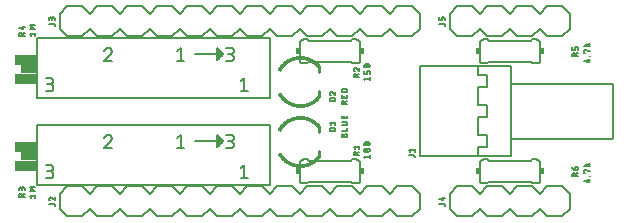
<source format=gbr>
G04 EAGLE Gerber RS-274X export*
G75*
%MOMM*%
%FSLAX34Y34*%
%LPD*%
%INSilkscreen Top*%
%IPPOS*%
%AMOC8*
5,1,8,0,0,1.08239X$1,22.5*%
G01*
%ADD10C,0.127000*%
%ADD11C,0.152400*%
%ADD12R,0.381000X0.508000*%
%ADD13R,1.905000X0.889000*%
%ADD14R,1.397000X0.762000*%
%ADD15C,0.203200*%
%ADD16C,0.025400*%
%ADD17C,0.254000*%


D10*
X392430Y63500D02*
X420370Y63500D01*
X420370Y139700D02*
X392430Y139700D01*
X392430Y132080D01*
X392430Y121920D02*
X392430Y106680D01*
X392430Y96520D02*
X392430Y81280D01*
X392430Y71120D02*
X392430Y63500D01*
X506730Y80645D02*
X506730Y122555D01*
X504190Y78105D02*
X420370Y78105D01*
X420370Y125095D02*
X504190Y125095D01*
X420370Y78105D02*
X420370Y63500D01*
X420370Y78105D02*
X420370Y125095D01*
X420370Y139700D01*
X392430Y63500D02*
X342900Y63500D01*
X342900Y139700D01*
X392430Y139700D01*
X392430Y96520D02*
X400050Y96520D01*
X400050Y106680D01*
X392430Y106680D01*
X392430Y71120D02*
X400050Y71120D01*
X400050Y81280D01*
X392430Y81280D01*
X392430Y121920D02*
X400050Y121920D01*
X400050Y132080D01*
X392430Y132080D01*
X504190Y78105D02*
X504290Y78107D01*
X504389Y78113D01*
X504489Y78123D01*
X504587Y78136D01*
X504686Y78154D01*
X504783Y78175D01*
X504879Y78200D01*
X504975Y78229D01*
X505069Y78262D01*
X505162Y78298D01*
X505253Y78338D01*
X505343Y78382D01*
X505431Y78429D01*
X505517Y78479D01*
X505601Y78533D01*
X505683Y78590D01*
X505762Y78650D01*
X505840Y78714D01*
X505914Y78780D01*
X505986Y78849D01*
X506055Y78921D01*
X506121Y78995D01*
X506185Y79073D01*
X506245Y79152D01*
X506302Y79234D01*
X506356Y79318D01*
X506406Y79404D01*
X506453Y79492D01*
X506497Y79582D01*
X506537Y79673D01*
X506573Y79766D01*
X506606Y79860D01*
X506635Y79956D01*
X506660Y80052D01*
X506681Y80149D01*
X506699Y80248D01*
X506712Y80346D01*
X506722Y80446D01*
X506728Y80545D01*
X506730Y80645D01*
X506730Y122555D02*
X506728Y122655D01*
X506722Y122754D01*
X506712Y122854D01*
X506699Y122952D01*
X506681Y123051D01*
X506660Y123148D01*
X506635Y123244D01*
X506606Y123340D01*
X506573Y123434D01*
X506537Y123527D01*
X506497Y123618D01*
X506453Y123708D01*
X506406Y123796D01*
X506356Y123882D01*
X506302Y123966D01*
X506245Y124048D01*
X506185Y124127D01*
X506121Y124205D01*
X506055Y124279D01*
X505986Y124351D01*
X505914Y124420D01*
X505840Y124486D01*
X505762Y124550D01*
X505683Y124610D01*
X505601Y124667D01*
X505517Y124721D01*
X505431Y124771D01*
X505343Y124818D01*
X505253Y124862D01*
X505162Y124902D01*
X505069Y124938D01*
X504975Y124971D01*
X504879Y125000D01*
X504783Y125025D01*
X504686Y125046D01*
X504587Y125064D01*
X504489Y125077D01*
X504389Y125087D01*
X504290Y125093D01*
X504190Y125095D01*
X337383Y64474D02*
X333629Y64474D01*
X337383Y64473D02*
X337448Y64471D01*
X337512Y64465D01*
X337576Y64455D01*
X337640Y64442D01*
X337702Y64424D01*
X337763Y64403D01*
X337823Y64379D01*
X337881Y64350D01*
X337938Y64318D01*
X337992Y64283D01*
X338044Y64245D01*
X338094Y64203D01*
X338141Y64159D01*
X338185Y64112D01*
X338227Y64062D01*
X338265Y64010D01*
X338300Y63956D01*
X338332Y63899D01*
X338361Y63841D01*
X338385Y63781D01*
X338406Y63720D01*
X338424Y63658D01*
X338437Y63594D01*
X338447Y63530D01*
X338453Y63466D01*
X338455Y63401D01*
X338455Y62865D01*
X334701Y67422D02*
X333629Y68762D01*
X338455Y68762D01*
X338455Y67422D02*
X338455Y70103D01*
D11*
X243840Y60960D02*
X243740Y60958D01*
X243641Y60952D01*
X243541Y60942D01*
X243443Y60929D01*
X243344Y60911D01*
X243247Y60890D01*
X243151Y60865D01*
X243055Y60836D01*
X242961Y60803D01*
X242868Y60767D01*
X242777Y60727D01*
X242687Y60683D01*
X242599Y60636D01*
X242513Y60586D01*
X242429Y60532D01*
X242347Y60475D01*
X242268Y60415D01*
X242190Y60351D01*
X242116Y60285D01*
X242044Y60216D01*
X241975Y60144D01*
X241909Y60070D01*
X241845Y59992D01*
X241785Y59913D01*
X241728Y59831D01*
X241674Y59747D01*
X241624Y59661D01*
X241577Y59573D01*
X241533Y59483D01*
X241493Y59392D01*
X241457Y59299D01*
X241424Y59205D01*
X241395Y59109D01*
X241370Y59013D01*
X241349Y58916D01*
X241331Y58817D01*
X241318Y58719D01*
X241308Y58619D01*
X241302Y58520D01*
X241300Y58420D01*
X241300Y43180D02*
X241302Y43080D01*
X241308Y42981D01*
X241318Y42881D01*
X241331Y42783D01*
X241349Y42684D01*
X241370Y42587D01*
X241395Y42491D01*
X241424Y42395D01*
X241457Y42301D01*
X241493Y42208D01*
X241533Y42117D01*
X241577Y42027D01*
X241624Y41939D01*
X241674Y41853D01*
X241728Y41769D01*
X241785Y41687D01*
X241845Y41608D01*
X241909Y41530D01*
X241975Y41456D01*
X242044Y41384D01*
X242116Y41315D01*
X242190Y41249D01*
X242268Y41185D01*
X242347Y41125D01*
X242429Y41068D01*
X242513Y41014D01*
X242599Y40964D01*
X242687Y40917D01*
X242777Y40873D01*
X242868Y40833D01*
X242961Y40797D01*
X243055Y40764D01*
X243151Y40735D01*
X243247Y40710D01*
X243344Y40689D01*
X243443Y40671D01*
X243541Y40658D01*
X243641Y40648D01*
X243740Y40642D01*
X243840Y40640D01*
X289560Y40640D02*
X289660Y40642D01*
X289759Y40648D01*
X289859Y40658D01*
X289957Y40671D01*
X290056Y40689D01*
X290153Y40710D01*
X290249Y40735D01*
X290345Y40764D01*
X290439Y40797D01*
X290532Y40833D01*
X290623Y40873D01*
X290713Y40917D01*
X290801Y40964D01*
X290887Y41014D01*
X290971Y41068D01*
X291053Y41125D01*
X291132Y41185D01*
X291210Y41249D01*
X291284Y41315D01*
X291356Y41384D01*
X291425Y41456D01*
X291491Y41530D01*
X291555Y41608D01*
X291615Y41687D01*
X291672Y41769D01*
X291726Y41853D01*
X291776Y41939D01*
X291823Y42027D01*
X291867Y42117D01*
X291907Y42208D01*
X291943Y42301D01*
X291976Y42395D01*
X292005Y42491D01*
X292030Y42587D01*
X292051Y42684D01*
X292069Y42783D01*
X292082Y42881D01*
X292092Y42981D01*
X292098Y43080D01*
X292100Y43180D01*
X292100Y58420D02*
X292098Y58520D01*
X292092Y58619D01*
X292082Y58719D01*
X292069Y58817D01*
X292051Y58916D01*
X292030Y59013D01*
X292005Y59109D01*
X291976Y59205D01*
X291943Y59299D01*
X291907Y59392D01*
X291867Y59483D01*
X291823Y59573D01*
X291776Y59661D01*
X291726Y59747D01*
X291672Y59831D01*
X291615Y59913D01*
X291555Y59992D01*
X291491Y60070D01*
X291425Y60144D01*
X291356Y60216D01*
X291284Y60285D01*
X291210Y60351D01*
X291132Y60415D01*
X291053Y60475D01*
X290971Y60532D01*
X290887Y60586D01*
X290801Y60636D01*
X290713Y60683D01*
X290623Y60727D01*
X290532Y60767D01*
X290439Y60803D01*
X290345Y60836D01*
X290249Y60865D01*
X290153Y60890D01*
X290056Y60911D01*
X289957Y60929D01*
X289859Y60942D01*
X289759Y60952D01*
X289660Y60958D01*
X289560Y60960D01*
X241300Y58420D02*
X241300Y43180D01*
X243840Y60960D02*
X247650Y60960D01*
X248920Y59690D01*
X247650Y40640D02*
X243840Y40640D01*
X247650Y40640D02*
X248920Y41910D01*
X284480Y59690D02*
X285750Y60960D01*
X284480Y59690D02*
X248920Y59690D01*
X284480Y41910D02*
X285750Y40640D01*
X284480Y41910D02*
X248920Y41910D01*
X285750Y60960D02*
X289560Y60960D01*
X289560Y40640D02*
X285750Y40640D01*
X292100Y43180D02*
X292100Y58420D01*
D12*
X294005Y50800D03*
X239395Y50800D03*
D10*
X286639Y64528D02*
X291465Y64528D01*
X286639Y64528D02*
X286639Y65869D01*
X286641Y65940D01*
X286647Y66012D01*
X286656Y66082D01*
X286669Y66152D01*
X286686Y66222D01*
X286707Y66290D01*
X286731Y66357D01*
X286759Y66423D01*
X286790Y66487D01*
X286825Y66550D01*
X286863Y66610D01*
X286904Y66669D01*
X286948Y66725D01*
X286995Y66779D01*
X287044Y66830D01*
X287097Y66878D01*
X287152Y66924D01*
X287209Y66966D01*
X287269Y67006D01*
X287330Y67042D01*
X287394Y67075D01*
X287459Y67104D01*
X287525Y67130D01*
X287593Y67153D01*
X287662Y67172D01*
X287732Y67187D01*
X287802Y67198D01*
X287873Y67206D01*
X287944Y67210D01*
X288016Y67210D01*
X288087Y67206D01*
X288158Y67198D01*
X288228Y67187D01*
X288298Y67172D01*
X288367Y67153D01*
X288435Y67130D01*
X288501Y67104D01*
X288566Y67075D01*
X288630Y67042D01*
X288691Y67006D01*
X288751Y66966D01*
X288808Y66924D01*
X288863Y66878D01*
X288916Y66830D01*
X288965Y66779D01*
X289012Y66725D01*
X289056Y66669D01*
X289097Y66610D01*
X289135Y66550D01*
X289170Y66487D01*
X289201Y66423D01*
X289229Y66357D01*
X289253Y66290D01*
X289274Y66222D01*
X289291Y66152D01*
X289304Y66082D01*
X289313Y66012D01*
X289319Y65940D01*
X289321Y65869D01*
X289320Y65869D02*
X289320Y64528D01*
X289320Y66137D02*
X291465Y67209D01*
X287711Y69951D02*
X286639Y71291D01*
X291465Y71291D01*
X291465Y69951D02*
X291465Y72632D01*
X295529Y63348D02*
X296601Y62007D01*
X295529Y63348D02*
X300355Y63348D01*
X300355Y64688D02*
X300355Y62007D01*
X297942Y67494D02*
X297822Y67496D01*
X297702Y67501D01*
X297582Y67510D01*
X297462Y67523D01*
X297343Y67539D01*
X297224Y67559D01*
X297106Y67583D01*
X296989Y67610D01*
X296873Y67640D01*
X296758Y67674D01*
X296643Y67712D01*
X296530Y67753D01*
X296419Y67797D01*
X296308Y67845D01*
X296199Y67896D01*
X296142Y67917D01*
X296086Y67943D01*
X296031Y67971D01*
X295979Y68003D01*
X295928Y68039D01*
X295880Y68077D01*
X295834Y68118D01*
X295791Y68162D01*
X295751Y68208D01*
X295714Y68257D01*
X295680Y68309D01*
X295649Y68362D01*
X295621Y68417D01*
X295597Y68473D01*
X295576Y68531D01*
X295559Y68590D01*
X295546Y68650D01*
X295537Y68711D01*
X295531Y68773D01*
X295529Y68834D01*
X295531Y68895D01*
X295537Y68957D01*
X295546Y69018D01*
X295559Y69078D01*
X295576Y69137D01*
X295597Y69195D01*
X295621Y69251D01*
X295649Y69306D01*
X295680Y69359D01*
X295714Y69411D01*
X295751Y69460D01*
X295791Y69506D01*
X295834Y69550D01*
X295880Y69591D01*
X295928Y69629D01*
X295979Y69665D01*
X296031Y69697D01*
X296086Y69725D01*
X296142Y69751D01*
X296199Y69772D01*
X296308Y69823D01*
X296419Y69871D01*
X296530Y69915D01*
X296643Y69956D01*
X296758Y69994D01*
X296873Y70028D01*
X296989Y70058D01*
X297106Y70085D01*
X297224Y70109D01*
X297343Y70129D01*
X297462Y70145D01*
X297582Y70158D01*
X297702Y70167D01*
X297822Y70172D01*
X297942Y70174D01*
X297942Y67494D02*
X298062Y67496D01*
X298182Y67501D01*
X298302Y67510D01*
X298422Y67523D01*
X298541Y67539D01*
X298660Y67559D01*
X298778Y67583D01*
X298895Y67610D01*
X299011Y67640D01*
X299126Y67674D01*
X299241Y67712D01*
X299354Y67753D01*
X299465Y67797D01*
X299576Y67845D01*
X299685Y67896D01*
X299742Y67917D01*
X299798Y67943D01*
X299853Y67971D01*
X299905Y68003D01*
X299956Y68039D01*
X300004Y68077D01*
X300050Y68118D01*
X300093Y68162D01*
X300133Y68208D01*
X300170Y68257D01*
X300204Y68309D01*
X300235Y68362D01*
X300263Y68417D01*
X300287Y68473D01*
X300308Y68531D01*
X300325Y68590D01*
X300338Y68650D01*
X300347Y68711D01*
X300353Y68773D01*
X300355Y68834D01*
X299685Y69772D02*
X299576Y69823D01*
X299465Y69871D01*
X299354Y69915D01*
X299241Y69956D01*
X299126Y69994D01*
X299011Y70028D01*
X298895Y70058D01*
X298778Y70085D01*
X298660Y70109D01*
X298541Y70129D01*
X298422Y70145D01*
X298302Y70158D01*
X298182Y70167D01*
X298062Y70172D01*
X297942Y70174D01*
X299685Y69772D02*
X299742Y69751D01*
X299798Y69725D01*
X299853Y69697D01*
X299905Y69665D01*
X299956Y69629D01*
X300004Y69591D01*
X300050Y69550D01*
X300093Y69506D01*
X300133Y69459D01*
X300170Y69411D01*
X300204Y69359D01*
X300235Y69306D01*
X300263Y69251D01*
X300287Y69195D01*
X300308Y69137D01*
X300325Y69078D01*
X300338Y69018D01*
X300347Y68957D01*
X300353Y68895D01*
X300355Y68834D01*
X299283Y67762D02*
X296601Y69906D01*
X297942Y72980D02*
X297822Y72982D01*
X297702Y72987D01*
X297582Y72996D01*
X297462Y73009D01*
X297343Y73025D01*
X297224Y73045D01*
X297106Y73069D01*
X296989Y73096D01*
X296873Y73126D01*
X296758Y73160D01*
X296643Y73198D01*
X296530Y73239D01*
X296419Y73283D01*
X296308Y73331D01*
X296199Y73382D01*
X296142Y73403D01*
X296086Y73429D01*
X296031Y73457D01*
X295979Y73489D01*
X295928Y73525D01*
X295880Y73563D01*
X295834Y73604D01*
X295791Y73648D01*
X295751Y73694D01*
X295714Y73743D01*
X295680Y73795D01*
X295649Y73848D01*
X295621Y73903D01*
X295597Y73959D01*
X295576Y74017D01*
X295559Y74076D01*
X295546Y74136D01*
X295537Y74197D01*
X295531Y74259D01*
X295529Y74320D01*
X295531Y74381D01*
X295537Y74443D01*
X295546Y74504D01*
X295559Y74564D01*
X295576Y74623D01*
X295597Y74681D01*
X295621Y74737D01*
X295649Y74792D01*
X295680Y74845D01*
X295714Y74897D01*
X295751Y74946D01*
X295791Y74992D01*
X295834Y75036D01*
X295880Y75077D01*
X295928Y75115D01*
X295979Y75151D01*
X296031Y75183D01*
X296086Y75211D01*
X296142Y75237D01*
X296199Y75258D01*
X296199Y75259D02*
X296308Y75310D01*
X296419Y75358D01*
X296530Y75402D01*
X296643Y75443D01*
X296758Y75481D01*
X296873Y75515D01*
X296989Y75545D01*
X297106Y75572D01*
X297224Y75596D01*
X297343Y75616D01*
X297462Y75632D01*
X297582Y75645D01*
X297702Y75654D01*
X297822Y75659D01*
X297942Y75661D01*
X297942Y72980D02*
X298062Y72982D01*
X298182Y72987D01*
X298302Y72996D01*
X298422Y73009D01*
X298541Y73025D01*
X298660Y73045D01*
X298778Y73069D01*
X298895Y73096D01*
X299011Y73126D01*
X299126Y73160D01*
X299241Y73198D01*
X299354Y73239D01*
X299465Y73283D01*
X299576Y73331D01*
X299685Y73382D01*
X299742Y73403D01*
X299798Y73429D01*
X299853Y73457D01*
X299905Y73489D01*
X299956Y73525D01*
X300004Y73563D01*
X300050Y73604D01*
X300093Y73648D01*
X300133Y73694D01*
X300170Y73743D01*
X300204Y73795D01*
X300235Y73848D01*
X300263Y73903D01*
X300287Y73959D01*
X300308Y74017D01*
X300325Y74076D01*
X300338Y74136D01*
X300347Y74197D01*
X300353Y74259D01*
X300355Y74320D01*
X299685Y75259D02*
X299576Y75310D01*
X299465Y75358D01*
X299354Y75402D01*
X299241Y75443D01*
X299126Y75481D01*
X299011Y75515D01*
X298895Y75545D01*
X298778Y75572D01*
X298660Y75596D01*
X298541Y75616D01*
X298422Y75632D01*
X298302Y75645D01*
X298182Y75654D01*
X298062Y75659D01*
X297942Y75661D01*
X299685Y75258D02*
X299742Y75237D01*
X299798Y75211D01*
X299853Y75183D01*
X299905Y75151D01*
X299956Y75115D01*
X300004Y75077D01*
X300050Y75036D01*
X300093Y74992D01*
X300133Y74945D01*
X300170Y74897D01*
X300204Y74845D01*
X300235Y74792D01*
X300263Y74737D01*
X300287Y74681D01*
X300308Y74623D01*
X300325Y74564D01*
X300338Y74504D01*
X300347Y74443D01*
X300353Y74381D01*
X300355Y74320D01*
X299283Y73248D02*
X296601Y75393D01*
D11*
X241300Y160020D02*
X241302Y160120D01*
X241308Y160219D01*
X241318Y160319D01*
X241331Y160417D01*
X241349Y160516D01*
X241370Y160613D01*
X241395Y160709D01*
X241424Y160805D01*
X241457Y160899D01*
X241493Y160992D01*
X241533Y161083D01*
X241577Y161173D01*
X241624Y161261D01*
X241674Y161347D01*
X241728Y161431D01*
X241785Y161513D01*
X241845Y161592D01*
X241909Y161670D01*
X241975Y161744D01*
X242044Y161816D01*
X242116Y161885D01*
X242190Y161951D01*
X242268Y162015D01*
X242347Y162075D01*
X242429Y162132D01*
X242513Y162186D01*
X242599Y162236D01*
X242687Y162283D01*
X242777Y162327D01*
X242868Y162367D01*
X242961Y162403D01*
X243055Y162436D01*
X243151Y162465D01*
X243247Y162490D01*
X243344Y162511D01*
X243443Y162529D01*
X243541Y162542D01*
X243641Y162552D01*
X243740Y162558D01*
X243840Y162560D01*
X241300Y144780D02*
X241302Y144680D01*
X241308Y144581D01*
X241318Y144481D01*
X241331Y144383D01*
X241349Y144284D01*
X241370Y144187D01*
X241395Y144091D01*
X241424Y143995D01*
X241457Y143901D01*
X241493Y143808D01*
X241533Y143717D01*
X241577Y143627D01*
X241624Y143539D01*
X241674Y143453D01*
X241728Y143369D01*
X241785Y143287D01*
X241845Y143208D01*
X241909Y143130D01*
X241975Y143056D01*
X242044Y142984D01*
X242116Y142915D01*
X242190Y142849D01*
X242268Y142785D01*
X242347Y142725D01*
X242429Y142668D01*
X242513Y142614D01*
X242599Y142564D01*
X242687Y142517D01*
X242777Y142473D01*
X242868Y142433D01*
X242961Y142397D01*
X243055Y142364D01*
X243151Y142335D01*
X243247Y142310D01*
X243344Y142289D01*
X243443Y142271D01*
X243541Y142258D01*
X243641Y142248D01*
X243740Y142242D01*
X243840Y142240D01*
X289560Y142240D02*
X289660Y142242D01*
X289759Y142248D01*
X289859Y142258D01*
X289957Y142271D01*
X290056Y142289D01*
X290153Y142310D01*
X290249Y142335D01*
X290345Y142364D01*
X290439Y142397D01*
X290532Y142433D01*
X290623Y142473D01*
X290713Y142517D01*
X290801Y142564D01*
X290887Y142614D01*
X290971Y142668D01*
X291053Y142725D01*
X291132Y142785D01*
X291210Y142849D01*
X291284Y142915D01*
X291356Y142984D01*
X291425Y143056D01*
X291491Y143130D01*
X291555Y143208D01*
X291615Y143287D01*
X291672Y143369D01*
X291726Y143453D01*
X291776Y143539D01*
X291823Y143627D01*
X291867Y143717D01*
X291907Y143808D01*
X291943Y143901D01*
X291976Y143995D01*
X292005Y144091D01*
X292030Y144187D01*
X292051Y144284D01*
X292069Y144383D01*
X292082Y144481D01*
X292092Y144581D01*
X292098Y144680D01*
X292100Y144780D01*
X292100Y160020D02*
X292098Y160120D01*
X292092Y160219D01*
X292082Y160319D01*
X292069Y160417D01*
X292051Y160516D01*
X292030Y160613D01*
X292005Y160709D01*
X291976Y160805D01*
X291943Y160899D01*
X291907Y160992D01*
X291867Y161083D01*
X291823Y161173D01*
X291776Y161261D01*
X291726Y161347D01*
X291672Y161431D01*
X291615Y161513D01*
X291555Y161592D01*
X291491Y161670D01*
X291425Y161744D01*
X291356Y161816D01*
X291284Y161885D01*
X291210Y161951D01*
X291132Y162015D01*
X291053Y162075D01*
X290971Y162132D01*
X290887Y162186D01*
X290801Y162236D01*
X290713Y162283D01*
X290623Y162327D01*
X290532Y162367D01*
X290439Y162403D01*
X290345Y162436D01*
X290249Y162465D01*
X290153Y162490D01*
X290056Y162511D01*
X289957Y162529D01*
X289859Y162542D01*
X289759Y162552D01*
X289660Y162558D01*
X289560Y162560D01*
X241300Y160020D02*
X241300Y144780D01*
X243840Y162560D02*
X247650Y162560D01*
X248920Y161290D01*
X247650Y142240D02*
X243840Y142240D01*
X247650Y142240D02*
X248920Y143510D01*
X284480Y161290D02*
X285750Y162560D01*
X284480Y161290D02*
X248920Y161290D01*
X284480Y143510D02*
X285750Y142240D01*
X284480Y143510D02*
X248920Y143510D01*
X285750Y162560D02*
X289560Y162560D01*
X289560Y142240D02*
X285750Y142240D01*
X292100Y144780D02*
X292100Y160020D01*
D12*
X294005Y152400D03*
X239395Y152400D03*
D10*
X286639Y130568D02*
X291465Y130568D01*
X286639Y130568D02*
X286639Y131909D01*
X286641Y131980D01*
X286647Y132052D01*
X286656Y132122D01*
X286669Y132192D01*
X286686Y132262D01*
X286707Y132330D01*
X286731Y132397D01*
X286759Y132463D01*
X286790Y132527D01*
X286825Y132590D01*
X286863Y132650D01*
X286904Y132709D01*
X286948Y132765D01*
X286995Y132819D01*
X287044Y132870D01*
X287097Y132918D01*
X287152Y132964D01*
X287209Y133006D01*
X287269Y133046D01*
X287330Y133082D01*
X287394Y133115D01*
X287459Y133144D01*
X287525Y133170D01*
X287593Y133193D01*
X287662Y133212D01*
X287732Y133227D01*
X287802Y133238D01*
X287873Y133246D01*
X287944Y133250D01*
X288016Y133250D01*
X288087Y133246D01*
X288158Y133238D01*
X288228Y133227D01*
X288298Y133212D01*
X288367Y133193D01*
X288435Y133170D01*
X288501Y133144D01*
X288566Y133115D01*
X288630Y133082D01*
X288691Y133046D01*
X288751Y133006D01*
X288808Y132964D01*
X288863Y132918D01*
X288916Y132870D01*
X288965Y132819D01*
X289012Y132765D01*
X289056Y132709D01*
X289097Y132650D01*
X289135Y132590D01*
X289170Y132527D01*
X289201Y132463D01*
X289229Y132397D01*
X289253Y132330D01*
X289274Y132262D01*
X289291Y132192D01*
X289304Y132122D01*
X289313Y132052D01*
X289319Y131980D01*
X289321Y131909D01*
X289320Y131909D02*
X289320Y130568D01*
X289320Y132177D02*
X291465Y133249D01*
X286639Y137465D02*
X286641Y137533D01*
X286647Y137600D01*
X286656Y137667D01*
X286669Y137734D01*
X286686Y137799D01*
X286707Y137864D01*
X286731Y137927D01*
X286759Y137989D01*
X286790Y138049D01*
X286824Y138107D01*
X286862Y138163D01*
X286902Y138218D01*
X286946Y138269D01*
X286993Y138318D01*
X287042Y138365D01*
X287093Y138409D01*
X287148Y138449D01*
X287204Y138487D01*
X287262Y138521D01*
X287322Y138552D01*
X287384Y138580D01*
X287447Y138604D01*
X287512Y138625D01*
X287577Y138642D01*
X287644Y138655D01*
X287711Y138664D01*
X287778Y138670D01*
X287846Y138672D01*
X286639Y137465D02*
X286641Y137387D01*
X286647Y137309D01*
X286657Y137232D01*
X286670Y137155D01*
X286688Y137079D01*
X286709Y137004D01*
X286734Y136930D01*
X286763Y136858D01*
X286795Y136787D01*
X286831Y136718D01*
X286870Y136650D01*
X286913Y136585D01*
X286959Y136522D01*
X287008Y136461D01*
X287060Y136403D01*
X287115Y136348D01*
X287172Y136295D01*
X287232Y136246D01*
X287295Y136199D01*
X287360Y136156D01*
X287426Y136116D01*
X287495Y136079D01*
X287566Y136046D01*
X287638Y136016D01*
X287712Y135990D01*
X288784Y138270D02*
X288735Y138319D01*
X288683Y138366D01*
X288628Y138409D01*
X288571Y138450D01*
X288512Y138488D01*
X288451Y138522D01*
X288388Y138553D01*
X288324Y138581D01*
X288258Y138605D01*
X288192Y138625D01*
X288124Y138642D01*
X288055Y138655D01*
X287986Y138664D01*
X287916Y138670D01*
X287846Y138672D01*
X288784Y138270D02*
X291465Y135991D01*
X291465Y138672D01*
X295529Y129388D02*
X296601Y128047D01*
X295529Y129388D02*
X300355Y129388D01*
X300355Y130728D02*
X300355Y128047D01*
X300355Y133533D02*
X300355Y135142D01*
X300353Y135207D01*
X300347Y135271D01*
X300337Y135335D01*
X300324Y135399D01*
X300306Y135461D01*
X300285Y135522D01*
X300261Y135582D01*
X300232Y135640D01*
X300200Y135697D01*
X300165Y135751D01*
X300127Y135803D01*
X300085Y135853D01*
X300041Y135900D01*
X299994Y135944D01*
X299944Y135986D01*
X299892Y136024D01*
X299838Y136059D01*
X299781Y136091D01*
X299723Y136120D01*
X299663Y136144D01*
X299602Y136165D01*
X299540Y136183D01*
X299476Y136196D01*
X299412Y136206D01*
X299348Y136212D01*
X299283Y136214D01*
X299283Y136215D02*
X298746Y136215D01*
X298746Y136214D02*
X298681Y136212D01*
X298617Y136206D01*
X298553Y136196D01*
X298489Y136183D01*
X298427Y136165D01*
X298366Y136144D01*
X298306Y136120D01*
X298248Y136091D01*
X298191Y136059D01*
X298137Y136024D01*
X298085Y135986D01*
X298035Y135944D01*
X297988Y135900D01*
X297944Y135853D01*
X297902Y135803D01*
X297864Y135751D01*
X297829Y135697D01*
X297797Y135640D01*
X297768Y135582D01*
X297744Y135522D01*
X297723Y135461D01*
X297705Y135399D01*
X297692Y135335D01*
X297682Y135271D01*
X297676Y135207D01*
X297674Y135142D01*
X297674Y133533D01*
X295529Y133533D01*
X295529Y136215D01*
X296199Y139422D02*
X296308Y139371D01*
X296419Y139323D01*
X296530Y139279D01*
X296643Y139238D01*
X296758Y139200D01*
X296873Y139166D01*
X296989Y139136D01*
X297106Y139109D01*
X297224Y139085D01*
X297343Y139065D01*
X297462Y139049D01*
X297582Y139036D01*
X297702Y139027D01*
X297822Y139022D01*
X297942Y139020D01*
X296199Y139422D02*
X296142Y139443D01*
X296086Y139469D01*
X296031Y139497D01*
X295979Y139529D01*
X295928Y139565D01*
X295880Y139603D01*
X295834Y139644D01*
X295791Y139688D01*
X295751Y139734D01*
X295714Y139783D01*
X295680Y139835D01*
X295649Y139888D01*
X295621Y139943D01*
X295597Y139999D01*
X295576Y140057D01*
X295559Y140116D01*
X295546Y140176D01*
X295537Y140237D01*
X295531Y140299D01*
X295529Y140360D01*
X295531Y140421D01*
X295537Y140483D01*
X295546Y140544D01*
X295559Y140604D01*
X295576Y140663D01*
X295597Y140721D01*
X295621Y140777D01*
X295649Y140832D01*
X295680Y140885D01*
X295714Y140937D01*
X295751Y140986D01*
X295791Y141032D01*
X295834Y141076D01*
X295880Y141117D01*
X295928Y141155D01*
X295979Y141191D01*
X296031Y141223D01*
X296086Y141251D01*
X296142Y141277D01*
X296199Y141298D01*
X296199Y141299D02*
X296308Y141350D01*
X296419Y141398D01*
X296530Y141442D01*
X296643Y141483D01*
X296758Y141521D01*
X296873Y141555D01*
X296989Y141585D01*
X297106Y141612D01*
X297224Y141636D01*
X297343Y141656D01*
X297462Y141672D01*
X297582Y141685D01*
X297702Y141694D01*
X297822Y141699D01*
X297942Y141701D01*
X297942Y139020D02*
X298062Y139022D01*
X298182Y139027D01*
X298302Y139036D01*
X298422Y139049D01*
X298541Y139065D01*
X298660Y139085D01*
X298778Y139109D01*
X298895Y139136D01*
X299011Y139166D01*
X299126Y139200D01*
X299241Y139238D01*
X299354Y139279D01*
X299465Y139323D01*
X299576Y139371D01*
X299685Y139422D01*
X299742Y139443D01*
X299798Y139469D01*
X299853Y139497D01*
X299905Y139529D01*
X299956Y139565D01*
X300004Y139603D01*
X300050Y139644D01*
X300093Y139688D01*
X300133Y139734D01*
X300170Y139783D01*
X300204Y139835D01*
X300235Y139888D01*
X300263Y139943D01*
X300287Y139999D01*
X300308Y140057D01*
X300325Y140116D01*
X300338Y140176D01*
X300347Y140237D01*
X300353Y140299D01*
X300355Y140360D01*
X299685Y141299D02*
X299576Y141350D01*
X299465Y141398D01*
X299354Y141442D01*
X299241Y141483D01*
X299126Y141521D01*
X299011Y141555D01*
X298895Y141585D01*
X298778Y141612D01*
X298660Y141636D01*
X298541Y141656D01*
X298422Y141672D01*
X298302Y141685D01*
X298182Y141694D01*
X298062Y141699D01*
X297942Y141701D01*
X299685Y141298D02*
X299742Y141277D01*
X299798Y141251D01*
X299853Y141223D01*
X299905Y141191D01*
X299956Y141155D01*
X300004Y141117D01*
X300050Y141076D01*
X300093Y141032D01*
X300133Y140985D01*
X300170Y140937D01*
X300204Y140885D01*
X300235Y140832D01*
X300263Y140777D01*
X300287Y140721D01*
X300308Y140663D01*
X300325Y140604D01*
X300338Y140544D01*
X300347Y140483D01*
X300353Y140421D01*
X300355Y140360D01*
X299283Y139288D02*
X296601Y141433D01*
D11*
X215900Y39370D02*
X19050Y39370D01*
X215900Y39370D02*
X215900Y90170D01*
X19050Y90170D01*
X19050Y39370D01*
X172720Y76200D02*
X176530Y76200D01*
X175260Y74930D01*
X176530Y76200D02*
X175260Y77470D01*
X173990Y78740D02*
X173990Y73660D01*
X172720Y72390D01*
X173990Y78740D02*
X172720Y80010D01*
X175260Y77470D02*
X175260Y74930D01*
X173990Y73660D01*
X175260Y77470D02*
X173990Y78740D01*
X172720Y80010D02*
X172720Y76200D01*
X172720Y72390D01*
X171450Y71120D01*
X172720Y80010D02*
X171450Y81280D01*
X171450Y71120D01*
X172720Y76200D02*
X152400Y76200D01*
D10*
X191135Y53975D02*
X194310Y56515D01*
X194310Y45085D01*
X191135Y45085D02*
X197485Y45085D01*
X29210Y45085D02*
X26035Y45085D01*
X29210Y45085D02*
X29321Y45087D01*
X29431Y45093D01*
X29542Y45102D01*
X29652Y45116D01*
X29761Y45133D01*
X29870Y45154D01*
X29978Y45179D01*
X30085Y45208D01*
X30191Y45240D01*
X30296Y45276D01*
X30399Y45316D01*
X30501Y45359D01*
X30602Y45406D01*
X30701Y45457D01*
X30797Y45510D01*
X30892Y45567D01*
X30985Y45628D01*
X31076Y45691D01*
X31165Y45758D01*
X31251Y45828D01*
X31334Y45901D01*
X31416Y45976D01*
X31494Y46054D01*
X31569Y46136D01*
X31642Y46219D01*
X31712Y46305D01*
X31779Y46394D01*
X31842Y46485D01*
X31903Y46578D01*
X31960Y46672D01*
X32013Y46769D01*
X32064Y46868D01*
X32111Y46969D01*
X32154Y47071D01*
X32194Y47174D01*
X32230Y47279D01*
X32262Y47385D01*
X32291Y47492D01*
X32316Y47600D01*
X32337Y47709D01*
X32354Y47818D01*
X32368Y47928D01*
X32377Y48039D01*
X32383Y48149D01*
X32385Y48260D01*
X32383Y48371D01*
X32377Y48481D01*
X32368Y48592D01*
X32354Y48702D01*
X32337Y48811D01*
X32316Y48920D01*
X32291Y49028D01*
X32262Y49135D01*
X32230Y49241D01*
X32194Y49346D01*
X32154Y49449D01*
X32111Y49551D01*
X32064Y49652D01*
X32013Y49751D01*
X31960Y49847D01*
X31903Y49942D01*
X31842Y50035D01*
X31779Y50126D01*
X31712Y50215D01*
X31642Y50301D01*
X31569Y50384D01*
X31494Y50466D01*
X31416Y50544D01*
X31334Y50619D01*
X31251Y50692D01*
X31165Y50762D01*
X31076Y50829D01*
X30985Y50892D01*
X30892Y50953D01*
X30798Y51010D01*
X30701Y51063D01*
X30602Y51114D01*
X30501Y51161D01*
X30399Y51204D01*
X30296Y51244D01*
X30191Y51280D01*
X30085Y51312D01*
X29978Y51341D01*
X29870Y51366D01*
X29761Y51387D01*
X29652Y51404D01*
X29542Y51418D01*
X29431Y51427D01*
X29321Y51433D01*
X29210Y51435D01*
X29845Y56515D02*
X26035Y56515D01*
X29845Y56515D02*
X29945Y56513D01*
X30044Y56507D01*
X30144Y56497D01*
X30242Y56484D01*
X30341Y56466D01*
X30438Y56445D01*
X30534Y56420D01*
X30630Y56391D01*
X30724Y56358D01*
X30817Y56322D01*
X30908Y56282D01*
X30998Y56238D01*
X31086Y56191D01*
X31172Y56141D01*
X31256Y56087D01*
X31338Y56030D01*
X31417Y55970D01*
X31495Y55906D01*
X31569Y55840D01*
X31641Y55771D01*
X31710Y55699D01*
X31776Y55625D01*
X31840Y55547D01*
X31900Y55468D01*
X31957Y55386D01*
X32011Y55302D01*
X32061Y55216D01*
X32108Y55128D01*
X32152Y55038D01*
X32192Y54947D01*
X32228Y54854D01*
X32261Y54760D01*
X32290Y54664D01*
X32315Y54568D01*
X32336Y54471D01*
X32354Y54372D01*
X32367Y54274D01*
X32377Y54174D01*
X32383Y54075D01*
X32385Y53975D01*
X32383Y53875D01*
X32377Y53776D01*
X32367Y53676D01*
X32354Y53578D01*
X32336Y53479D01*
X32315Y53382D01*
X32290Y53286D01*
X32261Y53190D01*
X32228Y53096D01*
X32192Y53003D01*
X32152Y52912D01*
X32108Y52822D01*
X32061Y52734D01*
X32011Y52648D01*
X31957Y52564D01*
X31900Y52482D01*
X31840Y52403D01*
X31776Y52325D01*
X31710Y52251D01*
X31641Y52179D01*
X31569Y52110D01*
X31495Y52044D01*
X31417Y51980D01*
X31338Y51920D01*
X31256Y51863D01*
X31172Y51809D01*
X31086Y51759D01*
X30998Y51712D01*
X30908Y51668D01*
X30817Y51628D01*
X30724Y51592D01*
X30630Y51559D01*
X30534Y51530D01*
X30438Y51505D01*
X30341Y51484D01*
X30242Y51466D01*
X30144Y51453D01*
X30044Y51443D01*
X29945Y51437D01*
X29845Y51435D01*
X27305Y51435D01*
X79058Y81916D02*
X79162Y81914D01*
X79267Y81908D01*
X79371Y81899D01*
X79474Y81886D01*
X79577Y81868D01*
X79679Y81848D01*
X79781Y81823D01*
X79881Y81795D01*
X79981Y81763D01*
X80079Y81727D01*
X80176Y81688D01*
X80271Y81646D01*
X80365Y81600D01*
X80457Y81550D01*
X80547Y81498D01*
X80635Y81442D01*
X80721Y81382D01*
X80805Y81320D01*
X80886Y81255D01*
X80965Y81187D01*
X81042Y81115D01*
X81115Y81042D01*
X81187Y80965D01*
X81255Y80886D01*
X81320Y80805D01*
X81382Y80721D01*
X81442Y80635D01*
X81498Y80547D01*
X81550Y80457D01*
X81600Y80365D01*
X81646Y80271D01*
X81688Y80176D01*
X81727Y80079D01*
X81763Y79981D01*
X81795Y79881D01*
X81823Y79781D01*
X81848Y79679D01*
X81868Y79577D01*
X81886Y79474D01*
X81899Y79371D01*
X81908Y79267D01*
X81914Y79162D01*
X81916Y79058D01*
X79058Y81915D02*
X78940Y81913D01*
X78821Y81907D01*
X78703Y81898D01*
X78586Y81885D01*
X78469Y81867D01*
X78352Y81847D01*
X78236Y81822D01*
X78121Y81794D01*
X78008Y81761D01*
X77895Y81726D01*
X77783Y81686D01*
X77673Y81644D01*
X77564Y81597D01*
X77456Y81547D01*
X77351Y81494D01*
X77247Y81437D01*
X77145Y81377D01*
X77045Y81314D01*
X76947Y81247D01*
X76851Y81178D01*
X76758Y81105D01*
X76667Y81029D01*
X76578Y80951D01*
X76492Y80869D01*
X76409Y80785D01*
X76328Y80699D01*
X76251Y80609D01*
X76176Y80518D01*
X76104Y80424D01*
X76035Y80327D01*
X75970Y80229D01*
X75907Y80128D01*
X75848Y80025D01*
X75792Y79921D01*
X75740Y79815D01*
X75691Y79707D01*
X75646Y79598D01*
X75604Y79487D01*
X75566Y79375D01*
X80963Y76836D02*
X81039Y76911D01*
X81114Y76990D01*
X81185Y77071D01*
X81254Y77155D01*
X81319Y77241D01*
X81381Y77329D01*
X81441Y77419D01*
X81497Y77511D01*
X81550Y77606D01*
X81599Y77702D01*
X81645Y77800D01*
X81688Y77899D01*
X81727Y78000D01*
X81762Y78102D01*
X81794Y78205D01*
X81822Y78309D01*
X81847Y78414D01*
X81868Y78521D01*
X81885Y78627D01*
X81898Y78734D01*
X81907Y78842D01*
X81913Y78950D01*
X81915Y79058D01*
X80963Y76835D02*
X75565Y70485D01*
X81915Y70485D01*
X178943Y70485D02*
X182118Y70485D01*
X182229Y70487D01*
X182339Y70493D01*
X182450Y70502D01*
X182560Y70516D01*
X182669Y70533D01*
X182778Y70554D01*
X182886Y70579D01*
X182993Y70608D01*
X183099Y70640D01*
X183204Y70676D01*
X183307Y70716D01*
X183409Y70759D01*
X183510Y70806D01*
X183609Y70857D01*
X183705Y70910D01*
X183800Y70967D01*
X183893Y71028D01*
X183984Y71091D01*
X184073Y71158D01*
X184159Y71228D01*
X184242Y71301D01*
X184324Y71376D01*
X184402Y71454D01*
X184477Y71536D01*
X184550Y71619D01*
X184620Y71705D01*
X184687Y71794D01*
X184750Y71885D01*
X184811Y71978D01*
X184868Y72072D01*
X184921Y72169D01*
X184972Y72268D01*
X185019Y72369D01*
X185062Y72471D01*
X185102Y72574D01*
X185138Y72679D01*
X185170Y72785D01*
X185199Y72892D01*
X185224Y73000D01*
X185245Y73109D01*
X185262Y73218D01*
X185276Y73328D01*
X185285Y73439D01*
X185291Y73549D01*
X185293Y73660D01*
X185291Y73771D01*
X185285Y73881D01*
X185276Y73992D01*
X185262Y74102D01*
X185245Y74211D01*
X185224Y74320D01*
X185199Y74428D01*
X185170Y74535D01*
X185138Y74641D01*
X185102Y74746D01*
X185062Y74849D01*
X185019Y74951D01*
X184972Y75052D01*
X184921Y75151D01*
X184868Y75247D01*
X184811Y75342D01*
X184750Y75435D01*
X184687Y75526D01*
X184620Y75615D01*
X184550Y75701D01*
X184477Y75784D01*
X184402Y75866D01*
X184324Y75944D01*
X184242Y76019D01*
X184159Y76092D01*
X184073Y76162D01*
X183984Y76229D01*
X183893Y76292D01*
X183800Y76353D01*
X183706Y76410D01*
X183609Y76463D01*
X183510Y76514D01*
X183409Y76561D01*
X183307Y76604D01*
X183204Y76644D01*
X183099Y76680D01*
X182993Y76712D01*
X182886Y76741D01*
X182778Y76766D01*
X182669Y76787D01*
X182560Y76804D01*
X182450Y76818D01*
X182339Y76827D01*
X182229Y76833D01*
X182118Y76835D01*
X182753Y81915D02*
X178943Y81915D01*
X182753Y81915D02*
X182853Y81913D01*
X182952Y81907D01*
X183052Y81897D01*
X183150Y81884D01*
X183249Y81866D01*
X183346Y81845D01*
X183442Y81820D01*
X183538Y81791D01*
X183632Y81758D01*
X183725Y81722D01*
X183816Y81682D01*
X183906Y81638D01*
X183994Y81591D01*
X184080Y81541D01*
X184164Y81487D01*
X184246Y81430D01*
X184325Y81370D01*
X184403Y81306D01*
X184477Y81240D01*
X184549Y81171D01*
X184618Y81099D01*
X184684Y81025D01*
X184748Y80947D01*
X184808Y80868D01*
X184865Y80786D01*
X184919Y80702D01*
X184969Y80616D01*
X185016Y80528D01*
X185060Y80438D01*
X185100Y80347D01*
X185136Y80254D01*
X185169Y80160D01*
X185198Y80064D01*
X185223Y79968D01*
X185244Y79871D01*
X185262Y79772D01*
X185275Y79674D01*
X185285Y79574D01*
X185291Y79475D01*
X185293Y79375D01*
X185291Y79275D01*
X185285Y79176D01*
X185275Y79076D01*
X185262Y78978D01*
X185244Y78879D01*
X185223Y78782D01*
X185198Y78686D01*
X185169Y78590D01*
X185136Y78496D01*
X185100Y78403D01*
X185060Y78312D01*
X185016Y78222D01*
X184969Y78134D01*
X184919Y78048D01*
X184865Y77964D01*
X184808Y77882D01*
X184748Y77803D01*
X184684Y77725D01*
X184618Y77651D01*
X184549Y77579D01*
X184477Y77510D01*
X184403Y77444D01*
X184325Y77380D01*
X184246Y77320D01*
X184164Y77263D01*
X184080Y77209D01*
X183994Y77159D01*
X183906Y77112D01*
X183816Y77068D01*
X183725Y77028D01*
X183632Y76992D01*
X183538Y76959D01*
X183442Y76930D01*
X183346Y76905D01*
X183249Y76884D01*
X183150Y76866D01*
X183052Y76853D01*
X182952Y76843D01*
X182853Y76837D01*
X182753Y76835D01*
X180213Y76835D01*
X140208Y81915D02*
X137033Y79375D01*
X140208Y81915D02*
X140208Y70485D01*
X137033Y70485D02*
X143383Y70485D01*
D13*
X9525Y55245D03*
X9525Y71755D03*
D14*
X12065Y63500D03*
D10*
X8255Y29361D02*
X3429Y29361D01*
X3429Y30702D01*
X3431Y30773D01*
X3437Y30845D01*
X3446Y30915D01*
X3459Y30985D01*
X3476Y31055D01*
X3497Y31123D01*
X3521Y31190D01*
X3549Y31256D01*
X3580Y31320D01*
X3615Y31383D01*
X3653Y31443D01*
X3694Y31502D01*
X3738Y31558D01*
X3785Y31612D01*
X3834Y31663D01*
X3887Y31711D01*
X3942Y31757D01*
X3999Y31799D01*
X4059Y31839D01*
X4120Y31875D01*
X4184Y31908D01*
X4249Y31937D01*
X4315Y31963D01*
X4383Y31986D01*
X4452Y32005D01*
X4522Y32020D01*
X4592Y32031D01*
X4663Y32039D01*
X4734Y32043D01*
X4806Y32043D01*
X4877Y32039D01*
X4948Y32031D01*
X5018Y32020D01*
X5088Y32005D01*
X5157Y31986D01*
X5225Y31963D01*
X5291Y31937D01*
X5356Y31908D01*
X5420Y31875D01*
X5481Y31839D01*
X5541Y31799D01*
X5598Y31757D01*
X5653Y31711D01*
X5706Y31663D01*
X5755Y31612D01*
X5802Y31558D01*
X5846Y31502D01*
X5887Y31443D01*
X5925Y31383D01*
X5960Y31320D01*
X5991Y31256D01*
X6019Y31190D01*
X6043Y31123D01*
X6064Y31055D01*
X6081Y30985D01*
X6094Y30915D01*
X6103Y30845D01*
X6109Y30773D01*
X6111Y30702D01*
X6110Y30702D02*
X6110Y29361D01*
X6110Y30970D02*
X8255Y32042D01*
X8255Y34784D02*
X8255Y36124D01*
X8253Y36195D01*
X8247Y36267D01*
X8238Y36337D01*
X8225Y36407D01*
X8208Y36477D01*
X8187Y36545D01*
X8163Y36612D01*
X8135Y36678D01*
X8104Y36742D01*
X8069Y36805D01*
X8031Y36865D01*
X7990Y36924D01*
X7946Y36980D01*
X7899Y37034D01*
X7850Y37085D01*
X7797Y37133D01*
X7742Y37179D01*
X7685Y37221D01*
X7625Y37261D01*
X7564Y37297D01*
X7500Y37330D01*
X7435Y37359D01*
X7369Y37385D01*
X7301Y37408D01*
X7232Y37427D01*
X7162Y37442D01*
X7092Y37453D01*
X7021Y37461D01*
X6950Y37465D01*
X6878Y37465D01*
X6807Y37461D01*
X6736Y37453D01*
X6666Y37442D01*
X6596Y37427D01*
X6527Y37408D01*
X6459Y37385D01*
X6393Y37359D01*
X6328Y37330D01*
X6264Y37297D01*
X6203Y37261D01*
X6143Y37221D01*
X6086Y37179D01*
X6031Y37133D01*
X5978Y37085D01*
X5929Y37034D01*
X5882Y36980D01*
X5838Y36924D01*
X5797Y36865D01*
X5759Y36805D01*
X5724Y36742D01*
X5693Y36678D01*
X5665Y36612D01*
X5641Y36545D01*
X5620Y36477D01*
X5603Y36407D01*
X5590Y36337D01*
X5581Y36267D01*
X5575Y36195D01*
X5573Y36124D01*
X3429Y36393D02*
X3429Y34784D01*
X3429Y36393D02*
X3431Y36458D01*
X3437Y36522D01*
X3447Y36586D01*
X3460Y36650D01*
X3478Y36712D01*
X3499Y36773D01*
X3523Y36833D01*
X3552Y36891D01*
X3584Y36948D01*
X3619Y37002D01*
X3657Y37054D01*
X3699Y37104D01*
X3743Y37151D01*
X3790Y37195D01*
X3840Y37237D01*
X3892Y37275D01*
X3946Y37310D01*
X4003Y37342D01*
X4061Y37371D01*
X4121Y37395D01*
X4182Y37416D01*
X4244Y37434D01*
X4308Y37447D01*
X4372Y37457D01*
X4436Y37463D01*
X4501Y37465D01*
X4566Y37463D01*
X4630Y37457D01*
X4694Y37447D01*
X4758Y37434D01*
X4820Y37416D01*
X4881Y37395D01*
X4941Y37371D01*
X4999Y37342D01*
X5056Y37310D01*
X5110Y37275D01*
X5162Y37237D01*
X5212Y37195D01*
X5259Y37151D01*
X5303Y37104D01*
X5345Y37054D01*
X5383Y37002D01*
X5418Y36948D01*
X5450Y36891D01*
X5479Y36833D01*
X5503Y36773D01*
X5524Y36712D01*
X5542Y36650D01*
X5555Y36586D01*
X5565Y36522D01*
X5571Y36458D01*
X5573Y36393D01*
X5574Y36393D02*
X5574Y35320D01*
X12319Y29821D02*
X13391Y28481D01*
X12319Y29821D02*
X17145Y29821D01*
X17145Y28481D02*
X17145Y31162D01*
X17145Y34248D02*
X12319Y34248D01*
X15000Y35856D01*
X12319Y37465D01*
X17145Y37465D01*
D11*
X19050Y113030D02*
X215900Y113030D01*
X215900Y163830D01*
X19050Y163830D01*
X19050Y113030D01*
X172720Y149860D02*
X176530Y149860D01*
X175260Y148590D01*
X176530Y149860D02*
X175260Y151130D01*
X173990Y152400D02*
X173990Y147320D01*
X172720Y146050D01*
X173990Y152400D02*
X172720Y153670D01*
X175260Y151130D02*
X175260Y148590D01*
X173990Y147320D01*
X175260Y151130D02*
X173990Y152400D01*
X172720Y153670D02*
X172720Y149860D01*
X172720Y146050D01*
X171450Y144780D01*
X172720Y153670D02*
X171450Y154940D01*
X171450Y144780D01*
X172720Y149860D02*
X152400Y149860D01*
D10*
X191135Y127635D02*
X194310Y130175D01*
X194310Y118745D01*
X191135Y118745D02*
X197485Y118745D01*
X29210Y118745D02*
X26035Y118745D01*
X29210Y118745D02*
X29321Y118747D01*
X29431Y118753D01*
X29542Y118762D01*
X29652Y118776D01*
X29761Y118793D01*
X29870Y118814D01*
X29978Y118839D01*
X30085Y118868D01*
X30191Y118900D01*
X30296Y118936D01*
X30399Y118976D01*
X30501Y119019D01*
X30602Y119066D01*
X30701Y119117D01*
X30797Y119170D01*
X30892Y119227D01*
X30985Y119288D01*
X31076Y119351D01*
X31165Y119418D01*
X31251Y119488D01*
X31334Y119561D01*
X31416Y119636D01*
X31494Y119714D01*
X31569Y119796D01*
X31642Y119879D01*
X31712Y119965D01*
X31779Y120054D01*
X31842Y120145D01*
X31903Y120238D01*
X31960Y120332D01*
X32013Y120429D01*
X32064Y120528D01*
X32111Y120629D01*
X32154Y120731D01*
X32194Y120834D01*
X32230Y120939D01*
X32262Y121045D01*
X32291Y121152D01*
X32316Y121260D01*
X32337Y121369D01*
X32354Y121478D01*
X32368Y121588D01*
X32377Y121699D01*
X32383Y121809D01*
X32385Y121920D01*
X32383Y122031D01*
X32377Y122141D01*
X32368Y122252D01*
X32354Y122362D01*
X32337Y122471D01*
X32316Y122580D01*
X32291Y122688D01*
X32262Y122795D01*
X32230Y122901D01*
X32194Y123006D01*
X32154Y123109D01*
X32111Y123211D01*
X32064Y123312D01*
X32013Y123411D01*
X31960Y123507D01*
X31903Y123602D01*
X31842Y123695D01*
X31779Y123786D01*
X31712Y123875D01*
X31642Y123961D01*
X31569Y124044D01*
X31494Y124126D01*
X31416Y124204D01*
X31334Y124279D01*
X31251Y124352D01*
X31165Y124422D01*
X31076Y124489D01*
X30985Y124552D01*
X30892Y124613D01*
X30798Y124670D01*
X30701Y124723D01*
X30602Y124774D01*
X30501Y124821D01*
X30399Y124864D01*
X30296Y124904D01*
X30191Y124940D01*
X30085Y124972D01*
X29978Y125001D01*
X29870Y125026D01*
X29761Y125047D01*
X29652Y125064D01*
X29542Y125078D01*
X29431Y125087D01*
X29321Y125093D01*
X29210Y125095D01*
X29845Y130175D02*
X26035Y130175D01*
X29845Y130175D02*
X29945Y130173D01*
X30044Y130167D01*
X30144Y130157D01*
X30242Y130144D01*
X30341Y130126D01*
X30438Y130105D01*
X30534Y130080D01*
X30630Y130051D01*
X30724Y130018D01*
X30817Y129982D01*
X30908Y129942D01*
X30998Y129898D01*
X31086Y129851D01*
X31172Y129801D01*
X31256Y129747D01*
X31338Y129690D01*
X31417Y129630D01*
X31495Y129566D01*
X31569Y129500D01*
X31641Y129431D01*
X31710Y129359D01*
X31776Y129285D01*
X31840Y129207D01*
X31900Y129128D01*
X31957Y129046D01*
X32011Y128962D01*
X32061Y128876D01*
X32108Y128788D01*
X32152Y128698D01*
X32192Y128607D01*
X32228Y128514D01*
X32261Y128420D01*
X32290Y128324D01*
X32315Y128228D01*
X32336Y128131D01*
X32354Y128032D01*
X32367Y127934D01*
X32377Y127834D01*
X32383Y127735D01*
X32385Y127635D01*
X32383Y127535D01*
X32377Y127436D01*
X32367Y127336D01*
X32354Y127238D01*
X32336Y127139D01*
X32315Y127042D01*
X32290Y126946D01*
X32261Y126850D01*
X32228Y126756D01*
X32192Y126663D01*
X32152Y126572D01*
X32108Y126482D01*
X32061Y126394D01*
X32011Y126308D01*
X31957Y126224D01*
X31900Y126142D01*
X31840Y126063D01*
X31776Y125985D01*
X31710Y125911D01*
X31641Y125839D01*
X31569Y125770D01*
X31495Y125704D01*
X31417Y125640D01*
X31338Y125580D01*
X31256Y125523D01*
X31172Y125469D01*
X31086Y125419D01*
X30998Y125372D01*
X30908Y125328D01*
X30817Y125288D01*
X30724Y125252D01*
X30630Y125219D01*
X30534Y125190D01*
X30438Y125165D01*
X30341Y125144D01*
X30242Y125126D01*
X30144Y125113D01*
X30044Y125103D01*
X29945Y125097D01*
X29845Y125095D01*
X27305Y125095D01*
X79058Y155576D02*
X79162Y155574D01*
X79267Y155568D01*
X79371Y155559D01*
X79474Y155546D01*
X79577Y155528D01*
X79679Y155508D01*
X79781Y155483D01*
X79881Y155455D01*
X79981Y155423D01*
X80079Y155387D01*
X80176Y155348D01*
X80271Y155306D01*
X80365Y155260D01*
X80457Y155210D01*
X80547Y155158D01*
X80635Y155102D01*
X80721Y155042D01*
X80805Y154980D01*
X80886Y154915D01*
X80965Y154847D01*
X81042Y154775D01*
X81115Y154702D01*
X81187Y154625D01*
X81255Y154546D01*
X81320Y154465D01*
X81382Y154381D01*
X81442Y154295D01*
X81498Y154207D01*
X81550Y154117D01*
X81600Y154025D01*
X81646Y153931D01*
X81688Y153836D01*
X81727Y153739D01*
X81763Y153641D01*
X81795Y153541D01*
X81823Y153441D01*
X81848Y153339D01*
X81868Y153237D01*
X81886Y153134D01*
X81899Y153031D01*
X81908Y152927D01*
X81914Y152822D01*
X81916Y152718D01*
X79058Y155575D02*
X78940Y155573D01*
X78821Y155567D01*
X78703Y155558D01*
X78586Y155545D01*
X78469Y155527D01*
X78352Y155507D01*
X78236Y155482D01*
X78121Y155454D01*
X78008Y155421D01*
X77895Y155386D01*
X77783Y155346D01*
X77673Y155304D01*
X77564Y155257D01*
X77456Y155207D01*
X77351Y155154D01*
X77247Y155097D01*
X77145Y155037D01*
X77045Y154974D01*
X76947Y154907D01*
X76851Y154838D01*
X76758Y154765D01*
X76667Y154689D01*
X76578Y154611D01*
X76492Y154529D01*
X76409Y154445D01*
X76328Y154359D01*
X76251Y154269D01*
X76176Y154178D01*
X76104Y154084D01*
X76035Y153987D01*
X75970Y153889D01*
X75907Y153788D01*
X75848Y153685D01*
X75792Y153581D01*
X75740Y153475D01*
X75691Y153367D01*
X75646Y153258D01*
X75604Y153147D01*
X75566Y153035D01*
X80963Y150496D02*
X81039Y150571D01*
X81114Y150650D01*
X81185Y150731D01*
X81254Y150815D01*
X81319Y150901D01*
X81381Y150989D01*
X81441Y151079D01*
X81497Y151171D01*
X81550Y151266D01*
X81599Y151362D01*
X81645Y151460D01*
X81688Y151559D01*
X81727Y151660D01*
X81762Y151762D01*
X81794Y151865D01*
X81822Y151969D01*
X81847Y152074D01*
X81868Y152181D01*
X81885Y152287D01*
X81898Y152394D01*
X81907Y152502D01*
X81913Y152610D01*
X81915Y152718D01*
X80963Y150495D02*
X75565Y144145D01*
X81915Y144145D01*
X178943Y144145D02*
X182118Y144145D01*
X182229Y144147D01*
X182339Y144153D01*
X182450Y144162D01*
X182560Y144176D01*
X182669Y144193D01*
X182778Y144214D01*
X182886Y144239D01*
X182993Y144268D01*
X183099Y144300D01*
X183204Y144336D01*
X183307Y144376D01*
X183409Y144419D01*
X183510Y144466D01*
X183609Y144517D01*
X183705Y144570D01*
X183800Y144627D01*
X183893Y144688D01*
X183984Y144751D01*
X184073Y144818D01*
X184159Y144888D01*
X184242Y144961D01*
X184324Y145036D01*
X184402Y145114D01*
X184477Y145196D01*
X184550Y145279D01*
X184620Y145365D01*
X184687Y145454D01*
X184750Y145545D01*
X184811Y145638D01*
X184868Y145732D01*
X184921Y145829D01*
X184972Y145928D01*
X185019Y146029D01*
X185062Y146131D01*
X185102Y146234D01*
X185138Y146339D01*
X185170Y146445D01*
X185199Y146552D01*
X185224Y146660D01*
X185245Y146769D01*
X185262Y146878D01*
X185276Y146988D01*
X185285Y147099D01*
X185291Y147209D01*
X185293Y147320D01*
X185291Y147431D01*
X185285Y147541D01*
X185276Y147652D01*
X185262Y147762D01*
X185245Y147871D01*
X185224Y147980D01*
X185199Y148088D01*
X185170Y148195D01*
X185138Y148301D01*
X185102Y148406D01*
X185062Y148509D01*
X185019Y148611D01*
X184972Y148712D01*
X184921Y148811D01*
X184868Y148907D01*
X184811Y149002D01*
X184750Y149095D01*
X184687Y149186D01*
X184620Y149275D01*
X184550Y149361D01*
X184477Y149444D01*
X184402Y149526D01*
X184324Y149604D01*
X184242Y149679D01*
X184159Y149752D01*
X184073Y149822D01*
X183984Y149889D01*
X183893Y149952D01*
X183800Y150013D01*
X183706Y150070D01*
X183609Y150123D01*
X183510Y150174D01*
X183409Y150221D01*
X183307Y150264D01*
X183204Y150304D01*
X183099Y150340D01*
X182993Y150372D01*
X182886Y150401D01*
X182778Y150426D01*
X182669Y150447D01*
X182560Y150464D01*
X182450Y150478D01*
X182339Y150487D01*
X182229Y150493D01*
X182118Y150495D01*
X182753Y155575D02*
X178943Y155575D01*
X182753Y155575D02*
X182853Y155573D01*
X182952Y155567D01*
X183052Y155557D01*
X183150Y155544D01*
X183249Y155526D01*
X183346Y155505D01*
X183442Y155480D01*
X183538Y155451D01*
X183632Y155418D01*
X183725Y155382D01*
X183816Y155342D01*
X183906Y155298D01*
X183994Y155251D01*
X184080Y155201D01*
X184164Y155147D01*
X184246Y155090D01*
X184325Y155030D01*
X184403Y154966D01*
X184477Y154900D01*
X184549Y154831D01*
X184618Y154759D01*
X184684Y154685D01*
X184748Y154607D01*
X184808Y154528D01*
X184865Y154446D01*
X184919Y154362D01*
X184969Y154276D01*
X185016Y154188D01*
X185060Y154098D01*
X185100Y154007D01*
X185136Y153914D01*
X185169Y153820D01*
X185198Y153724D01*
X185223Y153628D01*
X185244Y153531D01*
X185262Y153432D01*
X185275Y153334D01*
X185285Y153234D01*
X185291Y153135D01*
X185293Y153035D01*
X185291Y152935D01*
X185285Y152836D01*
X185275Y152736D01*
X185262Y152638D01*
X185244Y152539D01*
X185223Y152442D01*
X185198Y152346D01*
X185169Y152250D01*
X185136Y152156D01*
X185100Y152063D01*
X185060Y151972D01*
X185016Y151882D01*
X184969Y151794D01*
X184919Y151708D01*
X184865Y151624D01*
X184808Y151542D01*
X184748Y151463D01*
X184684Y151385D01*
X184618Y151311D01*
X184549Y151239D01*
X184477Y151170D01*
X184403Y151104D01*
X184325Y151040D01*
X184246Y150980D01*
X184164Y150923D01*
X184080Y150869D01*
X183994Y150819D01*
X183906Y150772D01*
X183816Y150728D01*
X183725Y150688D01*
X183632Y150652D01*
X183538Y150619D01*
X183442Y150590D01*
X183346Y150565D01*
X183249Y150544D01*
X183150Y150526D01*
X183052Y150513D01*
X182952Y150503D01*
X182853Y150497D01*
X182753Y150495D01*
X180213Y150495D01*
X140208Y155575D02*
X137033Y153035D01*
X140208Y155575D02*
X140208Y144145D01*
X137033Y144145D02*
X143383Y144145D01*
D13*
X9525Y128905D03*
X9525Y145415D03*
D14*
X12065Y137160D03*
D10*
X8255Y165735D02*
X3429Y165735D01*
X3429Y167076D01*
X3431Y167147D01*
X3437Y167219D01*
X3446Y167289D01*
X3459Y167359D01*
X3476Y167429D01*
X3497Y167497D01*
X3521Y167564D01*
X3549Y167630D01*
X3580Y167694D01*
X3615Y167757D01*
X3653Y167817D01*
X3694Y167876D01*
X3738Y167932D01*
X3785Y167986D01*
X3834Y168037D01*
X3887Y168085D01*
X3942Y168131D01*
X3999Y168173D01*
X4059Y168213D01*
X4120Y168249D01*
X4184Y168282D01*
X4249Y168311D01*
X4315Y168337D01*
X4383Y168360D01*
X4452Y168379D01*
X4522Y168394D01*
X4592Y168405D01*
X4663Y168413D01*
X4734Y168417D01*
X4806Y168417D01*
X4877Y168413D01*
X4948Y168405D01*
X5018Y168394D01*
X5088Y168379D01*
X5157Y168360D01*
X5225Y168337D01*
X5291Y168311D01*
X5356Y168282D01*
X5420Y168249D01*
X5481Y168213D01*
X5541Y168173D01*
X5598Y168131D01*
X5653Y168085D01*
X5706Y168037D01*
X5755Y167986D01*
X5802Y167932D01*
X5846Y167876D01*
X5887Y167817D01*
X5925Y167757D01*
X5960Y167694D01*
X5991Y167630D01*
X6019Y167564D01*
X6043Y167497D01*
X6064Y167429D01*
X6081Y167359D01*
X6094Y167289D01*
X6103Y167219D01*
X6109Y167147D01*
X6111Y167076D01*
X6110Y167076D02*
X6110Y165735D01*
X6110Y167344D02*
X8255Y168416D01*
X7183Y171158D02*
X3429Y172230D01*
X7183Y171158D02*
X7183Y173839D01*
X8255Y173034D02*
X6110Y173034D01*
X12319Y167076D02*
X13391Y165735D01*
X12319Y167076D02*
X17145Y167076D01*
X17145Y168416D02*
X17145Y165735D01*
X17145Y171502D02*
X12319Y171502D01*
X15000Y173111D01*
X12319Y174719D01*
X17145Y174719D01*
D15*
X196850Y38100D02*
X209550Y38100D01*
X215900Y31750D01*
X215900Y19050D02*
X209550Y12700D01*
X171450Y38100D02*
X165100Y31750D01*
X171450Y38100D02*
X184150Y38100D01*
X190500Y31750D01*
X190500Y19050D02*
X184150Y12700D01*
X171450Y12700D01*
X165100Y19050D01*
X190500Y31750D02*
X196850Y38100D01*
X190500Y19050D02*
X196850Y12700D01*
X209550Y12700D01*
X133350Y38100D02*
X120650Y38100D01*
X133350Y38100D02*
X139700Y31750D01*
X139700Y19050D02*
X133350Y12700D01*
X139700Y31750D02*
X146050Y38100D01*
X158750Y38100D01*
X165100Y31750D01*
X165100Y19050D02*
X158750Y12700D01*
X146050Y12700D01*
X139700Y19050D01*
X95250Y38100D02*
X88900Y31750D01*
X95250Y38100D02*
X107950Y38100D01*
X114300Y31750D01*
X114300Y19050D02*
X107950Y12700D01*
X95250Y12700D01*
X88900Y19050D01*
X114300Y31750D02*
X120650Y38100D01*
X114300Y19050D02*
X120650Y12700D01*
X133350Y12700D01*
X57150Y38100D02*
X44450Y38100D01*
X57150Y38100D02*
X63500Y31750D01*
X63500Y19050D02*
X57150Y12700D01*
X63500Y31750D02*
X69850Y38100D01*
X82550Y38100D01*
X88900Y31750D01*
X88900Y19050D02*
X82550Y12700D01*
X69850Y12700D01*
X63500Y19050D01*
X38100Y19050D02*
X38100Y31750D01*
X44450Y38100D01*
X38100Y19050D02*
X44450Y12700D01*
X57150Y12700D01*
X222250Y38100D02*
X234950Y38100D01*
X241300Y31750D01*
X241300Y19050D02*
X234950Y12700D01*
X215900Y31750D02*
X222250Y38100D01*
X215900Y19050D02*
X222250Y12700D01*
X234950Y12700D01*
X247650Y38100D02*
X260350Y38100D01*
X266700Y31750D01*
X266700Y19050D02*
X260350Y12700D01*
X241300Y31750D02*
X247650Y38100D01*
X241300Y19050D02*
X247650Y12700D01*
X260350Y12700D01*
X273050Y38100D02*
X285750Y38100D01*
X292100Y31750D01*
X292100Y19050D02*
X285750Y12700D01*
X266700Y31750D02*
X273050Y38100D01*
X266700Y19050D02*
X273050Y12700D01*
X285750Y12700D01*
X298450Y38100D02*
X311150Y38100D01*
X317500Y31750D01*
X317500Y19050D02*
X311150Y12700D01*
X292100Y31750D02*
X298450Y38100D01*
X292100Y19050D02*
X298450Y12700D01*
X311150Y12700D01*
X323850Y38100D02*
X336550Y38100D01*
X342900Y31750D01*
X342900Y19050D01*
X336550Y12700D01*
X317500Y31750D02*
X323850Y38100D01*
X317500Y19050D02*
X323850Y12700D01*
X336550Y12700D01*
D10*
X32583Y23390D02*
X28829Y23390D01*
X32583Y23389D02*
X32648Y23387D01*
X32712Y23381D01*
X32776Y23371D01*
X32840Y23358D01*
X32902Y23340D01*
X32963Y23319D01*
X33023Y23295D01*
X33081Y23266D01*
X33138Y23234D01*
X33192Y23199D01*
X33244Y23161D01*
X33294Y23119D01*
X33341Y23075D01*
X33385Y23028D01*
X33427Y22978D01*
X33465Y22926D01*
X33500Y22872D01*
X33532Y22815D01*
X33561Y22757D01*
X33585Y22697D01*
X33606Y22636D01*
X33624Y22574D01*
X33637Y22510D01*
X33647Y22446D01*
X33653Y22382D01*
X33655Y22317D01*
X33655Y21781D01*
X28829Y27812D02*
X28831Y27880D01*
X28837Y27947D01*
X28846Y28014D01*
X28859Y28081D01*
X28876Y28146D01*
X28897Y28211D01*
X28921Y28274D01*
X28949Y28336D01*
X28980Y28396D01*
X29014Y28454D01*
X29052Y28510D01*
X29092Y28565D01*
X29136Y28616D01*
X29183Y28665D01*
X29232Y28712D01*
X29283Y28756D01*
X29338Y28796D01*
X29394Y28834D01*
X29452Y28868D01*
X29512Y28899D01*
X29574Y28927D01*
X29637Y28951D01*
X29702Y28972D01*
X29767Y28989D01*
X29834Y29002D01*
X29901Y29011D01*
X29968Y29017D01*
X30036Y29019D01*
X28829Y27812D02*
X28831Y27734D01*
X28837Y27656D01*
X28847Y27579D01*
X28860Y27502D01*
X28878Y27426D01*
X28899Y27351D01*
X28924Y27277D01*
X28953Y27205D01*
X28985Y27134D01*
X29021Y27065D01*
X29060Y26997D01*
X29103Y26932D01*
X29149Y26869D01*
X29198Y26808D01*
X29250Y26750D01*
X29305Y26695D01*
X29362Y26642D01*
X29422Y26593D01*
X29485Y26546D01*
X29550Y26503D01*
X29616Y26463D01*
X29685Y26426D01*
X29756Y26393D01*
X29828Y26363D01*
X29902Y26337D01*
X30974Y28617D02*
X30925Y28666D01*
X30873Y28713D01*
X30818Y28756D01*
X30761Y28797D01*
X30702Y28835D01*
X30641Y28869D01*
X30578Y28900D01*
X30514Y28928D01*
X30448Y28952D01*
X30382Y28972D01*
X30314Y28989D01*
X30245Y29002D01*
X30176Y29011D01*
X30106Y29017D01*
X30036Y29019D01*
X30974Y28617D02*
X33655Y26338D01*
X33655Y29019D01*
D15*
X196850Y190500D02*
X209550Y190500D01*
X215900Y184150D01*
X215900Y171450D02*
X209550Y165100D01*
X171450Y190500D02*
X165100Y184150D01*
X171450Y190500D02*
X184150Y190500D01*
X190500Y184150D01*
X190500Y171450D02*
X184150Y165100D01*
X171450Y165100D01*
X165100Y171450D01*
X190500Y184150D02*
X196850Y190500D01*
X190500Y171450D02*
X196850Y165100D01*
X209550Y165100D01*
X133350Y190500D02*
X120650Y190500D01*
X133350Y190500D02*
X139700Y184150D01*
X139700Y171450D02*
X133350Y165100D01*
X139700Y184150D02*
X146050Y190500D01*
X158750Y190500D01*
X165100Y184150D01*
X165100Y171450D02*
X158750Y165100D01*
X146050Y165100D01*
X139700Y171450D01*
X95250Y190500D02*
X88900Y184150D01*
X95250Y190500D02*
X107950Y190500D01*
X114300Y184150D01*
X114300Y171450D02*
X107950Y165100D01*
X95250Y165100D01*
X88900Y171450D01*
X114300Y184150D02*
X120650Y190500D01*
X114300Y171450D02*
X120650Y165100D01*
X133350Y165100D01*
X57150Y190500D02*
X44450Y190500D01*
X57150Y190500D02*
X63500Y184150D01*
X63500Y171450D02*
X57150Y165100D01*
X63500Y184150D02*
X69850Y190500D01*
X82550Y190500D01*
X88900Y184150D01*
X88900Y171450D02*
X82550Y165100D01*
X69850Y165100D01*
X63500Y171450D01*
X38100Y171450D02*
X38100Y184150D01*
X44450Y190500D01*
X38100Y171450D02*
X44450Y165100D01*
X57150Y165100D01*
X222250Y190500D02*
X234950Y190500D01*
X241300Y184150D01*
X241300Y171450D02*
X234950Y165100D01*
X215900Y184150D02*
X222250Y190500D01*
X215900Y171450D02*
X222250Y165100D01*
X234950Y165100D01*
X247650Y190500D02*
X260350Y190500D01*
X266700Y184150D01*
X266700Y171450D02*
X260350Y165100D01*
X241300Y184150D02*
X247650Y190500D01*
X241300Y171450D02*
X247650Y165100D01*
X260350Y165100D01*
X273050Y190500D02*
X285750Y190500D01*
X292100Y184150D01*
X292100Y171450D02*
X285750Y165100D01*
X266700Y184150D02*
X273050Y190500D01*
X266700Y171450D02*
X273050Y165100D01*
X285750Y165100D01*
X298450Y190500D02*
X311150Y190500D01*
X317500Y184150D01*
X317500Y171450D02*
X311150Y165100D01*
X292100Y184150D02*
X298450Y190500D01*
X292100Y171450D02*
X298450Y165100D01*
X311150Y165100D01*
X323850Y190500D02*
X336550Y190500D01*
X342900Y184150D01*
X342900Y171450D01*
X336550Y165100D01*
X317500Y184150D02*
X323850Y190500D01*
X317500Y171450D02*
X323850Y165100D01*
X336550Y165100D01*
D10*
X32583Y175790D02*
X28829Y175790D01*
X32583Y175789D02*
X32648Y175787D01*
X32712Y175781D01*
X32776Y175771D01*
X32840Y175758D01*
X32902Y175740D01*
X32963Y175719D01*
X33023Y175695D01*
X33081Y175666D01*
X33138Y175634D01*
X33192Y175599D01*
X33244Y175561D01*
X33294Y175519D01*
X33341Y175475D01*
X33385Y175428D01*
X33427Y175378D01*
X33465Y175326D01*
X33500Y175272D01*
X33532Y175215D01*
X33561Y175157D01*
X33585Y175097D01*
X33606Y175036D01*
X33624Y174974D01*
X33637Y174910D01*
X33647Y174846D01*
X33653Y174782D01*
X33655Y174717D01*
X33655Y174181D01*
X33655Y178738D02*
X33655Y180078D01*
X33653Y180149D01*
X33647Y180221D01*
X33638Y180291D01*
X33625Y180361D01*
X33608Y180431D01*
X33587Y180499D01*
X33563Y180566D01*
X33535Y180632D01*
X33504Y180696D01*
X33469Y180759D01*
X33431Y180819D01*
X33390Y180878D01*
X33346Y180934D01*
X33299Y180988D01*
X33250Y181039D01*
X33197Y181087D01*
X33142Y181133D01*
X33085Y181175D01*
X33025Y181215D01*
X32964Y181251D01*
X32900Y181284D01*
X32835Y181313D01*
X32769Y181339D01*
X32701Y181362D01*
X32632Y181381D01*
X32562Y181396D01*
X32492Y181407D01*
X32421Y181415D01*
X32350Y181419D01*
X32278Y181419D01*
X32207Y181415D01*
X32136Y181407D01*
X32066Y181396D01*
X31996Y181381D01*
X31927Y181362D01*
X31859Y181339D01*
X31793Y181313D01*
X31728Y181284D01*
X31664Y181251D01*
X31603Y181215D01*
X31543Y181175D01*
X31486Y181133D01*
X31431Y181087D01*
X31378Y181039D01*
X31329Y180988D01*
X31282Y180934D01*
X31238Y180878D01*
X31197Y180819D01*
X31159Y180759D01*
X31124Y180696D01*
X31093Y180632D01*
X31065Y180566D01*
X31041Y180499D01*
X31020Y180431D01*
X31003Y180361D01*
X30990Y180291D01*
X30981Y180221D01*
X30975Y180149D01*
X30973Y180078D01*
X28829Y180346D02*
X28829Y178738D01*
X28829Y180346D02*
X28831Y180411D01*
X28837Y180475D01*
X28847Y180539D01*
X28860Y180603D01*
X28878Y180665D01*
X28899Y180726D01*
X28923Y180786D01*
X28952Y180844D01*
X28984Y180901D01*
X29019Y180955D01*
X29057Y181007D01*
X29099Y181057D01*
X29143Y181104D01*
X29190Y181148D01*
X29240Y181190D01*
X29292Y181228D01*
X29346Y181263D01*
X29403Y181295D01*
X29461Y181324D01*
X29521Y181348D01*
X29582Y181369D01*
X29644Y181387D01*
X29708Y181400D01*
X29772Y181410D01*
X29836Y181416D01*
X29901Y181418D01*
X29966Y181416D01*
X30030Y181410D01*
X30094Y181400D01*
X30158Y181387D01*
X30220Y181369D01*
X30281Y181348D01*
X30341Y181324D01*
X30399Y181295D01*
X30456Y181263D01*
X30510Y181228D01*
X30562Y181190D01*
X30612Y181148D01*
X30659Y181104D01*
X30703Y181057D01*
X30745Y181007D01*
X30783Y180955D01*
X30818Y180901D01*
X30850Y180844D01*
X30879Y180786D01*
X30903Y180726D01*
X30924Y180665D01*
X30942Y180603D01*
X30955Y180539D01*
X30965Y180475D01*
X30971Y180411D01*
X30973Y180346D01*
X30974Y180346D02*
X30974Y179274D01*
D16*
X257706Y90038D02*
X255950Y88574D01*
X255950Y88575D02*
X255649Y88922D01*
X255340Y89262D01*
X255023Y89595D01*
X254698Y89920D01*
X254366Y90237D01*
X254026Y90546D01*
X253678Y90847D01*
X253324Y91140D01*
X252962Y91423D01*
X252594Y91698D01*
X252219Y91965D01*
X251838Y92222D01*
X251451Y92470D01*
X251059Y92708D01*
X250660Y92937D01*
X250256Y93157D01*
X249848Y93367D01*
X249434Y93567D01*
X249015Y93757D01*
X248592Y93936D01*
X248165Y94106D01*
X247734Y94265D01*
X247299Y94414D01*
X246861Y94553D01*
X246420Y94681D01*
X245975Y94798D01*
X245528Y94905D01*
X245079Y95001D01*
X244627Y95086D01*
X244174Y95160D01*
X243718Y95224D01*
X243262Y95276D01*
X242804Y95318D01*
X242346Y95348D01*
X241886Y95368D01*
X241427Y95377D01*
X241426Y97662D01*
X241427Y97663D01*
X241942Y97653D01*
X242457Y97632D01*
X242971Y97598D01*
X243484Y97552D01*
X243996Y97493D01*
X244506Y97422D01*
X245015Y97339D01*
X245521Y97244D01*
X246025Y97136D01*
X246526Y97017D01*
X247024Y96886D01*
X247519Y96742D01*
X248010Y96587D01*
X248498Y96420D01*
X248981Y96241D01*
X249460Y96051D01*
X249934Y95850D01*
X250403Y95637D01*
X250867Y95413D01*
X251326Y95178D01*
X251778Y94931D01*
X252225Y94675D01*
X252665Y94407D01*
X253099Y94129D01*
X253526Y93841D01*
X253946Y93542D01*
X254358Y93233D01*
X254764Y92915D01*
X255161Y92587D01*
X255550Y92250D01*
X255931Y91903D01*
X256304Y91547D01*
X256668Y91183D01*
X257023Y90810D01*
X257369Y90428D01*
X257706Y90038D01*
X257522Y89884D01*
X257189Y90270D01*
X256847Y90647D01*
X256495Y91016D01*
X256135Y91376D01*
X255767Y91728D01*
X255390Y92071D01*
X255005Y92404D01*
X254612Y92729D01*
X254212Y93043D01*
X253804Y93348D01*
X253389Y93644D01*
X252967Y93929D01*
X252538Y94204D01*
X252102Y94468D01*
X251661Y94722D01*
X251213Y94965D01*
X250760Y95198D01*
X250302Y95419D01*
X249838Y95630D01*
X249369Y95829D01*
X248895Y96017D01*
X248418Y96194D01*
X247936Y96359D01*
X247450Y96512D01*
X246961Y96654D01*
X246468Y96784D01*
X245973Y96902D01*
X245475Y97008D01*
X244974Y97103D01*
X244471Y97185D01*
X243967Y97255D01*
X243461Y97313D01*
X242953Y97358D01*
X242445Y97392D01*
X241936Y97413D01*
X241427Y97423D01*
X241427Y97183D01*
X241930Y97174D01*
X242433Y97152D01*
X242936Y97119D01*
X243437Y97074D01*
X243938Y97017D01*
X244436Y96947D01*
X244933Y96866D01*
X245428Y96773D01*
X245921Y96668D01*
X246410Y96551D01*
X246897Y96423D01*
X247381Y96283D01*
X247861Y96131D01*
X248337Y95968D01*
X248810Y95793D01*
X249278Y95607D01*
X249741Y95410D01*
X250200Y95202D01*
X250653Y94983D01*
X251101Y94753D01*
X251544Y94513D01*
X251980Y94262D01*
X252410Y94000D01*
X252834Y93728D01*
X253252Y93447D01*
X253662Y93155D01*
X254065Y92853D01*
X254461Y92542D01*
X254850Y92222D01*
X255230Y91892D01*
X255603Y91553D01*
X255967Y91206D01*
X256323Y90849D01*
X256670Y90485D01*
X257008Y90112D01*
X257338Y89731D01*
X257153Y89577D01*
X256828Y89954D01*
X256493Y90322D01*
X256150Y90683D01*
X255798Y91035D01*
X255438Y91378D01*
X255070Y91713D01*
X254694Y92039D01*
X254310Y92356D01*
X253919Y92663D01*
X253520Y92961D01*
X253114Y93250D01*
X252702Y93528D01*
X252283Y93797D01*
X251858Y94055D01*
X251426Y94303D01*
X250989Y94541D01*
X250546Y94768D01*
X250098Y94985D01*
X249645Y95190D01*
X249187Y95385D01*
X248724Y95569D01*
X248257Y95741D01*
X247786Y95903D01*
X247312Y96053D01*
X246834Y96191D01*
X246353Y96318D01*
X245869Y96434D01*
X245382Y96537D01*
X244893Y96630D01*
X244401Y96710D01*
X243909Y96778D01*
X243414Y96835D01*
X242918Y96880D01*
X242422Y96913D01*
X241924Y96934D01*
X241427Y96943D01*
X241427Y96703D01*
X241919Y96694D01*
X242410Y96673D01*
X242901Y96640D01*
X243391Y96596D01*
X243879Y96540D01*
X244367Y96472D01*
X244852Y96393D01*
X245335Y96302D01*
X245816Y96199D01*
X246295Y96085D01*
X246770Y95960D01*
X247243Y95823D01*
X247712Y95675D01*
X248177Y95515D01*
X248638Y95345D01*
X249096Y95163D01*
X249548Y94971D01*
X249996Y94767D01*
X250439Y94554D01*
X250877Y94329D01*
X251309Y94094D01*
X251735Y93849D01*
X252155Y93593D01*
X252570Y93328D01*
X252977Y93053D01*
X253378Y92768D01*
X253772Y92473D01*
X254159Y92169D01*
X254538Y91856D01*
X254910Y91534D01*
X255274Y91203D01*
X255630Y90864D01*
X255977Y90516D01*
X256317Y90160D01*
X256647Y89796D01*
X256969Y89423D01*
X256784Y89270D01*
X256467Y89637D01*
X256140Y89997D01*
X255805Y90349D01*
X255461Y90693D01*
X255110Y91029D01*
X254750Y91355D01*
X254383Y91674D01*
X254008Y91983D01*
X253625Y92283D01*
X253236Y92574D01*
X252840Y92856D01*
X252437Y93128D01*
X252028Y93390D01*
X251613Y93642D01*
X251191Y93885D01*
X250764Y94117D01*
X250332Y94339D01*
X249894Y94550D01*
X249452Y94751D01*
X249004Y94941D01*
X248553Y95121D01*
X248097Y95289D01*
X247637Y95447D01*
X247174Y95593D01*
X246707Y95728D01*
X246237Y95852D01*
X245764Y95965D01*
X245289Y96067D01*
X244811Y96156D01*
X244332Y96235D01*
X243850Y96302D01*
X243367Y96357D01*
X242883Y96401D01*
X242398Y96433D01*
X241913Y96454D01*
X241427Y96463D01*
X241427Y96223D01*
X241907Y96214D01*
X242387Y96193D01*
X242866Y96162D01*
X243344Y96118D01*
X243821Y96064D01*
X244297Y95997D01*
X244771Y95920D01*
X245242Y95831D01*
X245712Y95731D01*
X246179Y95619D01*
X246643Y95497D01*
X247105Y95363D01*
X247562Y95218D01*
X248017Y95063D01*
X248467Y94896D01*
X248913Y94719D01*
X249355Y94531D01*
X249793Y94333D01*
X250225Y94124D01*
X250652Y93905D01*
X251074Y93675D01*
X251490Y93436D01*
X251901Y93187D01*
X252305Y92928D01*
X252703Y92659D01*
X253094Y92381D01*
X253479Y92093D01*
X253857Y91797D01*
X254227Y91491D01*
X254590Y91177D01*
X254945Y90854D01*
X255293Y90522D01*
X255632Y90183D01*
X255963Y89835D01*
X256286Y89479D01*
X256600Y89116D01*
X256416Y88963D01*
X256105Y89321D01*
X255787Y89672D01*
X255459Y90016D01*
X255124Y90351D01*
X254781Y90679D01*
X254430Y90998D01*
X254071Y91308D01*
X253705Y91610D01*
X253332Y91903D01*
X252952Y92187D01*
X252566Y92462D01*
X252173Y92727D01*
X251773Y92983D01*
X251368Y93230D01*
X250957Y93466D01*
X250540Y93693D01*
X250118Y93909D01*
X249691Y94115D01*
X249259Y94311D01*
X248822Y94497D01*
X248381Y94672D01*
X247937Y94837D01*
X247488Y94990D01*
X247036Y95133D01*
X246580Y95265D01*
X246121Y95387D01*
X245660Y95497D01*
X245196Y95596D01*
X244730Y95683D01*
X244262Y95760D01*
X243792Y95825D01*
X243321Y95880D01*
X242848Y95922D01*
X242375Y95954D01*
X241901Y95974D01*
X241427Y95983D01*
X241427Y95743D01*
X241895Y95734D01*
X242363Y95714D01*
X242831Y95683D01*
X243297Y95641D01*
X243763Y95587D01*
X244227Y95523D01*
X244689Y95447D01*
X245150Y95360D01*
X245608Y95262D01*
X246064Y95154D01*
X246516Y95034D01*
X246966Y94903D01*
X247413Y94762D01*
X247856Y94610D01*
X248296Y94448D01*
X248731Y94275D01*
X249162Y94092D01*
X249589Y93898D01*
X250011Y93694D01*
X250428Y93480D01*
X250839Y93257D01*
X251245Y93023D01*
X251646Y92780D01*
X252040Y92527D01*
X252429Y92265D01*
X252810Y91994D01*
X253186Y91713D01*
X253554Y91424D01*
X253916Y91126D01*
X254270Y90819D01*
X254616Y90504D01*
X254956Y90181D01*
X255287Y89849D01*
X255610Y89510D01*
X255925Y89163D01*
X256231Y88809D01*
X256047Y88655D01*
X255744Y89005D01*
X255433Y89348D01*
X255114Y89683D01*
X254787Y90010D01*
X254452Y90329D01*
X254110Y90640D01*
X253760Y90943D01*
X253403Y91237D01*
X253039Y91523D01*
X252669Y91800D01*
X252291Y92068D01*
X251908Y92327D01*
X251518Y92577D01*
X251123Y92817D01*
X250722Y93047D01*
X250315Y93268D01*
X249904Y93479D01*
X249487Y93681D01*
X249066Y93872D01*
X248640Y94053D01*
X248210Y94224D01*
X247776Y94384D01*
X247338Y94534D01*
X246897Y94674D01*
X246453Y94802D01*
X246006Y94921D01*
X245556Y95028D01*
X245103Y95125D01*
X244649Y95210D01*
X244192Y95285D01*
X243734Y95349D01*
X243274Y95402D01*
X242813Y95444D01*
X242352Y95474D01*
X241889Y95494D01*
X241427Y95503D01*
X241174Y97662D02*
X241174Y95376D01*
X241173Y95377D02*
X240708Y95368D01*
X240243Y95348D01*
X239779Y95317D01*
X239316Y95274D01*
X238854Y95220D01*
X238393Y95155D01*
X237934Y95079D01*
X237477Y94992D01*
X237022Y94894D01*
X236570Y94784D01*
X236120Y94664D01*
X235674Y94533D01*
X235231Y94391D01*
X234791Y94238D01*
X234356Y94075D01*
X233924Y93901D01*
X233497Y93717D01*
X233074Y93523D01*
X232656Y93318D01*
X232243Y93103D01*
X231836Y92878D01*
X231434Y92644D01*
X231038Y92400D01*
X230648Y92146D01*
X230264Y91883D01*
X229887Y91610D01*
X229517Y91329D01*
X229153Y91039D01*
X228797Y90740D01*
X228448Y90432D01*
X228106Y90116D01*
X227772Y89792D01*
X227447Y89459D01*
X227129Y89119D01*
X226820Y88772D01*
X226519Y88417D01*
X226227Y88055D01*
X225944Y87685D01*
X225670Y87309D01*
X225405Y86927D01*
X225149Y86538D01*
X224903Y86143D01*
X224667Y85742D01*
X224440Y85336D01*
X222423Y86411D01*
X222423Y86412D01*
X222677Y86867D01*
X222941Y87317D01*
X223217Y87759D01*
X223503Y88195D01*
X223800Y88624D01*
X224106Y89046D01*
X224424Y89460D01*
X224751Y89866D01*
X225088Y90264D01*
X225434Y90653D01*
X225790Y91035D01*
X226155Y91407D01*
X226529Y91770D01*
X226911Y92125D01*
X227302Y92470D01*
X227702Y92805D01*
X228109Y93130D01*
X228524Y93446D01*
X228947Y93751D01*
X229377Y94046D01*
X229814Y94330D01*
X230258Y94604D01*
X230708Y94867D01*
X231165Y95119D01*
X231627Y95359D01*
X232096Y95589D01*
X232569Y95807D01*
X233048Y96013D01*
X233532Y96208D01*
X234020Y96390D01*
X234513Y96561D01*
X235010Y96720D01*
X235510Y96867D01*
X236014Y97002D01*
X236521Y97124D01*
X237030Y97234D01*
X237543Y97331D01*
X238057Y97416D01*
X238574Y97489D01*
X239091Y97549D01*
X239611Y97596D01*
X240131Y97631D01*
X240652Y97653D01*
X241173Y97663D01*
X241173Y97423D01*
X240658Y97413D01*
X240143Y97391D01*
X239628Y97357D01*
X239115Y97310D01*
X238603Y97251D01*
X238092Y97179D01*
X237584Y97095D01*
X237077Y96998D01*
X236573Y96890D01*
X236072Y96769D01*
X235574Y96636D01*
X235079Y96491D01*
X234588Y96333D01*
X234101Y96164D01*
X233619Y95984D01*
X233140Y95791D01*
X232667Y95587D01*
X232198Y95372D01*
X231735Y95145D01*
X231278Y94907D01*
X230827Y94658D01*
X230381Y94398D01*
X229943Y94128D01*
X229510Y93847D01*
X229085Y93555D01*
X228667Y93253D01*
X228257Y92941D01*
X227854Y92619D01*
X227459Y92288D01*
X227073Y91947D01*
X226694Y91597D01*
X226325Y91237D01*
X225964Y90869D01*
X225612Y90492D01*
X225269Y90107D01*
X224936Y89713D01*
X224613Y89312D01*
X224299Y88903D01*
X223996Y88486D01*
X223703Y88062D01*
X223420Y87631D01*
X223147Y87193D01*
X222886Y86749D01*
X222635Y86299D01*
X222846Y86186D01*
X223094Y86631D01*
X223353Y87070D01*
X223622Y87503D01*
X223902Y87929D01*
X224192Y88348D01*
X224492Y88760D01*
X224802Y89164D01*
X225122Y89561D01*
X225451Y89950D01*
X225790Y90331D01*
X226138Y90704D01*
X226494Y91068D01*
X226860Y91423D01*
X227234Y91769D01*
X227616Y92106D01*
X228006Y92434D01*
X228405Y92752D01*
X228810Y93060D01*
X229224Y93359D01*
X229644Y93647D01*
X230071Y93925D01*
X230505Y94193D01*
X230945Y94449D01*
X231391Y94696D01*
X231843Y94931D01*
X232301Y95155D01*
X232764Y95368D01*
X233232Y95570D01*
X233705Y95760D01*
X234182Y95939D01*
X234664Y96106D01*
X235149Y96261D01*
X235638Y96404D01*
X236131Y96536D01*
X236626Y96656D01*
X237124Y96763D01*
X237625Y96858D01*
X238128Y96942D01*
X238632Y97013D01*
X239139Y97071D01*
X239646Y97118D01*
X240155Y97152D01*
X240664Y97173D01*
X241173Y97183D01*
X241173Y96943D01*
X240670Y96933D01*
X240166Y96912D01*
X239664Y96878D01*
X239162Y96832D01*
X238662Y96774D01*
X238163Y96704D01*
X237666Y96622D01*
X237171Y96528D01*
X236679Y96421D01*
X236189Y96303D01*
X235702Y96173D01*
X235219Y96031D01*
X234739Y95878D01*
X234263Y95713D01*
X233791Y95536D01*
X233324Y95348D01*
X232862Y95149D01*
X232404Y94938D01*
X231951Y94716D01*
X231505Y94484D01*
X231063Y94241D01*
X230628Y93987D01*
X230200Y93722D01*
X229777Y93448D01*
X229362Y93163D01*
X228954Y92868D01*
X228552Y92563D01*
X228159Y92249D01*
X227773Y91925D01*
X227395Y91592D01*
X227025Y91249D01*
X226664Y90898D01*
X226312Y90538D01*
X225968Y90170D01*
X225633Y89794D01*
X225308Y89409D01*
X224992Y89017D01*
X224685Y88617D01*
X224389Y88210D01*
X224102Y87796D01*
X223825Y87375D01*
X223559Y86947D01*
X223303Y86513D01*
X223058Y86073D01*
X223270Y85960D01*
X223512Y86395D01*
X223765Y86824D01*
X224028Y87246D01*
X224302Y87663D01*
X224585Y88072D01*
X224878Y88474D01*
X225181Y88869D01*
X225493Y89257D01*
X225815Y89637D01*
X226146Y90009D01*
X226486Y90373D01*
X226834Y90729D01*
X227191Y91076D01*
X227556Y91414D01*
X227930Y91743D01*
X228311Y92063D01*
X228700Y92374D01*
X229097Y92675D01*
X229500Y92966D01*
X229911Y93248D01*
X230328Y93520D01*
X230752Y93781D01*
X231182Y94032D01*
X231618Y94272D01*
X232059Y94502D01*
X232507Y94721D01*
X232959Y94929D01*
X233416Y95126D01*
X233878Y95312D01*
X234344Y95487D01*
X234814Y95650D01*
X235289Y95802D01*
X235766Y95942D01*
X236247Y96070D01*
X236731Y96187D01*
X237218Y96292D01*
X237707Y96386D01*
X238198Y96467D01*
X238691Y96536D01*
X239186Y96594D01*
X239681Y96639D01*
X240178Y96672D01*
X240676Y96693D01*
X241173Y96703D01*
X241173Y96463D01*
X240682Y96454D01*
X240190Y96433D01*
X239699Y96400D01*
X239209Y96355D01*
X238721Y96298D01*
X238233Y96229D01*
X237748Y96149D01*
X237265Y96057D01*
X236784Y95953D01*
X236306Y95838D01*
X235830Y95711D01*
X235358Y95572D01*
X234890Y95422D01*
X234425Y95261D01*
X233964Y95088D01*
X233508Y94904D01*
X233056Y94710D01*
X232609Y94504D01*
X232167Y94288D01*
X231731Y94061D01*
X231300Y93823D01*
X230875Y93575D01*
X230457Y93317D01*
X230044Y93049D01*
X229639Y92770D01*
X229240Y92482D01*
X228848Y92185D01*
X228464Y91878D01*
X228087Y91561D01*
X227718Y91236D01*
X227357Y90902D01*
X227004Y90559D01*
X226659Y90208D01*
X226324Y89848D01*
X225997Y89480D01*
X225679Y89105D01*
X225370Y88722D01*
X225071Y88332D01*
X224781Y87934D01*
X224501Y87529D01*
X224231Y87118D01*
X223971Y86701D01*
X223721Y86277D01*
X223482Y85847D01*
X223694Y85734D01*
X223930Y86159D01*
X224177Y86577D01*
X224434Y86990D01*
X224701Y87396D01*
X224978Y87796D01*
X225264Y88189D01*
X225560Y88574D01*
X225865Y88953D01*
X226179Y89324D01*
X226502Y89687D01*
X226833Y90042D01*
X227174Y90389D01*
X227522Y90728D01*
X227879Y91058D01*
X228244Y91380D01*
X228616Y91692D01*
X228996Y91996D01*
X229383Y92290D01*
X229777Y92574D01*
X230178Y92849D01*
X230585Y93114D01*
X230999Y93369D01*
X231419Y93614D01*
X231844Y93849D01*
X232275Y94073D01*
X232712Y94287D01*
X233154Y94490D01*
X233600Y94683D01*
X234051Y94864D01*
X234506Y95035D01*
X234965Y95194D01*
X235428Y95342D01*
X235894Y95479D01*
X236364Y95605D01*
X236837Y95719D01*
X237312Y95822D01*
X237789Y95913D01*
X238269Y95992D01*
X238750Y96060D01*
X239233Y96116D01*
X239717Y96160D01*
X240202Y96193D01*
X240687Y96214D01*
X241173Y96223D01*
X241173Y95983D01*
X240693Y95974D01*
X240214Y95953D01*
X239735Y95921D01*
X239256Y95877D01*
X238779Y95822D01*
X238304Y95755D01*
X237830Y95676D01*
X237359Y95586D01*
X236889Y95485D01*
X236422Y95372D01*
X235959Y95248D01*
X235498Y95113D01*
X235041Y94966D01*
X234587Y94809D01*
X234137Y94640D01*
X233692Y94461D01*
X233251Y94271D01*
X232815Y94070D01*
X232383Y93859D01*
X231957Y93637D01*
X231537Y93406D01*
X231122Y93164D01*
X230714Y92911D01*
X230311Y92650D01*
X229915Y92378D01*
X229526Y92097D01*
X229143Y91806D01*
X228768Y91507D01*
X228400Y91198D01*
X228040Y90881D01*
X227688Y90554D01*
X227344Y90220D01*
X227007Y89877D01*
X226680Y89526D01*
X226361Y89167D01*
X226050Y88801D01*
X225749Y88427D01*
X225457Y88046D01*
X225174Y87658D01*
X224901Y87263D01*
X224637Y86862D01*
X224383Y86454D01*
X224139Y86041D01*
X223905Y85621D01*
X224117Y85508D01*
X224348Y85922D01*
X224589Y86331D01*
X224840Y86734D01*
X225100Y87130D01*
X225370Y87520D01*
X225650Y87903D01*
X225938Y88279D01*
X226236Y88649D01*
X226542Y89011D01*
X226858Y89365D01*
X227181Y89712D01*
X227513Y90050D01*
X227854Y90381D01*
X228202Y90703D01*
X228557Y91017D01*
X228921Y91321D01*
X229291Y91617D01*
X229669Y91904D01*
X230053Y92182D01*
X230445Y92450D01*
X230842Y92709D01*
X231246Y92958D01*
X231655Y93197D01*
X232071Y93426D01*
X232491Y93645D01*
X232917Y93853D01*
X233348Y94052D01*
X233784Y94239D01*
X234224Y94417D01*
X234668Y94583D01*
X235116Y94738D01*
X235568Y94883D01*
X236023Y95017D01*
X236481Y95139D01*
X236942Y95251D01*
X237405Y95351D01*
X237871Y95440D01*
X238339Y95517D01*
X238809Y95583D01*
X239280Y95638D01*
X239752Y95682D01*
X240225Y95713D01*
X240699Y95734D01*
X241173Y95743D01*
X241173Y95503D01*
X240705Y95494D01*
X240237Y95474D01*
X239770Y95442D01*
X239303Y95399D01*
X238838Y95345D01*
X238374Y95280D01*
X237912Y95203D01*
X237452Y95115D01*
X236994Y95016D01*
X236539Y94906D01*
X236087Y94785D01*
X235637Y94653D01*
X235191Y94511D01*
X234749Y94357D01*
X234310Y94193D01*
X233876Y94018D01*
X233446Y93832D01*
X233020Y93637D01*
X232599Y93430D01*
X232184Y93214D01*
X231774Y92988D01*
X231369Y92752D01*
X230971Y92506D01*
X230578Y92251D01*
X230192Y91986D01*
X229812Y91712D01*
X229439Y91428D01*
X229073Y91136D01*
X228714Y90835D01*
X228363Y90525D01*
X228019Y90207D01*
X227683Y89881D01*
X227355Y89546D01*
X227036Y89204D01*
X226724Y88854D01*
X226421Y88497D01*
X226128Y88132D01*
X225842Y87760D01*
X225567Y87382D01*
X225300Y86997D01*
X225043Y86605D01*
X224795Y86208D01*
X224557Y85804D01*
X224329Y85395D01*
X241426Y54738D02*
X241426Y57024D01*
X241427Y57023D02*
X241895Y57032D01*
X242363Y57053D01*
X242831Y57084D01*
X243298Y57127D01*
X243763Y57182D01*
X244227Y57248D01*
X244689Y57325D01*
X245149Y57413D01*
X245607Y57513D01*
X246063Y57624D01*
X246515Y57746D01*
X246964Y57879D01*
X247410Y58023D01*
X247853Y58177D01*
X248291Y58343D01*
X248725Y58519D01*
X249155Y58706D01*
X249580Y58903D01*
X250000Y59110D01*
X250415Y59328D01*
X250825Y59556D01*
X251229Y59793D01*
X251627Y60041D01*
X252018Y60298D01*
X252404Y60565D01*
X252783Y60841D01*
X253154Y61126D01*
X253519Y61420D01*
X253877Y61723D01*
X254227Y62035D01*
X254569Y62355D01*
X254903Y62683D01*
X255229Y63019D01*
X255547Y63364D01*
X255857Y63716D01*
X257601Y62239D01*
X257602Y62239D01*
X257255Y61844D01*
X256899Y61458D01*
X256534Y61081D01*
X256159Y60712D01*
X255776Y60353D01*
X255383Y60004D01*
X254983Y59664D01*
X254574Y59334D01*
X254157Y59014D01*
X253733Y58705D01*
X253301Y58406D01*
X252862Y58117D01*
X252416Y57840D01*
X251963Y57573D01*
X251504Y57318D01*
X251039Y57074D01*
X250568Y56841D01*
X250091Y56620D01*
X249609Y56411D01*
X249122Y56213D01*
X248631Y56028D01*
X248135Y55854D01*
X247635Y55693D01*
X247131Y55544D01*
X246624Y55408D01*
X246113Y55284D01*
X245600Y55172D01*
X245084Y55073D01*
X244566Y54987D01*
X244046Y54913D01*
X243524Y54853D01*
X243001Y54805D01*
X242477Y54769D01*
X241952Y54747D01*
X241427Y54737D01*
X241427Y54977D01*
X241946Y54987D01*
X242465Y55009D01*
X242983Y55044D01*
X243500Y55091D01*
X244016Y55152D01*
X244530Y55224D01*
X245043Y55310D01*
X245553Y55407D01*
X246060Y55518D01*
X246565Y55640D01*
X247067Y55775D01*
X247565Y55923D01*
X248059Y56082D01*
X248549Y56253D01*
X249035Y56437D01*
X249516Y56632D01*
X249993Y56839D01*
X250464Y57057D01*
X250930Y57287D01*
X251390Y57529D01*
X251843Y57781D01*
X252291Y58045D01*
X252732Y58319D01*
X253166Y58604D01*
X253593Y58900D01*
X254013Y59206D01*
X254425Y59522D01*
X254829Y59848D01*
X255225Y60184D01*
X255613Y60530D01*
X255992Y60885D01*
X256362Y61249D01*
X256724Y61622D01*
X257076Y62004D01*
X257419Y62394D01*
X257235Y62549D01*
X256897Y62163D01*
X256549Y61786D01*
X256191Y61417D01*
X255825Y61057D01*
X255450Y60706D01*
X255067Y60365D01*
X254675Y60033D01*
X254276Y59710D01*
X253869Y59398D01*
X253454Y59095D01*
X253032Y58803D01*
X252602Y58521D01*
X252166Y58250D01*
X251724Y57989D01*
X251275Y57740D01*
X250821Y57501D01*
X250360Y57274D01*
X249895Y57058D01*
X249424Y56853D01*
X248948Y56660D01*
X248467Y56479D01*
X247983Y56310D01*
X247494Y56152D01*
X247002Y56007D01*
X246506Y55873D01*
X246007Y55752D01*
X245505Y55643D01*
X245001Y55546D01*
X244495Y55462D01*
X243986Y55390D01*
X243476Y55330D01*
X242965Y55283D01*
X242453Y55249D01*
X241940Y55227D01*
X241427Y55217D01*
X241427Y55457D01*
X241934Y55467D01*
X242441Y55488D01*
X242947Y55523D01*
X243453Y55569D01*
X243957Y55628D01*
X244459Y55699D01*
X244960Y55782D01*
X245458Y55878D01*
X245954Y55986D01*
X246447Y56106D01*
X246937Y56238D01*
X247424Y56382D01*
X247907Y56537D01*
X248386Y56705D01*
X248861Y56884D01*
X249331Y57075D01*
X249796Y57277D01*
X250257Y57490D01*
X250712Y57715D01*
X251161Y57951D01*
X251605Y58198D01*
X252042Y58455D01*
X252473Y58723D01*
X252897Y59002D01*
X253314Y59290D01*
X253724Y59589D01*
X254127Y59898D01*
X254522Y60217D01*
X254909Y60545D01*
X255288Y60883D01*
X255658Y61230D01*
X256020Y61585D01*
X256373Y61950D01*
X256717Y62323D01*
X257052Y62704D01*
X256869Y62859D01*
X256538Y62482D01*
X256198Y62114D01*
X255849Y61754D01*
X255491Y61402D01*
X255125Y61059D01*
X254751Y60726D01*
X254368Y60401D01*
X253978Y60086D01*
X253580Y59781D01*
X253175Y59486D01*
X252762Y59200D01*
X252343Y58925D01*
X251917Y58660D01*
X251485Y58406D01*
X251047Y58162D01*
X250603Y57929D01*
X250153Y57707D01*
X249698Y57496D01*
X249238Y57296D01*
X248773Y57108D01*
X248304Y56930D01*
X247831Y56765D01*
X247353Y56611D01*
X246872Y56469D01*
X246388Y56338D01*
X245901Y56220D01*
X245411Y56113D01*
X244918Y56019D01*
X244424Y55936D01*
X243927Y55866D01*
X243429Y55808D01*
X242929Y55762D01*
X242429Y55728D01*
X241928Y55707D01*
X241427Y55697D01*
X241427Y55937D01*
X241922Y55947D01*
X242417Y55968D01*
X242912Y56001D01*
X243405Y56047D01*
X243897Y56104D01*
X244388Y56174D01*
X244877Y56255D01*
X245363Y56349D01*
X245848Y56454D01*
X246329Y56571D01*
X246808Y56700D01*
X247283Y56840D01*
X247755Y56993D01*
X248222Y57156D01*
X248686Y57331D01*
X249145Y57517D01*
X249600Y57715D01*
X250049Y57923D01*
X250494Y58143D01*
X250932Y58373D01*
X251366Y58614D01*
X251793Y58865D01*
X252213Y59127D01*
X252628Y59399D01*
X253035Y59681D01*
X253436Y59973D01*
X253829Y60275D01*
X254214Y60586D01*
X254592Y60906D01*
X254962Y61236D01*
X255324Y61574D01*
X255678Y61922D01*
X256023Y62278D01*
X256359Y62642D01*
X256686Y63014D01*
X256503Y63169D01*
X256179Y62801D01*
X255847Y62442D01*
X255507Y62090D01*
X255157Y61747D01*
X254800Y61412D01*
X254434Y61087D01*
X254061Y60770D01*
X253680Y60463D01*
X253291Y60165D01*
X252896Y59876D01*
X252493Y59598D01*
X252084Y59329D01*
X251668Y59070D01*
X251246Y58822D01*
X250818Y58584D01*
X250385Y58357D01*
X249946Y58140D01*
X249501Y57934D01*
X249052Y57739D01*
X248599Y57555D01*
X248141Y57382D01*
X247679Y57220D01*
X247213Y57070D01*
X246743Y56931D01*
X246270Y56804D01*
X245795Y56688D01*
X245316Y56584D01*
X244835Y56492D01*
X244352Y56411D01*
X243868Y56342D01*
X243381Y56285D01*
X242894Y56241D01*
X242405Y56208D01*
X241916Y56186D01*
X241427Y56177D01*
X241427Y56417D01*
X241910Y56426D01*
X242393Y56447D01*
X242876Y56480D01*
X243358Y56524D01*
X243838Y56580D01*
X244317Y56648D01*
X244794Y56728D01*
X245269Y56819D01*
X245741Y56922D01*
X246211Y57036D01*
X246678Y57162D01*
X247142Y57299D01*
X247602Y57448D01*
X248059Y57607D01*
X248511Y57778D01*
X248960Y57960D01*
X249403Y58153D01*
X249842Y58356D01*
X250276Y58570D01*
X250704Y58795D01*
X251127Y59030D01*
X251543Y59275D01*
X251954Y59531D01*
X252358Y59796D01*
X252756Y60072D01*
X253147Y60356D01*
X253531Y60651D01*
X253907Y60954D01*
X254276Y61267D01*
X254637Y61589D01*
X254990Y61919D01*
X255335Y62258D01*
X255672Y62605D01*
X256000Y62961D01*
X256319Y63324D01*
X256136Y63479D01*
X255821Y63120D01*
X255497Y62769D01*
X255164Y62426D01*
X254823Y62092D01*
X254475Y61765D01*
X254118Y61448D01*
X253753Y61139D01*
X253382Y60839D01*
X253003Y60548D01*
X252617Y60267D01*
X252224Y59995D01*
X251824Y59733D01*
X251419Y59481D01*
X251007Y59238D01*
X250590Y59006D01*
X250167Y58784D01*
X249738Y58573D01*
X249305Y58372D01*
X248867Y58181D01*
X248424Y58002D01*
X247977Y57833D01*
X247526Y57675D01*
X247072Y57529D01*
X246614Y57393D01*
X246152Y57269D01*
X245688Y57156D01*
X245221Y57054D01*
X244752Y56964D01*
X244281Y56886D01*
X243808Y56819D01*
X243334Y56763D01*
X242858Y56719D01*
X242381Y56687D01*
X241904Y56666D01*
X241427Y56657D01*
X241427Y56897D01*
X241898Y56906D01*
X242370Y56927D01*
X242840Y56959D01*
X243310Y57002D01*
X243779Y57057D01*
X244246Y57123D01*
X244711Y57201D01*
X245174Y57290D01*
X245635Y57390D01*
X246093Y57502D01*
X246549Y57624D01*
X247001Y57758D01*
X247450Y57903D01*
X247896Y58059D01*
X248337Y58225D01*
X248774Y58403D01*
X249207Y58591D01*
X249635Y58789D01*
X250058Y58998D01*
X250475Y59217D01*
X250888Y59446D01*
X251294Y59686D01*
X251695Y59935D01*
X252089Y60194D01*
X252477Y60462D01*
X252858Y60740D01*
X253233Y61027D01*
X253600Y61323D01*
X253960Y61628D01*
X254312Y61942D01*
X254657Y62264D01*
X254993Y62595D01*
X255321Y62933D01*
X255641Y63280D01*
X255953Y63634D01*
X222728Y65441D02*
X224713Y66576D01*
X224712Y66575D02*
X224950Y66177D01*
X225196Y65785D01*
X225453Y65400D01*
X225718Y65020D01*
X225992Y64647D01*
X226276Y64281D01*
X226568Y63922D01*
X226869Y63570D01*
X227178Y63225D01*
X227495Y62888D01*
X227821Y62558D01*
X228154Y62237D01*
X228495Y61923D01*
X228844Y61618D01*
X229199Y61322D01*
X229562Y61034D01*
X229932Y60755D01*
X230308Y60485D01*
X230691Y60224D01*
X231080Y59973D01*
X231474Y59731D01*
X231875Y59498D01*
X232281Y59276D01*
X232692Y59063D01*
X233109Y58860D01*
X233530Y58667D01*
X233955Y58485D01*
X234385Y58313D01*
X234819Y58151D01*
X235257Y58000D01*
X235698Y57859D01*
X236143Y57729D01*
X236590Y57610D01*
X237040Y57502D01*
X237493Y57404D01*
X237948Y57318D01*
X238405Y57243D01*
X238864Y57178D01*
X239324Y57125D01*
X239785Y57083D01*
X240247Y57052D01*
X240710Y57032D01*
X241173Y57023D01*
X241173Y54738D01*
X241173Y54737D01*
X240654Y54747D01*
X240135Y54769D01*
X239617Y54803D01*
X239100Y54850D01*
X238585Y54909D01*
X238071Y54981D01*
X237559Y55065D01*
X237049Y55162D01*
X236541Y55271D01*
X236037Y55392D01*
X235535Y55525D01*
X235037Y55671D01*
X234542Y55828D01*
X234052Y55998D01*
X233565Y56179D01*
X233083Y56372D01*
X232606Y56576D01*
X232135Y56792D01*
X231668Y57019D01*
X231207Y57258D01*
X230752Y57507D01*
X230303Y57768D01*
X229861Y58039D01*
X229425Y58321D01*
X228996Y58613D01*
X228574Y58916D01*
X228160Y59229D01*
X227754Y59551D01*
X227355Y59884D01*
X226964Y60226D01*
X226582Y60577D01*
X226209Y60937D01*
X225844Y61307D01*
X225489Y61685D01*
X225142Y62071D01*
X224805Y62466D01*
X224478Y62869D01*
X224161Y63279D01*
X223853Y63698D01*
X223556Y64123D01*
X223269Y64556D01*
X222993Y64995D01*
X222728Y65441D01*
X222936Y65560D01*
X223198Y65119D01*
X223472Y64685D01*
X223755Y64257D01*
X224049Y63836D01*
X224353Y63423D01*
X224667Y63017D01*
X224991Y62619D01*
X225324Y62228D01*
X225666Y61846D01*
X226018Y61473D01*
X226378Y61107D01*
X226747Y60751D01*
X227125Y60404D01*
X227511Y60066D01*
X227905Y59737D01*
X228307Y59418D01*
X228717Y59109D01*
X229134Y58810D01*
X229558Y58521D01*
X229989Y58242D01*
X230426Y57974D01*
X230870Y57716D01*
X231320Y57470D01*
X231775Y57234D01*
X232237Y57009D01*
X232703Y56796D01*
X233175Y56593D01*
X233651Y56403D01*
X234132Y56224D01*
X234617Y56056D01*
X235106Y55901D01*
X235599Y55757D01*
X236095Y55625D01*
X236594Y55505D01*
X237095Y55397D01*
X237600Y55302D01*
X238106Y55219D01*
X238614Y55148D01*
X239124Y55089D01*
X239635Y55042D01*
X240147Y55008D01*
X240660Y54987D01*
X241173Y54977D01*
X241173Y55217D01*
X240665Y55227D01*
X240159Y55248D01*
X239652Y55282D01*
X239147Y55328D01*
X238643Y55386D01*
X238141Y55456D01*
X237640Y55538D01*
X237142Y55633D01*
X236646Y55739D01*
X236153Y55858D01*
X235663Y55988D01*
X235176Y56130D01*
X234692Y56284D01*
X234213Y56450D01*
X233737Y56627D01*
X233267Y56815D01*
X232800Y57015D01*
X232339Y57226D01*
X231883Y57448D01*
X231432Y57681D01*
X230988Y57925D01*
X230549Y58180D01*
X230116Y58445D01*
X229691Y58721D01*
X229271Y59006D01*
X228859Y59302D01*
X228454Y59608D01*
X228057Y59923D01*
X227668Y60248D01*
X227286Y60582D01*
X226912Y60925D01*
X226547Y61278D01*
X226191Y61639D01*
X225843Y62008D01*
X225505Y62386D01*
X225176Y62772D01*
X224856Y63165D01*
X224545Y63567D01*
X224245Y63975D01*
X223954Y64391D01*
X223674Y64814D01*
X223404Y65243D01*
X223144Y65679D01*
X223353Y65798D01*
X223609Y65367D01*
X223876Y64943D01*
X224153Y64525D01*
X224441Y64114D01*
X224738Y63710D01*
X225044Y63314D01*
X225361Y62924D01*
X225686Y62543D01*
X226021Y62170D01*
X226364Y61805D01*
X226717Y61448D01*
X227077Y61100D01*
X227447Y60760D01*
X227824Y60430D01*
X228209Y60109D01*
X228602Y59797D01*
X229002Y59495D01*
X229409Y59203D01*
X229823Y58920D01*
X230244Y58648D01*
X230672Y58386D01*
X231106Y58134D01*
X231545Y57893D01*
X231991Y57663D01*
X232441Y57443D01*
X232897Y57235D01*
X233358Y57037D01*
X233824Y56851D01*
X234293Y56676D01*
X234767Y56512D01*
X235245Y56360D01*
X235726Y56220D01*
X236211Y56091D01*
X236699Y55974D01*
X237189Y55868D01*
X237681Y55775D01*
X238176Y55693D01*
X238673Y55624D01*
X239171Y55566D01*
X239670Y55521D01*
X240170Y55488D01*
X240671Y55467D01*
X241173Y55457D01*
X241173Y55697D01*
X240677Y55706D01*
X240182Y55727D01*
X239688Y55760D01*
X239194Y55805D01*
X238702Y55862D01*
X238211Y55931D01*
X237722Y56011D01*
X237235Y56104D01*
X236751Y56208D01*
X236269Y56324D01*
X235790Y56451D01*
X235315Y56590D01*
X234842Y56740D01*
X234374Y56902D01*
X233910Y57075D01*
X233450Y57259D01*
X232994Y57454D01*
X232544Y57660D01*
X232098Y57877D01*
X231658Y58105D01*
X231224Y58343D01*
X230795Y58592D01*
X230372Y58851D01*
X229956Y59120D01*
X229547Y59399D01*
X229144Y59688D01*
X228749Y59987D01*
X228361Y60295D01*
X227980Y60612D01*
X227607Y60939D01*
X227243Y61274D01*
X226886Y61618D01*
X226538Y61971D01*
X226198Y62331D01*
X225867Y62700D01*
X225546Y63077D01*
X225233Y63462D01*
X224930Y63854D01*
X224636Y64253D01*
X224353Y64659D01*
X224079Y65072D01*
X223815Y65491D01*
X223561Y65917D01*
X223769Y66036D01*
X224020Y65616D01*
X224281Y65201D01*
X224552Y64793D01*
X224832Y64392D01*
X225122Y63997D01*
X225422Y63610D01*
X225731Y63230D01*
X226049Y62858D01*
X226375Y62493D01*
X226711Y62137D01*
X227055Y61788D01*
X227408Y61448D01*
X227768Y61117D01*
X228136Y60794D01*
X228513Y60481D01*
X228896Y60176D01*
X229287Y59881D01*
X229685Y59596D01*
X230089Y59320D01*
X230500Y59054D01*
X230918Y58798D01*
X231341Y58552D01*
X231771Y58317D01*
X232206Y58092D01*
X232646Y57878D01*
X233091Y57674D01*
X233541Y57481D01*
X233996Y57299D01*
X234455Y57128D01*
X234917Y56968D01*
X235384Y56820D01*
X235854Y56682D01*
X236327Y56556D01*
X236803Y56442D01*
X237282Y56339D01*
X237763Y56248D01*
X238246Y56168D01*
X238731Y56100D01*
X239218Y56044D01*
X239705Y56000D01*
X240194Y55967D01*
X240683Y55946D01*
X241173Y55937D01*
X241173Y56177D01*
X240689Y56186D01*
X240206Y56207D01*
X239723Y56239D01*
X239241Y56283D01*
X238760Y56339D01*
X238281Y56406D01*
X237804Y56484D01*
X237329Y56575D01*
X236856Y56676D01*
X236385Y56789D01*
X235918Y56914D01*
X235453Y57049D01*
X234992Y57196D01*
X234535Y57354D01*
X234082Y57523D01*
X233633Y57703D01*
X233188Y57893D01*
X232748Y58095D01*
X232313Y58307D01*
X231884Y58529D01*
X231459Y58761D01*
X231041Y59004D01*
X230628Y59257D01*
X230222Y59520D01*
X229822Y59792D01*
X229429Y60074D01*
X229043Y60366D01*
X228664Y60667D01*
X228293Y60976D01*
X227929Y61295D01*
X227573Y61622D01*
X227224Y61958D01*
X226884Y62303D01*
X226553Y62655D01*
X226230Y63015D01*
X225916Y63383D01*
X225611Y63758D01*
X225315Y64141D01*
X225028Y64531D01*
X224751Y64927D01*
X224483Y65330D01*
X224226Y65740D01*
X223978Y66155D01*
X224186Y66274D01*
X224431Y65864D01*
X224686Y65459D01*
X224950Y65061D01*
X225224Y64670D01*
X225507Y64285D01*
X225799Y63907D01*
X226101Y63536D01*
X226411Y63172D01*
X226730Y62817D01*
X227058Y62469D01*
X227394Y62129D01*
X227738Y61797D01*
X228089Y61473D01*
X228449Y61159D01*
X228816Y60853D01*
X229191Y60555D01*
X229572Y60268D01*
X229960Y59989D01*
X230355Y59720D01*
X230756Y59460D01*
X231164Y59210D01*
X231577Y58971D01*
X231996Y58741D01*
X232421Y58521D01*
X232850Y58312D01*
X233285Y58113D01*
X233724Y57925D01*
X234168Y57747D01*
X234616Y57580D01*
X235067Y57424D01*
X235523Y57279D01*
X235982Y57145D01*
X236443Y57022D01*
X236908Y56910D01*
X237375Y56810D01*
X237845Y56721D01*
X238316Y56643D01*
X238790Y56577D01*
X239264Y56522D01*
X239740Y56478D01*
X240217Y56447D01*
X240695Y56426D01*
X241173Y56417D01*
X241173Y56657D01*
X240701Y56666D01*
X240229Y56686D01*
X239758Y56718D01*
X239288Y56761D01*
X238819Y56815D01*
X238351Y56881D01*
X237886Y56957D01*
X237422Y57045D01*
X236960Y57145D01*
X236502Y57255D01*
X236045Y57376D01*
X235592Y57509D01*
X235142Y57652D01*
X234696Y57806D01*
X234254Y57971D01*
X233816Y58146D01*
X233382Y58332D01*
X232953Y58529D01*
X232528Y58736D01*
X232109Y58953D01*
X231695Y59180D01*
X231287Y59416D01*
X230884Y59663D01*
X230488Y59920D01*
X230098Y60185D01*
X229714Y60461D01*
X229338Y60745D01*
X228968Y61038D01*
X228605Y61341D01*
X228250Y61652D01*
X227903Y61971D01*
X227563Y62299D01*
X227231Y62635D01*
X226908Y62978D01*
X226592Y63330D01*
X226286Y63689D01*
X225988Y64055D01*
X225699Y64428D01*
X225419Y64808D01*
X225149Y65195D01*
X224888Y65589D01*
X224636Y65988D01*
X224395Y66393D01*
X224603Y66513D01*
X224842Y66112D01*
X225090Y65718D01*
X225348Y65329D01*
X225615Y64947D01*
X225891Y64572D01*
X226177Y64203D01*
X226471Y63841D01*
X226774Y63487D01*
X227085Y63140D01*
X227404Y62801D01*
X227732Y62469D01*
X228068Y62145D01*
X228411Y61830D01*
X228762Y61523D01*
X229120Y61224D01*
X229485Y60935D01*
X229857Y60654D01*
X230236Y60382D01*
X230621Y60119D01*
X231012Y59866D01*
X231410Y59623D01*
X231813Y59389D01*
X232222Y59164D01*
X232636Y58950D01*
X233055Y58746D01*
X233479Y58552D01*
X233907Y58368D01*
X234340Y58195D01*
X234777Y58032D01*
X235217Y57880D01*
X235662Y57739D01*
X236109Y57608D01*
X236560Y57488D01*
X237013Y57379D01*
X237469Y57281D01*
X237927Y57194D01*
X238387Y57118D01*
X238848Y57053D01*
X239311Y57000D01*
X239776Y56957D01*
X240241Y56926D01*
X240706Y56906D01*
X241173Y56897D01*
D17*
X257048Y84074D02*
X257048Y89154D01*
X257048Y67818D02*
X257048Y63246D01*
D10*
X266319Y84725D02*
X271145Y84725D01*
X266319Y84725D02*
X266319Y86065D01*
X266321Y86135D01*
X266326Y86205D01*
X266336Y86275D01*
X266348Y86344D01*
X266365Y86412D01*
X266385Y86479D01*
X266408Y86546D01*
X266435Y86610D01*
X266465Y86674D01*
X266499Y86736D01*
X266535Y86795D01*
X266575Y86853D01*
X266618Y86909D01*
X266663Y86962D01*
X266712Y87013D01*
X266763Y87062D01*
X266816Y87107D01*
X266872Y87150D01*
X266930Y87190D01*
X266990Y87226D01*
X267051Y87260D01*
X267115Y87290D01*
X267179Y87317D01*
X267246Y87340D01*
X267313Y87360D01*
X267381Y87377D01*
X267450Y87389D01*
X267520Y87399D01*
X267590Y87404D01*
X267660Y87406D01*
X269804Y87406D01*
X269874Y87404D01*
X269944Y87399D01*
X270014Y87389D01*
X270083Y87377D01*
X270151Y87360D01*
X270218Y87340D01*
X270285Y87317D01*
X270349Y87290D01*
X270413Y87260D01*
X270475Y87226D01*
X270534Y87190D01*
X270592Y87150D01*
X270648Y87107D01*
X270701Y87062D01*
X270752Y87013D01*
X270801Y86962D01*
X270846Y86909D01*
X270889Y86853D01*
X270929Y86795D01*
X270965Y86735D01*
X270999Y86674D01*
X271029Y86610D01*
X271056Y86546D01*
X271079Y86479D01*
X271099Y86412D01*
X271116Y86344D01*
X271128Y86275D01*
X271138Y86205D01*
X271143Y86135D01*
X271145Y86065D01*
X271145Y84725D01*
X267391Y90394D02*
X266319Y91735D01*
X271145Y91735D01*
X271145Y93075D02*
X271145Y90394D01*
X278624Y81185D02*
X278624Y79844D01*
X278623Y81185D02*
X278625Y81256D01*
X278631Y81328D01*
X278640Y81398D01*
X278653Y81468D01*
X278670Y81538D01*
X278691Y81606D01*
X278715Y81673D01*
X278743Y81739D01*
X278774Y81803D01*
X278809Y81866D01*
X278847Y81926D01*
X278888Y81985D01*
X278932Y82041D01*
X278979Y82095D01*
X279028Y82146D01*
X279081Y82194D01*
X279136Y82240D01*
X279193Y82282D01*
X279253Y82322D01*
X279314Y82358D01*
X279378Y82391D01*
X279443Y82420D01*
X279509Y82446D01*
X279577Y82469D01*
X279646Y82488D01*
X279716Y82503D01*
X279786Y82514D01*
X279857Y82522D01*
X279928Y82526D01*
X280000Y82526D01*
X280071Y82522D01*
X280142Y82514D01*
X280212Y82503D01*
X280282Y82488D01*
X280351Y82469D01*
X280419Y82446D01*
X280485Y82420D01*
X280550Y82391D01*
X280614Y82358D01*
X280675Y82322D01*
X280735Y82282D01*
X280792Y82240D01*
X280847Y82194D01*
X280900Y82146D01*
X280949Y82095D01*
X280996Y82041D01*
X281040Y81985D01*
X281081Y81926D01*
X281119Y81866D01*
X281154Y81803D01*
X281185Y81739D01*
X281213Y81673D01*
X281237Y81606D01*
X281258Y81538D01*
X281275Y81468D01*
X281288Y81398D01*
X281297Y81328D01*
X281303Y81256D01*
X281305Y81185D01*
X281305Y79844D01*
X276479Y79844D01*
X276479Y81185D01*
X276481Y81250D01*
X276487Y81314D01*
X276497Y81378D01*
X276510Y81442D01*
X276528Y81504D01*
X276549Y81565D01*
X276573Y81625D01*
X276602Y81683D01*
X276634Y81740D01*
X276669Y81794D01*
X276707Y81846D01*
X276749Y81896D01*
X276793Y81943D01*
X276840Y81987D01*
X276890Y82029D01*
X276942Y82067D01*
X276996Y82102D01*
X277053Y82134D01*
X277111Y82163D01*
X277171Y82187D01*
X277232Y82208D01*
X277294Y82226D01*
X277358Y82239D01*
X277422Y82249D01*
X277486Y82255D01*
X277551Y82257D01*
X277616Y82255D01*
X277680Y82249D01*
X277744Y82239D01*
X277808Y82226D01*
X277870Y82208D01*
X277931Y82187D01*
X277991Y82163D01*
X278049Y82134D01*
X278106Y82102D01*
X278160Y82067D01*
X278212Y82029D01*
X278262Y81987D01*
X278309Y81943D01*
X278353Y81896D01*
X278395Y81846D01*
X278433Y81794D01*
X278468Y81740D01*
X278500Y81683D01*
X278529Y81625D01*
X278553Y81565D01*
X278574Y81504D01*
X278592Y81442D01*
X278605Y81378D01*
X278615Y81314D01*
X278621Y81250D01*
X278623Y81185D01*
X276479Y85204D02*
X281305Y85204D01*
X281305Y87349D01*
X279964Y89939D02*
X276479Y89939D01*
X279964Y89939D02*
X280035Y89941D01*
X280107Y89947D01*
X280177Y89956D01*
X280247Y89969D01*
X280317Y89986D01*
X280385Y90007D01*
X280452Y90031D01*
X280518Y90059D01*
X280582Y90090D01*
X280645Y90125D01*
X280705Y90163D01*
X280764Y90204D01*
X280820Y90248D01*
X280874Y90295D01*
X280925Y90344D01*
X280973Y90397D01*
X281019Y90452D01*
X281061Y90509D01*
X281101Y90569D01*
X281137Y90630D01*
X281170Y90694D01*
X281199Y90759D01*
X281225Y90825D01*
X281248Y90893D01*
X281267Y90962D01*
X281282Y91032D01*
X281293Y91102D01*
X281301Y91173D01*
X281305Y91244D01*
X281305Y91316D01*
X281301Y91387D01*
X281293Y91458D01*
X281282Y91528D01*
X281267Y91598D01*
X281248Y91667D01*
X281225Y91735D01*
X281199Y91801D01*
X281170Y91866D01*
X281137Y91930D01*
X281101Y91991D01*
X281061Y92051D01*
X281019Y92108D01*
X280973Y92163D01*
X280925Y92216D01*
X280874Y92265D01*
X280820Y92312D01*
X280764Y92356D01*
X280705Y92397D01*
X280645Y92435D01*
X280582Y92470D01*
X280518Y92501D01*
X280452Y92529D01*
X280385Y92553D01*
X280317Y92574D01*
X280247Y92591D01*
X280177Y92604D01*
X280107Y92613D01*
X280035Y92619D01*
X279964Y92621D01*
X279964Y92620D02*
X276479Y92620D01*
X281305Y95811D02*
X281305Y97956D01*
X281305Y95811D02*
X276479Y95811D01*
X276479Y97956D01*
X278624Y97419D02*
X278624Y95811D01*
D16*
X257706Y140838D02*
X255950Y139374D01*
X255950Y139375D02*
X255649Y139722D01*
X255340Y140062D01*
X255023Y140395D01*
X254698Y140720D01*
X254366Y141037D01*
X254026Y141346D01*
X253678Y141647D01*
X253324Y141940D01*
X252962Y142223D01*
X252594Y142498D01*
X252219Y142765D01*
X251838Y143022D01*
X251451Y143270D01*
X251059Y143508D01*
X250660Y143737D01*
X250256Y143957D01*
X249848Y144167D01*
X249434Y144367D01*
X249015Y144557D01*
X248592Y144736D01*
X248165Y144906D01*
X247734Y145065D01*
X247299Y145214D01*
X246861Y145353D01*
X246420Y145481D01*
X245975Y145598D01*
X245528Y145705D01*
X245079Y145801D01*
X244627Y145886D01*
X244174Y145960D01*
X243718Y146024D01*
X243262Y146076D01*
X242804Y146118D01*
X242346Y146148D01*
X241886Y146168D01*
X241427Y146177D01*
X241426Y148462D01*
X241427Y148463D01*
X241942Y148453D01*
X242457Y148432D01*
X242971Y148398D01*
X243484Y148352D01*
X243996Y148293D01*
X244506Y148222D01*
X245015Y148139D01*
X245521Y148044D01*
X246025Y147936D01*
X246526Y147817D01*
X247024Y147686D01*
X247519Y147542D01*
X248010Y147387D01*
X248498Y147220D01*
X248981Y147041D01*
X249460Y146851D01*
X249934Y146650D01*
X250403Y146437D01*
X250867Y146213D01*
X251326Y145978D01*
X251778Y145731D01*
X252225Y145475D01*
X252665Y145207D01*
X253099Y144929D01*
X253526Y144641D01*
X253946Y144342D01*
X254358Y144033D01*
X254764Y143715D01*
X255161Y143387D01*
X255550Y143050D01*
X255931Y142703D01*
X256304Y142347D01*
X256668Y141983D01*
X257023Y141610D01*
X257369Y141228D01*
X257706Y140838D01*
X257522Y140684D01*
X257189Y141070D01*
X256847Y141447D01*
X256495Y141816D01*
X256135Y142176D01*
X255767Y142528D01*
X255390Y142871D01*
X255005Y143204D01*
X254612Y143529D01*
X254212Y143843D01*
X253804Y144148D01*
X253389Y144444D01*
X252967Y144729D01*
X252538Y145004D01*
X252102Y145268D01*
X251661Y145522D01*
X251213Y145765D01*
X250760Y145998D01*
X250302Y146219D01*
X249838Y146430D01*
X249369Y146629D01*
X248895Y146817D01*
X248418Y146994D01*
X247936Y147159D01*
X247450Y147312D01*
X246961Y147454D01*
X246468Y147584D01*
X245973Y147702D01*
X245475Y147808D01*
X244974Y147903D01*
X244471Y147985D01*
X243967Y148055D01*
X243461Y148113D01*
X242953Y148158D01*
X242445Y148192D01*
X241936Y148213D01*
X241427Y148223D01*
X241427Y147983D01*
X241930Y147974D01*
X242433Y147952D01*
X242936Y147919D01*
X243437Y147874D01*
X243938Y147817D01*
X244436Y147747D01*
X244933Y147666D01*
X245428Y147573D01*
X245921Y147468D01*
X246410Y147351D01*
X246897Y147223D01*
X247381Y147083D01*
X247861Y146931D01*
X248337Y146768D01*
X248810Y146593D01*
X249278Y146407D01*
X249741Y146210D01*
X250200Y146002D01*
X250653Y145783D01*
X251101Y145553D01*
X251544Y145313D01*
X251980Y145062D01*
X252410Y144800D01*
X252834Y144528D01*
X253252Y144247D01*
X253662Y143955D01*
X254065Y143653D01*
X254461Y143342D01*
X254850Y143022D01*
X255230Y142692D01*
X255603Y142353D01*
X255967Y142006D01*
X256323Y141649D01*
X256670Y141285D01*
X257008Y140912D01*
X257338Y140531D01*
X257153Y140377D01*
X256828Y140754D01*
X256493Y141122D01*
X256150Y141483D01*
X255798Y141835D01*
X255438Y142178D01*
X255070Y142513D01*
X254694Y142839D01*
X254310Y143156D01*
X253919Y143463D01*
X253520Y143761D01*
X253114Y144050D01*
X252702Y144328D01*
X252283Y144597D01*
X251858Y144855D01*
X251426Y145103D01*
X250989Y145341D01*
X250546Y145568D01*
X250098Y145785D01*
X249645Y145990D01*
X249187Y146185D01*
X248724Y146369D01*
X248257Y146541D01*
X247786Y146703D01*
X247312Y146853D01*
X246834Y146991D01*
X246353Y147118D01*
X245869Y147234D01*
X245382Y147337D01*
X244893Y147430D01*
X244401Y147510D01*
X243909Y147578D01*
X243414Y147635D01*
X242918Y147680D01*
X242422Y147713D01*
X241924Y147734D01*
X241427Y147743D01*
X241427Y147503D01*
X241919Y147494D01*
X242410Y147473D01*
X242901Y147440D01*
X243391Y147396D01*
X243879Y147340D01*
X244367Y147272D01*
X244852Y147193D01*
X245335Y147102D01*
X245816Y146999D01*
X246295Y146885D01*
X246770Y146760D01*
X247243Y146623D01*
X247712Y146475D01*
X248177Y146315D01*
X248638Y146145D01*
X249096Y145963D01*
X249548Y145771D01*
X249996Y145567D01*
X250439Y145354D01*
X250877Y145129D01*
X251309Y144894D01*
X251735Y144649D01*
X252155Y144393D01*
X252570Y144128D01*
X252977Y143853D01*
X253378Y143568D01*
X253772Y143273D01*
X254159Y142969D01*
X254538Y142656D01*
X254910Y142334D01*
X255274Y142003D01*
X255630Y141664D01*
X255977Y141316D01*
X256317Y140960D01*
X256647Y140596D01*
X256969Y140223D01*
X256784Y140070D01*
X256467Y140437D01*
X256140Y140797D01*
X255805Y141149D01*
X255461Y141493D01*
X255110Y141829D01*
X254750Y142155D01*
X254383Y142474D01*
X254008Y142783D01*
X253625Y143083D01*
X253236Y143374D01*
X252840Y143656D01*
X252437Y143928D01*
X252028Y144190D01*
X251613Y144442D01*
X251191Y144685D01*
X250764Y144917D01*
X250332Y145139D01*
X249894Y145350D01*
X249452Y145551D01*
X249004Y145741D01*
X248553Y145921D01*
X248097Y146089D01*
X247637Y146247D01*
X247174Y146393D01*
X246707Y146528D01*
X246237Y146652D01*
X245764Y146765D01*
X245289Y146867D01*
X244811Y146956D01*
X244332Y147035D01*
X243850Y147102D01*
X243367Y147157D01*
X242883Y147201D01*
X242398Y147233D01*
X241913Y147254D01*
X241427Y147263D01*
X241427Y147023D01*
X241907Y147014D01*
X242387Y146993D01*
X242866Y146962D01*
X243344Y146918D01*
X243821Y146864D01*
X244297Y146797D01*
X244771Y146720D01*
X245242Y146631D01*
X245712Y146531D01*
X246179Y146419D01*
X246643Y146297D01*
X247105Y146163D01*
X247562Y146018D01*
X248017Y145863D01*
X248467Y145696D01*
X248913Y145519D01*
X249355Y145331D01*
X249793Y145133D01*
X250225Y144924D01*
X250652Y144705D01*
X251074Y144475D01*
X251490Y144236D01*
X251901Y143987D01*
X252305Y143728D01*
X252703Y143459D01*
X253094Y143181D01*
X253479Y142893D01*
X253857Y142597D01*
X254227Y142291D01*
X254590Y141977D01*
X254945Y141654D01*
X255293Y141322D01*
X255632Y140983D01*
X255963Y140635D01*
X256286Y140279D01*
X256600Y139916D01*
X256416Y139763D01*
X256105Y140121D01*
X255787Y140472D01*
X255459Y140816D01*
X255124Y141151D01*
X254781Y141479D01*
X254430Y141798D01*
X254071Y142108D01*
X253705Y142410D01*
X253332Y142703D01*
X252952Y142987D01*
X252566Y143262D01*
X252173Y143527D01*
X251773Y143783D01*
X251368Y144030D01*
X250957Y144266D01*
X250540Y144493D01*
X250118Y144709D01*
X249691Y144915D01*
X249259Y145111D01*
X248822Y145297D01*
X248381Y145472D01*
X247937Y145637D01*
X247488Y145790D01*
X247036Y145933D01*
X246580Y146065D01*
X246121Y146187D01*
X245660Y146297D01*
X245196Y146396D01*
X244730Y146483D01*
X244262Y146560D01*
X243792Y146625D01*
X243321Y146680D01*
X242848Y146722D01*
X242375Y146754D01*
X241901Y146774D01*
X241427Y146783D01*
X241427Y146543D01*
X241895Y146534D01*
X242363Y146514D01*
X242831Y146483D01*
X243297Y146441D01*
X243763Y146387D01*
X244227Y146323D01*
X244689Y146247D01*
X245150Y146160D01*
X245608Y146062D01*
X246064Y145954D01*
X246516Y145834D01*
X246966Y145703D01*
X247413Y145562D01*
X247856Y145410D01*
X248296Y145248D01*
X248731Y145075D01*
X249162Y144892D01*
X249589Y144698D01*
X250011Y144494D01*
X250428Y144280D01*
X250839Y144057D01*
X251245Y143823D01*
X251646Y143580D01*
X252040Y143327D01*
X252429Y143065D01*
X252810Y142794D01*
X253186Y142513D01*
X253554Y142224D01*
X253916Y141926D01*
X254270Y141619D01*
X254616Y141304D01*
X254956Y140981D01*
X255287Y140649D01*
X255610Y140310D01*
X255925Y139963D01*
X256231Y139609D01*
X256047Y139455D01*
X255744Y139805D01*
X255433Y140148D01*
X255114Y140483D01*
X254787Y140810D01*
X254452Y141129D01*
X254110Y141440D01*
X253760Y141743D01*
X253403Y142037D01*
X253039Y142323D01*
X252669Y142600D01*
X252291Y142868D01*
X251908Y143127D01*
X251518Y143377D01*
X251123Y143617D01*
X250722Y143847D01*
X250315Y144068D01*
X249904Y144279D01*
X249487Y144481D01*
X249066Y144672D01*
X248640Y144853D01*
X248210Y145024D01*
X247776Y145184D01*
X247338Y145334D01*
X246897Y145474D01*
X246453Y145602D01*
X246006Y145721D01*
X245556Y145828D01*
X245103Y145925D01*
X244649Y146010D01*
X244192Y146085D01*
X243734Y146149D01*
X243274Y146202D01*
X242813Y146244D01*
X242352Y146274D01*
X241889Y146294D01*
X241427Y146303D01*
X241174Y148462D02*
X241174Y146176D01*
X241173Y146177D02*
X240708Y146168D01*
X240243Y146148D01*
X239779Y146117D01*
X239316Y146074D01*
X238854Y146020D01*
X238393Y145955D01*
X237934Y145879D01*
X237477Y145792D01*
X237022Y145694D01*
X236570Y145584D01*
X236120Y145464D01*
X235674Y145333D01*
X235231Y145191D01*
X234791Y145038D01*
X234356Y144875D01*
X233924Y144701D01*
X233497Y144517D01*
X233074Y144323D01*
X232656Y144118D01*
X232243Y143903D01*
X231836Y143678D01*
X231434Y143444D01*
X231038Y143200D01*
X230648Y142946D01*
X230264Y142683D01*
X229887Y142410D01*
X229517Y142129D01*
X229153Y141839D01*
X228797Y141540D01*
X228448Y141232D01*
X228106Y140916D01*
X227772Y140592D01*
X227447Y140259D01*
X227129Y139919D01*
X226820Y139572D01*
X226519Y139217D01*
X226227Y138855D01*
X225944Y138485D01*
X225670Y138109D01*
X225405Y137727D01*
X225149Y137338D01*
X224903Y136943D01*
X224667Y136542D01*
X224440Y136136D01*
X222423Y137211D01*
X222423Y137212D01*
X222677Y137667D01*
X222941Y138117D01*
X223217Y138559D01*
X223503Y138995D01*
X223800Y139424D01*
X224106Y139846D01*
X224424Y140260D01*
X224751Y140666D01*
X225088Y141064D01*
X225434Y141453D01*
X225790Y141835D01*
X226155Y142207D01*
X226529Y142570D01*
X226911Y142925D01*
X227302Y143270D01*
X227702Y143605D01*
X228109Y143930D01*
X228524Y144246D01*
X228947Y144551D01*
X229377Y144846D01*
X229814Y145130D01*
X230258Y145404D01*
X230708Y145667D01*
X231165Y145919D01*
X231627Y146159D01*
X232096Y146389D01*
X232569Y146607D01*
X233048Y146813D01*
X233532Y147008D01*
X234020Y147190D01*
X234513Y147361D01*
X235010Y147520D01*
X235510Y147667D01*
X236014Y147802D01*
X236521Y147924D01*
X237030Y148034D01*
X237543Y148131D01*
X238057Y148216D01*
X238574Y148289D01*
X239091Y148349D01*
X239611Y148396D01*
X240131Y148431D01*
X240652Y148453D01*
X241173Y148463D01*
X241173Y148223D01*
X240658Y148213D01*
X240143Y148191D01*
X239628Y148157D01*
X239115Y148110D01*
X238603Y148051D01*
X238092Y147979D01*
X237584Y147895D01*
X237077Y147798D01*
X236573Y147690D01*
X236072Y147569D01*
X235574Y147436D01*
X235079Y147291D01*
X234588Y147133D01*
X234101Y146964D01*
X233619Y146784D01*
X233140Y146591D01*
X232667Y146387D01*
X232198Y146172D01*
X231735Y145945D01*
X231278Y145707D01*
X230827Y145458D01*
X230381Y145198D01*
X229943Y144928D01*
X229510Y144647D01*
X229085Y144355D01*
X228667Y144053D01*
X228257Y143741D01*
X227854Y143419D01*
X227459Y143088D01*
X227073Y142747D01*
X226694Y142397D01*
X226325Y142037D01*
X225964Y141669D01*
X225612Y141292D01*
X225269Y140907D01*
X224936Y140513D01*
X224613Y140112D01*
X224299Y139703D01*
X223996Y139286D01*
X223703Y138862D01*
X223420Y138431D01*
X223147Y137993D01*
X222886Y137549D01*
X222635Y137099D01*
X222846Y136986D01*
X223094Y137431D01*
X223353Y137870D01*
X223622Y138303D01*
X223902Y138729D01*
X224192Y139148D01*
X224492Y139560D01*
X224802Y139964D01*
X225122Y140361D01*
X225451Y140750D01*
X225790Y141131D01*
X226138Y141504D01*
X226494Y141868D01*
X226860Y142223D01*
X227234Y142569D01*
X227616Y142906D01*
X228006Y143234D01*
X228405Y143552D01*
X228810Y143860D01*
X229224Y144159D01*
X229644Y144447D01*
X230071Y144725D01*
X230505Y144993D01*
X230945Y145249D01*
X231391Y145496D01*
X231843Y145731D01*
X232301Y145955D01*
X232764Y146168D01*
X233232Y146370D01*
X233705Y146560D01*
X234182Y146739D01*
X234664Y146906D01*
X235149Y147061D01*
X235638Y147204D01*
X236131Y147336D01*
X236626Y147456D01*
X237124Y147563D01*
X237625Y147658D01*
X238128Y147742D01*
X238632Y147813D01*
X239139Y147871D01*
X239646Y147918D01*
X240155Y147952D01*
X240664Y147973D01*
X241173Y147983D01*
X241173Y147743D01*
X240670Y147733D01*
X240166Y147712D01*
X239664Y147678D01*
X239162Y147632D01*
X238662Y147574D01*
X238163Y147504D01*
X237666Y147422D01*
X237171Y147328D01*
X236679Y147221D01*
X236189Y147103D01*
X235702Y146973D01*
X235219Y146831D01*
X234739Y146678D01*
X234263Y146513D01*
X233791Y146336D01*
X233324Y146148D01*
X232862Y145949D01*
X232404Y145738D01*
X231951Y145516D01*
X231505Y145284D01*
X231063Y145041D01*
X230628Y144787D01*
X230200Y144522D01*
X229777Y144248D01*
X229362Y143963D01*
X228954Y143668D01*
X228552Y143363D01*
X228159Y143049D01*
X227773Y142725D01*
X227395Y142392D01*
X227025Y142049D01*
X226664Y141698D01*
X226312Y141338D01*
X225968Y140970D01*
X225633Y140594D01*
X225308Y140209D01*
X224992Y139817D01*
X224685Y139417D01*
X224389Y139010D01*
X224102Y138596D01*
X223825Y138175D01*
X223559Y137747D01*
X223303Y137313D01*
X223058Y136873D01*
X223270Y136760D01*
X223512Y137195D01*
X223765Y137624D01*
X224028Y138046D01*
X224302Y138463D01*
X224585Y138872D01*
X224878Y139274D01*
X225181Y139669D01*
X225493Y140057D01*
X225815Y140437D01*
X226146Y140809D01*
X226486Y141173D01*
X226834Y141529D01*
X227191Y141876D01*
X227556Y142214D01*
X227930Y142543D01*
X228311Y142863D01*
X228700Y143174D01*
X229097Y143475D01*
X229500Y143766D01*
X229911Y144048D01*
X230328Y144320D01*
X230752Y144581D01*
X231182Y144832D01*
X231618Y145072D01*
X232059Y145302D01*
X232507Y145521D01*
X232959Y145729D01*
X233416Y145926D01*
X233878Y146112D01*
X234344Y146287D01*
X234814Y146450D01*
X235289Y146602D01*
X235766Y146742D01*
X236247Y146870D01*
X236731Y146987D01*
X237218Y147092D01*
X237707Y147186D01*
X238198Y147267D01*
X238691Y147336D01*
X239186Y147394D01*
X239681Y147439D01*
X240178Y147472D01*
X240676Y147493D01*
X241173Y147503D01*
X241173Y147263D01*
X240682Y147254D01*
X240190Y147233D01*
X239699Y147200D01*
X239209Y147155D01*
X238721Y147098D01*
X238233Y147029D01*
X237748Y146949D01*
X237265Y146857D01*
X236784Y146753D01*
X236306Y146638D01*
X235830Y146511D01*
X235358Y146372D01*
X234890Y146222D01*
X234425Y146061D01*
X233964Y145888D01*
X233508Y145704D01*
X233056Y145510D01*
X232609Y145304D01*
X232167Y145088D01*
X231731Y144861D01*
X231300Y144623D01*
X230875Y144375D01*
X230457Y144117D01*
X230044Y143849D01*
X229639Y143570D01*
X229240Y143282D01*
X228848Y142985D01*
X228464Y142678D01*
X228087Y142361D01*
X227718Y142036D01*
X227357Y141702D01*
X227004Y141359D01*
X226659Y141008D01*
X226324Y140648D01*
X225997Y140280D01*
X225679Y139905D01*
X225370Y139522D01*
X225071Y139132D01*
X224781Y138734D01*
X224501Y138329D01*
X224231Y137918D01*
X223971Y137501D01*
X223721Y137077D01*
X223482Y136647D01*
X223694Y136534D01*
X223930Y136959D01*
X224177Y137377D01*
X224434Y137790D01*
X224701Y138196D01*
X224978Y138596D01*
X225264Y138989D01*
X225560Y139374D01*
X225865Y139753D01*
X226179Y140124D01*
X226502Y140487D01*
X226833Y140842D01*
X227174Y141189D01*
X227522Y141528D01*
X227879Y141858D01*
X228244Y142180D01*
X228616Y142492D01*
X228996Y142796D01*
X229383Y143090D01*
X229777Y143374D01*
X230178Y143649D01*
X230585Y143914D01*
X230999Y144169D01*
X231419Y144414D01*
X231844Y144649D01*
X232275Y144873D01*
X232712Y145087D01*
X233154Y145290D01*
X233600Y145483D01*
X234051Y145664D01*
X234506Y145835D01*
X234965Y145994D01*
X235428Y146142D01*
X235894Y146279D01*
X236364Y146405D01*
X236837Y146519D01*
X237312Y146622D01*
X237789Y146713D01*
X238269Y146792D01*
X238750Y146860D01*
X239233Y146916D01*
X239717Y146960D01*
X240202Y146993D01*
X240687Y147014D01*
X241173Y147023D01*
X241173Y146783D01*
X240693Y146774D01*
X240214Y146753D01*
X239735Y146721D01*
X239256Y146677D01*
X238779Y146622D01*
X238304Y146555D01*
X237830Y146476D01*
X237359Y146386D01*
X236889Y146285D01*
X236422Y146172D01*
X235959Y146048D01*
X235498Y145913D01*
X235041Y145766D01*
X234587Y145609D01*
X234137Y145440D01*
X233692Y145261D01*
X233251Y145071D01*
X232815Y144870D01*
X232383Y144659D01*
X231957Y144437D01*
X231537Y144206D01*
X231122Y143964D01*
X230714Y143711D01*
X230311Y143450D01*
X229915Y143178D01*
X229526Y142897D01*
X229143Y142606D01*
X228768Y142307D01*
X228400Y141998D01*
X228040Y141681D01*
X227688Y141354D01*
X227344Y141020D01*
X227007Y140677D01*
X226680Y140326D01*
X226361Y139967D01*
X226050Y139601D01*
X225749Y139227D01*
X225457Y138846D01*
X225174Y138458D01*
X224901Y138063D01*
X224637Y137662D01*
X224383Y137254D01*
X224139Y136841D01*
X223905Y136421D01*
X224117Y136308D01*
X224348Y136722D01*
X224589Y137131D01*
X224840Y137534D01*
X225100Y137930D01*
X225370Y138320D01*
X225650Y138703D01*
X225938Y139079D01*
X226236Y139449D01*
X226542Y139811D01*
X226858Y140165D01*
X227181Y140512D01*
X227513Y140850D01*
X227854Y141181D01*
X228202Y141503D01*
X228557Y141817D01*
X228921Y142121D01*
X229291Y142417D01*
X229669Y142704D01*
X230053Y142982D01*
X230445Y143250D01*
X230842Y143509D01*
X231246Y143758D01*
X231655Y143997D01*
X232071Y144226D01*
X232491Y144445D01*
X232917Y144653D01*
X233348Y144852D01*
X233784Y145039D01*
X234224Y145217D01*
X234668Y145383D01*
X235116Y145538D01*
X235568Y145683D01*
X236023Y145817D01*
X236481Y145939D01*
X236942Y146051D01*
X237405Y146151D01*
X237871Y146240D01*
X238339Y146317D01*
X238809Y146383D01*
X239280Y146438D01*
X239752Y146482D01*
X240225Y146513D01*
X240699Y146534D01*
X241173Y146543D01*
X241173Y146303D01*
X240705Y146294D01*
X240237Y146274D01*
X239770Y146242D01*
X239303Y146199D01*
X238838Y146145D01*
X238374Y146080D01*
X237912Y146003D01*
X237452Y145915D01*
X236994Y145816D01*
X236539Y145706D01*
X236087Y145585D01*
X235637Y145453D01*
X235191Y145311D01*
X234749Y145157D01*
X234310Y144993D01*
X233876Y144818D01*
X233446Y144632D01*
X233020Y144437D01*
X232599Y144230D01*
X232184Y144014D01*
X231774Y143788D01*
X231369Y143552D01*
X230971Y143306D01*
X230578Y143051D01*
X230192Y142786D01*
X229812Y142512D01*
X229439Y142228D01*
X229073Y141936D01*
X228714Y141635D01*
X228363Y141325D01*
X228019Y141007D01*
X227683Y140681D01*
X227355Y140346D01*
X227036Y140004D01*
X226724Y139654D01*
X226421Y139297D01*
X226128Y138932D01*
X225842Y138560D01*
X225567Y138182D01*
X225300Y137797D01*
X225043Y137405D01*
X224795Y137008D01*
X224557Y136604D01*
X224329Y136195D01*
X241426Y105538D02*
X241426Y107824D01*
X241427Y107823D02*
X241895Y107832D01*
X242363Y107853D01*
X242831Y107884D01*
X243298Y107927D01*
X243763Y107982D01*
X244227Y108048D01*
X244689Y108125D01*
X245149Y108213D01*
X245607Y108313D01*
X246063Y108424D01*
X246515Y108546D01*
X246964Y108679D01*
X247410Y108823D01*
X247853Y108977D01*
X248291Y109143D01*
X248725Y109319D01*
X249155Y109506D01*
X249580Y109703D01*
X250000Y109910D01*
X250415Y110128D01*
X250825Y110356D01*
X251229Y110593D01*
X251627Y110841D01*
X252018Y111098D01*
X252404Y111365D01*
X252783Y111641D01*
X253154Y111926D01*
X253519Y112220D01*
X253877Y112523D01*
X254227Y112835D01*
X254569Y113155D01*
X254903Y113483D01*
X255229Y113819D01*
X255547Y114164D01*
X255857Y114516D01*
X257601Y113039D01*
X257602Y113039D01*
X257255Y112644D01*
X256899Y112258D01*
X256534Y111881D01*
X256159Y111512D01*
X255776Y111153D01*
X255383Y110804D01*
X254983Y110464D01*
X254574Y110134D01*
X254157Y109814D01*
X253733Y109505D01*
X253301Y109206D01*
X252862Y108917D01*
X252416Y108640D01*
X251963Y108373D01*
X251504Y108118D01*
X251039Y107874D01*
X250568Y107641D01*
X250091Y107420D01*
X249609Y107211D01*
X249122Y107013D01*
X248631Y106828D01*
X248135Y106654D01*
X247635Y106493D01*
X247131Y106344D01*
X246624Y106208D01*
X246113Y106084D01*
X245600Y105972D01*
X245084Y105873D01*
X244566Y105787D01*
X244046Y105713D01*
X243524Y105653D01*
X243001Y105605D01*
X242477Y105569D01*
X241952Y105547D01*
X241427Y105537D01*
X241427Y105777D01*
X241946Y105787D01*
X242465Y105809D01*
X242983Y105844D01*
X243500Y105891D01*
X244016Y105952D01*
X244530Y106024D01*
X245043Y106110D01*
X245553Y106207D01*
X246060Y106318D01*
X246565Y106440D01*
X247067Y106575D01*
X247565Y106723D01*
X248059Y106882D01*
X248549Y107053D01*
X249035Y107237D01*
X249516Y107432D01*
X249993Y107639D01*
X250464Y107857D01*
X250930Y108087D01*
X251390Y108329D01*
X251843Y108581D01*
X252291Y108845D01*
X252732Y109119D01*
X253166Y109404D01*
X253593Y109700D01*
X254013Y110006D01*
X254425Y110322D01*
X254829Y110648D01*
X255225Y110984D01*
X255613Y111330D01*
X255992Y111685D01*
X256362Y112049D01*
X256724Y112422D01*
X257076Y112804D01*
X257419Y113194D01*
X257235Y113349D01*
X256897Y112963D01*
X256549Y112586D01*
X256191Y112217D01*
X255825Y111857D01*
X255450Y111506D01*
X255067Y111165D01*
X254675Y110833D01*
X254276Y110510D01*
X253869Y110198D01*
X253454Y109895D01*
X253032Y109603D01*
X252602Y109321D01*
X252166Y109050D01*
X251724Y108789D01*
X251275Y108540D01*
X250821Y108301D01*
X250360Y108074D01*
X249895Y107858D01*
X249424Y107653D01*
X248948Y107460D01*
X248467Y107279D01*
X247983Y107110D01*
X247494Y106952D01*
X247002Y106807D01*
X246506Y106673D01*
X246007Y106552D01*
X245505Y106443D01*
X245001Y106346D01*
X244495Y106262D01*
X243986Y106190D01*
X243476Y106130D01*
X242965Y106083D01*
X242453Y106049D01*
X241940Y106027D01*
X241427Y106017D01*
X241427Y106257D01*
X241934Y106267D01*
X242441Y106288D01*
X242947Y106323D01*
X243453Y106369D01*
X243957Y106428D01*
X244459Y106499D01*
X244960Y106582D01*
X245458Y106678D01*
X245954Y106786D01*
X246447Y106906D01*
X246937Y107038D01*
X247424Y107182D01*
X247907Y107337D01*
X248386Y107505D01*
X248861Y107684D01*
X249331Y107875D01*
X249796Y108077D01*
X250257Y108290D01*
X250712Y108515D01*
X251161Y108751D01*
X251605Y108998D01*
X252042Y109255D01*
X252473Y109523D01*
X252897Y109802D01*
X253314Y110090D01*
X253724Y110389D01*
X254127Y110698D01*
X254522Y111017D01*
X254909Y111345D01*
X255288Y111683D01*
X255658Y112030D01*
X256020Y112385D01*
X256373Y112750D01*
X256717Y113123D01*
X257052Y113504D01*
X256869Y113659D01*
X256538Y113282D01*
X256198Y112914D01*
X255849Y112554D01*
X255491Y112202D01*
X255125Y111859D01*
X254751Y111526D01*
X254368Y111201D01*
X253978Y110886D01*
X253580Y110581D01*
X253175Y110286D01*
X252762Y110000D01*
X252343Y109725D01*
X251917Y109460D01*
X251485Y109206D01*
X251047Y108962D01*
X250603Y108729D01*
X250153Y108507D01*
X249698Y108296D01*
X249238Y108096D01*
X248773Y107908D01*
X248304Y107730D01*
X247831Y107565D01*
X247353Y107411D01*
X246872Y107269D01*
X246388Y107138D01*
X245901Y107020D01*
X245411Y106913D01*
X244918Y106819D01*
X244424Y106736D01*
X243927Y106666D01*
X243429Y106608D01*
X242929Y106562D01*
X242429Y106528D01*
X241928Y106507D01*
X241427Y106497D01*
X241427Y106737D01*
X241922Y106747D01*
X242417Y106768D01*
X242912Y106801D01*
X243405Y106847D01*
X243897Y106904D01*
X244388Y106974D01*
X244877Y107055D01*
X245363Y107149D01*
X245848Y107254D01*
X246329Y107371D01*
X246808Y107500D01*
X247283Y107640D01*
X247755Y107793D01*
X248222Y107956D01*
X248686Y108131D01*
X249145Y108317D01*
X249600Y108515D01*
X250049Y108723D01*
X250494Y108943D01*
X250932Y109173D01*
X251366Y109414D01*
X251793Y109665D01*
X252213Y109927D01*
X252628Y110199D01*
X253035Y110481D01*
X253436Y110773D01*
X253829Y111075D01*
X254214Y111386D01*
X254592Y111706D01*
X254962Y112036D01*
X255324Y112374D01*
X255678Y112722D01*
X256023Y113078D01*
X256359Y113442D01*
X256686Y113814D01*
X256503Y113969D01*
X256179Y113601D01*
X255847Y113242D01*
X255507Y112890D01*
X255157Y112547D01*
X254800Y112212D01*
X254434Y111887D01*
X254061Y111570D01*
X253680Y111263D01*
X253291Y110965D01*
X252896Y110676D01*
X252493Y110398D01*
X252084Y110129D01*
X251668Y109870D01*
X251246Y109622D01*
X250818Y109384D01*
X250385Y109157D01*
X249946Y108940D01*
X249501Y108734D01*
X249052Y108539D01*
X248599Y108355D01*
X248141Y108182D01*
X247679Y108020D01*
X247213Y107870D01*
X246743Y107731D01*
X246270Y107604D01*
X245795Y107488D01*
X245316Y107384D01*
X244835Y107292D01*
X244352Y107211D01*
X243868Y107142D01*
X243381Y107085D01*
X242894Y107041D01*
X242405Y107008D01*
X241916Y106986D01*
X241427Y106977D01*
X241427Y107217D01*
X241910Y107226D01*
X242393Y107247D01*
X242876Y107280D01*
X243358Y107324D01*
X243838Y107380D01*
X244317Y107448D01*
X244794Y107528D01*
X245269Y107619D01*
X245741Y107722D01*
X246211Y107836D01*
X246678Y107962D01*
X247142Y108099D01*
X247602Y108248D01*
X248059Y108407D01*
X248511Y108578D01*
X248960Y108760D01*
X249403Y108953D01*
X249842Y109156D01*
X250276Y109370D01*
X250704Y109595D01*
X251127Y109830D01*
X251543Y110075D01*
X251954Y110331D01*
X252358Y110596D01*
X252756Y110872D01*
X253147Y111156D01*
X253531Y111451D01*
X253907Y111754D01*
X254276Y112067D01*
X254637Y112389D01*
X254990Y112719D01*
X255335Y113058D01*
X255672Y113405D01*
X256000Y113761D01*
X256319Y114124D01*
X256136Y114279D01*
X255821Y113920D01*
X255497Y113569D01*
X255164Y113226D01*
X254823Y112892D01*
X254475Y112565D01*
X254118Y112248D01*
X253753Y111939D01*
X253382Y111639D01*
X253003Y111348D01*
X252617Y111067D01*
X252224Y110795D01*
X251824Y110533D01*
X251419Y110281D01*
X251007Y110038D01*
X250590Y109806D01*
X250167Y109584D01*
X249738Y109373D01*
X249305Y109172D01*
X248867Y108981D01*
X248424Y108802D01*
X247977Y108633D01*
X247526Y108475D01*
X247072Y108329D01*
X246614Y108193D01*
X246152Y108069D01*
X245688Y107956D01*
X245221Y107854D01*
X244752Y107764D01*
X244281Y107686D01*
X243808Y107619D01*
X243334Y107563D01*
X242858Y107519D01*
X242381Y107487D01*
X241904Y107466D01*
X241427Y107457D01*
X241427Y107697D01*
X241898Y107706D01*
X242370Y107727D01*
X242840Y107759D01*
X243310Y107802D01*
X243779Y107857D01*
X244246Y107923D01*
X244711Y108001D01*
X245174Y108090D01*
X245635Y108190D01*
X246093Y108302D01*
X246549Y108424D01*
X247001Y108558D01*
X247450Y108703D01*
X247896Y108859D01*
X248337Y109025D01*
X248774Y109203D01*
X249207Y109391D01*
X249635Y109589D01*
X250058Y109798D01*
X250475Y110017D01*
X250888Y110246D01*
X251294Y110486D01*
X251695Y110735D01*
X252089Y110994D01*
X252477Y111262D01*
X252858Y111540D01*
X253233Y111827D01*
X253600Y112123D01*
X253960Y112428D01*
X254312Y112742D01*
X254657Y113064D01*
X254993Y113395D01*
X255321Y113733D01*
X255641Y114080D01*
X255953Y114434D01*
X222728Y116241D02*
X224713Y117376D01*
X224712Y117375D02*
X224950Y116977D01*
X225196Y116585D01*
X225453Y116200D01*
X225718Y115820D01*
X225992Y115447D01*
X226276Y115081D01*
X226568Y114722D01*
X226869Y114370D01*
X227178Y114025D01*
X227495Y113688D01*
X227821Y113358D01*
X228154Y113037D01*
X228495Y112723D01*
X228844Y112418D01*
X229199Y112122D01*
X229562Y111834D01*
X229932Y111555D01*
X230308Y111285D01*
X230691Y111024D01*
X231080Y110773D01*
X231474Y110531D01*
X231875Y110298D01*
X232281Y110076D01*
X232692Y109863D01*
X233109Y109660D01*
X233530Y109467D01*
X233955Y109285D01*
X234385Y109113D01*
X234819Y108951D01*
X235257Y108800D01*
X235698Y108659D01*
X236143Y108529D01*
X236590Y108410D01*
X237040Y108302D01*
X237493Y108204D01*
X237948Y108118D01*
X238405Y108043D01*
X238864Y107978D01*
X239324Y107925D01*
X239785Y107883D01*
X240247Y107852D01*
X240710Y107832D01*
X241173Y107823D01*
X241173Y105538D01*
X241173Y105537D01*
X240654Y105547D01*
X240135Y105569D01*
X239617Y105603D01*
X239100Y105650D01*
X238585Y105709D01*
X238071Y105781D01*
X237559Y105865D01*
X237049Y105962D01*
X236541Y106071D01*
X236037Y106192D01*
X235535Y106325D01*
X235037Y106471D01*
X234542Y106628D01*
X234052Y106798D01*
X233565Y106979D01*
X233083Y107172D01*
X232606Y107376D01*
X232135Y107592D01*
X231668Y107819D01*
X231207Y108058D01*
X230752Y108307D01*
X230303Y108568D01*
X229861Y108839D01*
X229425Y109121D01*
X228996Y109413D01*
X228574Y109716D01*
X228160Y110029D01*
X227754Y110351D01*
X227355Y110684D01*
X226964Y111026D01*
X226582Y111377D01*
X226209Y111737D01*
X225844Y112107D01*
X225489Y112485D01*
X225142Y112871D01*
X224805Y113266D01*
X224478Y113669D01*
X224161Y114079D01*
X223853Y114498D01*
X223556Y114923D01*
X223269Y115356D01*
X222993Y115795D01*
X222728Y116241D01*
X222936Y116360D01*
X223198Y115919D01*
X223472Y115485D01*
X223755Y115057D01*
X224049Y114636D01*
X224353Y114223D01*
X224667Y113817D01*
X224991Y113419D01*
X225324Y113028D01*
X225666Y112646D01*
X226018Y112273D01*
X226378Y111907D01*
X226747Y111551D01*
X227125Y111204D01*
X227511Y110866D01*
X227905Y110537D01*
X228307Y110218D01*
X228717Y109909D01*
X229134Y109610D01*
X229558Y109321D01*
X229989Y109042D01*
X230426Y108774D01*
X230870Y108516D01*
X231320Y108270D01*
X231775Y108034D01*
X232237Y107809D01*
X232703Y107596D01*
X233175Y107393D01*
X233651Y107203D01*
X234132Y107024D01*
X234617Y106856D01*
X235106Y106701D01*
X235599Y106557D01*
X236095Y106425D01*
X236594Y106305D01*
X237095Y106197D01*
X237600Y106102D01*
X238106Y106019D01*
X238614Y105948D01*
X239124Y105889D01*
X239635Y105842D01*
X240147Y105808D01*
X240660Y105787D01*
X241173Y105777D01*
X241173Y106017D01*
X240665Y106027D01*
X240159Y106048D01*
X239652Y106082D01*
X239147Y106128D01*
X238643Y106186D01*
X238141Y106256D01*
X237640Y106338D01*
X237142Y106433D01*
X236646Y106539D01*
X236153Y106658D01*
X235663Y106788D01*
X235176Y106930D01*
X234692Y107084D01*
X234213Y107250D01*
X233737Y107427D01*
X233267Y107615D01*
X232800Y107815D01*
X232339Y108026D01*
X231883Y108248D01*
X231432Y108481D01*
X230988Y108725D01*
X230549Y108980D01*
X230116Y109245D01*
X229691Y109521D01*
X229271Y109806D01*
X228859Y110102D01*
X228454Y110408D01*
X228057Y110723D01*
X227668Y111048D01*
X227286Y111382D01*
X226912Y111725D01*
X226547Y112078D01*
X226191Y112439D01*
X225843Y112808D01*
X225505Y113186D01*
X225176Y113572D01*
X224856Y113965D01*
X224545Y114367D01*
X224245Y114775D01*
X223954Y115191D01*
X223674Y115614D01*
X223404Y116043D01*
X223144Y116479D01*
X223353Y116598D01*
X223609Y116167D01*
X223876Y115743D01*
X224153Y115325D01*
X224441Y114914D01*
X224738Y114510D01*
X225044Y114114D01*
X225361Y113724D01*
X225686Y113343D01*
X226021Y112970D01*
X226364Y112605D01*
X226717Y112248D01*
X227077Y111900D01*
X227447Y111560D01*
X227824Y111230D01*
X228209Y110909D01*
X228602Y110597D01*
X229002Y110295D01*
X229409Y110003D01*
X229823Y109720D01*
X230244Y109448D01*
X230672Y109186D01*
X231106Y108934D01*
X231545Y108693D01*
X231991Y108463D01*
X232441Y108243D01*
X232897Y108035D01*
X233358Y107837D01*
X233824Y107651D01*
X234293Y107476D01*
X234767Y107312D01*
X235245Y107160D01*
X235726Y107020D01*
X236211Y106891D01*
X236699Y106774D01*
X237189Y106668D01*
X237681Y106575D01*
X238176Y106493D01*
X238673Y106424D01*
X239171Y106366D01*
X239670Y106321D01*
X240170Y106288D01*
X240671Y106267D01*
X241173Y106257D01*
X241173Y106497D01*
X240677Y106506D01*
X240182Y106527D01*
X239688Y106560D01*
X239194Y106605D01*
X238702Y106662D01*
X238211Y106731D01*
X237722Y106811D01*
X237235Y106904D01*
X236751Y107008D01*
X236269Y107124D01*
X235790Y107251D01*
X235315Y107390D01*
X234842Y107540D01*
X234374Y107702D01*
X233910Y107875D01*
X233450Y108059D01*
X232994Y108254D01*
X232544Y108460D01*
X232098Y108677D01*
X231658Y108905D01*
X231224Y109143D01*
X230795Y109392D01*
X230372Y109651D01*
X229956Y109920D01*
X229547Y110199D01*
X229144Y110488D01*
X228749Y110787D01*
X228361Y111095D01*
X227980Y111412D01*
X227607Y111739D01*
X227243Y112074D01*
X226886Y112418D01*
X226538Y112771D01*
X226198Y113131D01*
X225867Y113500D01*
X225546Y113877D01*
X225233Y114262D01*
X224930Y114654D01*
X224636Y115053D01*
X224353Y115459D01*
X224079Y115872D01*
X223815Y116291D01*
X223561Y116717D01*
X223769Y116836D01*
X224020Y116416D01*
X224281Y116001D01*
X224552Y115593D01*
X224832Y115192D01*
X225122Y114797D01*
X225422Y114410D01*
X225731Y114030D01*
X226049Y113658D01*
X226375Y113293D01*
X226711Y112937D01*
X227055Y112588D01*
X227408Y112248D01*
X227768Y111917D01*
X228136Y111594D01*
X228513Y111281D01*
X228896Y110976D01*
X229287Y110681D01*
X229685Y110396D01*
X230089Y110120D01*
X230500Y109854D01*
X230918Y109598D01*
X231341Y109352D01*
X231771Y109117D01*
X232206Y108892D01*
X232646Y108678D01*
X233091Y108474D01*
X233541Y108281D01*
X233996Y108099D01*
X234455Y107928D01*
X234917Y107768D01*
X235384Y107620D01*
X235854Y107482D01*
X236327Y107356D01*
X236803Y107242D01*
X237282Y107139D01*
X237763Y107048D01*
X238246Y106968D01*
X238731Y106900D01*
X239218Y106844D01*
X239705Y106800D01*
X240194Y106767D01*
X240683Y106746D01*
X241173Y106737D01*
X241173Y106977D01*
X240689Y106986D01*
X240206Y107007D01*
X239723Y107039D01*
X239241Y107083D01*
X238760Y107139D01*
X238281Y107206D01*
X237804Y107284D01*
X237329Y107375D01*
X236856Y107476D01*
X236385Y107589D01*
X235918Y107714D01*
X235453Y107849D01*
X234992Y107996D01*
X234535Y108154D01*
X234082Y108323D01*
X233633Y108503D01*
X233188Y108693D01*
X232748Y108895D01*
X232313Y109107D01*
X231884Y109329D01*
X231459Y109561D01*
X231041Y109804D01*
X230628Y110057D01*
X230222Y110320D01*
X229822Y110592D01*
X229429Y110874D01*
X229043Y111166D01*
X228664Y111467D01*
X228293Y111776D01*
X227929Y112095D01*
X227573Y112422D01*
X227224Y112758D01*
X226884Y113103D01*
X226553Y113455D01*
X226230Y113815D01*
X225916Y114183D01*
X225611Y114558D01*
X225315Y114941D01*
X225028Y115331D01*
X224751Y115727D01*
X224483Y116130D01*
X224226Y116540D01*
X223978Y116955D01*
X224186Y117074D01*
X224431Y116664D01*
X224686Y116259D01*
X224950Y115861D01*
X225224Y115470D01*
X225507Y115085D01*
X225799Y114707D01*
X226101Y114336D01*
X226411Y113972D01*
X226730Y113617D01*
X227058Y113269D01*
X227394Y112929D01*
X227738Y112597D01*
X228089Y112273D01*
X228449Y111959D01*
X228816Y111653D01*
X229191Y111355D01*
X229572Y111068D01*
X229960Y110789D01*
X230355Y110520D01*
X230756Y110260D01*
X231164Y110010D01*
X231577Y109771D01*
X231996Y109541D01*
X232421Y109321D01*
X232850Y109112D01*
X233285Y108913D01*
X233724Y108725D01*
X234168Y108547D01*
X234616Y108380D01*
X235067Y108224D01*
X235523Y108079D01*
X235982Y107945D01*
X236443Y107822D01*
X236908Y107710D01*
X237375Y107610D01*
X237845Y107521D01*
X238316Y107443D01*
X238790Y107377D01*
X239264Y107322D01*
X239740Y107278D01*
X240217Y107247D01*
X240695Y107226D01*
X241173Y107217D01*
X241173Y107457D01*
X240701Y107466D01*
X240229Y107486D01*
X239758Y107518D01*
X239288Y107561D01*
X238819Y107615D01*
X238351Y107681D01*
X237886Y107757D01*
X237422Y107845D01*
X236960Y107945D01*
X236502Y108055D01*
X236045Y108176D01*
X235592Y108309D01*
X235142Y108452D01*
X234696Y108606D01*
X234254Y108771D01*
X233816Y108946D01*
X233382Y109132D01*
X232953Y109329D01*
X232528Y109536D01*
X232109Y109753D01*
X231695Y109980D01*
X231287Y110216D01*
X230884Y110463D01*
X230488Y110720D01*
X230098Y110985D01*
X229714Y111261D01*
X229338Y111545D01*
X228968Y111838D01*
X228605Y112141D01*
X228250Y112452D01*
X227903Y112771D01*
X227563Y113099D01*
X227231Y113435D01*
X226908Y113778D01*
X226592Y114130D01*
X226286Y114489D01*
X225988Y114855D01*
X225699Y115228D01*
X225419Y115608D01*
X225149Y115995D01*
X224888Y116389D01*
X224636Y116788D01*
X224395Y117193D01*
X224603Y117313D01*
X224842Y116912D01*
X225090Y116518D01*
X225348Y116129D01*
X225615Y115747D01*
X225891Y115372D01*
X226177Y115003D01*
X226471Y114641D01*
X226774Y114287D01*
X227085Y113940D01*
X227404Y113601D01*
X227732Y113269D01*
X228068Y112945D01*
X228411Y112630D01*
X228762Y112323D01*
X229120Y112024D01*
X229485Y111735D01*
X229857Y111454D01*
X230236Y111182D01*
X230621Y110919D01*
X231012Y110666D01*
X231410Y110423D01*
X231813Y110189D01*
X232222Y109964D01*
X232636Y109750D01*
X233055Y109546D01*
X233479Y109352D01*
X233907Y109168D01*
X234340Y108995D01*
X234777Y108832D01*
X235217Y108680D01*
X235662Y108539D01*
X236109Y108408D01*
X236560Y108288D01*
X237013Y108179D01*
X237469Y108081D01*
X237927Y107994D01*
X238387Y107918D01*
X238848Y107853D01*
X239311Y107800D01*
X239776Y107757D01*
X240241Y107726D01*
X240706Y107706D01*
X241173Y107697D01*
D17*
X257048Y134874D02*
X257048Y139954D01*
X257048Y118618D02*
X257048Y114046D01*
D10*
X266319Y110125D02*
X271145Y110125D01*
X266319Y110125D02*
X266319Y111465D01*
X266321Y111535D01*
X266326Y111605D01*
X266336Y111675D01*
X266348Y111744D01*
X266365Y111812D01*
X266385Y111879D01*
X266408Y111946D01*
X266435Y112010D01*
X266465Y112074D01*
X266499Y112136D01*
X266535Y112195D01*
X266575Y112253D01*
X266618Y112309D01*
X266663Y112362D01*
X266712Y112413D01*
X266763Y112462D01*
X266816Y112507D01*
X266872Y112550D01*
X266930Y112590D01*
X266990Y112626D01*
X267051Y112660D01*
X267115Y112690D01*
X267179Y112717D01*
X267246Y112740D01*
X267313Y112760D01*
X267381Y112777D01*
X267450Y112789D01*
X267520Y112799D01*
X267590Y112804D01*
X267660Y112806D01*
X269804Y112806D01*
X269874Y112804D01*
X269944Y112799D01*
X270014Y112789D01*
X270083Y112777D01*
X270151Y112760D01*
X270218Y112740D01*
X270285Y112717D01*
X270349Y112690D01*
X270413Y112660D01*
X270475Y112626D01*
X270534Y112590D01*
X270592Y112550D01*
X270648Y112507D01*
X270701Y112462D01*
X270752Y112413D01*
X270801Y112362D01*
X270846Y112309D01*
X270889Y112253D01*
X270929Y112195D01*
X270965Y112135D01*
X270999Y112074D01*
X271029Y112010D01*
X271056Y111946D01*
X271079Y111879D01*
X271099Y111812D01*
X271116Y111744D01*
X271128Y111675D01*
X271138Y111605D01*
X271143Y111535D01*
X271145Y111465D01*
X271145Y110125D01*
X266319Y117269D02*
X266321Y117337D01*
X266327Y117404D01*
X266336Y117471D01*
X266349Y117538D01*
X266366Y117603D01*
X266387Y117668D01*
X266411Y117731D01*
X266439Y117793D01*
X266470Y117853D01*
X266504Y117911D01*
X266542Y117967D01*
X266582Y118022D01*
X266626Y118073D01*
X266673Y118122D01*
X266722Y118169D01*
X266773Y118213D01*
X266828Y118253D01*
X266884Y118291D01*
X266942Y118325D01*
X267002Y118356D01*
X267064Y118384D01*
X267127Y118408D01*
X267192Y118429D01*
X267257Y118446D01*
X267324Y118459D01*
X267391Y118468D01*
X267458Y118474D01*
X267526Y118476D01*
X266319Y117269D02*
X266321Y117191D01*
X266327Y117113D01*
X266337Y117036D01*
X266350Y116959D01*
X266368Y116883D01*
X266389Y116808D01*
X266414Y116734D01*
X266443Y116662D01*
X266475Y116591D01*
X266511Y116522D01*
X266550Y116454D01*
X266593Y116389D01*
X266639Y116326D01*
X266688Y116265D01*
X266740Y116207D01*
X266795Y116152D01*
X266852Y116099D01*
X266912Y116050D01*
X266975Y116003D01*
X267040Y115960D01*
X267106Y115920D01*
X267175Y115883D01*
X267246Y115850D01*
X267318Y115820D01*
X267392Y115794D01*
X268464Y118073D02*
X268415Y118122D01*
X268363Y118169D01*
X268308Y118212D01*
X268251Y118253D01*
X268192Y118291D01*
X268131Y118325D01*
X268068Y118356D01*
X268004Y118384D01*
X267938Y118408D01*
X267872Y118428D01*
X267804Y118445D01*
X267735Y118458D01*
X267666Y118467D01*
X267596Y118473D01*
X267526Y118475D01*
X268464Y118073D02*
X271145Y115794D01*
X271145Y118475D01*
X276479Y107779D02*
X281305Y107779D01*
X276479Y107779D02*
X276479Y109120D01*
X276481Y109191D01*
X276487Y109263D01*
X276496Y109333D01*
X276509Y109403D01*
X276526Y109473D01*
X276547Y109541D01*
X276571Y109608D01*
X276599Y109674D01*
X276630Y109738D01*
X276665Y109801D01*
X276703Y109861D01*
X276744Y109920D01*
X276788Y109976D01*
X276835Y110030D01*
X276884Y110081D01*
X276937Y110129D01*
X276992Y110175D01*
X277049Y110217D01*
X277109Y110257D01*
X277170Y110293D01*
X277234Y110326D01*
X277299Y110355D01*
X277365Y110381D01*
X277433Y110404D01*
X277502Y110423D01*
X277572Y110438D01*
X277642Y110449D01*
X277713Y110457D01*
X277784Y110461D01*
X277856Y110461D01*
X277927Y110457D01*
X277998Y110449D01*
X278068Y110438D01*
X278138Y110423D01*
X278207Y110404D01*
X278275Y110381D01*
X278341Y110355D01*
X278406Y110326D01*
X278470Y110293D01*
X278531Y110257D01*
X278591Y110217D01*
X278648Y110175D01*
X278703Y110129D01*
X278756Y110081D01*
X278805Y110030D01*
X278852Y109976D01*
X278896Y109920D01*
X278937Y109861D01*
X278975Y109801D01*
X279010Y109738D01*
X279041Y109674D01*
X279069Y109608D01*
X279093Y109541D01*
X279114Y109473D01*
X279131Y109403D01*
X279144Y109333D01*
X279153Y109263D01*
X279159Y109191D01*
X279161Y109120D01*
X279160Y109120D02*
X279160Y107779D01*
X279160Y109388D02*
X281305Y110460D01*
X281305Y113404D02*
X281305Y115549D01*
X281305Y113404D02*
X276479Y113404D01*
X276479Y115549D01*
X278624Y115013D02*
X278624Y113404D01*
X276479Y118140D02*
X281305Y118140D01*
X276479Y118140D02*
X276479Y119480D01*
X276481Y119550D01*
X276486Y119620D01*
X276496Y119690D01*
X276508Y119759D01*
X276525Y119827D01*
X276545Y119894D01*
X276568Y119961D01*
X276595Y120025D01*
X276625Y120089D01*
X276659Y120151D01*
X276695Y120210D01*
X276735Y120268D01*
X276778Y120324D01*
X276823Y120377D01*
X276872Y120428D01*
X276923Y120477D01*
X276976Y120522D01*
X277032Y120565D01*
X277090Y120605D01*
X277150Y120641D01*
X277211Y120675D01*
X277275Y120705D01*
X277339Y120732D01*
X277406Y120755D01*
X277473Y120775D01*
X277541Y120792D01*
X277610Y120804D01*
X277680Y120814D01*
X277750Y120819D01*
X277820Y120821D01*
X279964Y120821D01*
X280034Y120819D01*
X280104Y120814D01*
X280174Y120804D01*
X280243Y120792D01*
X280311Y120775D01*
X280378Y120755D01*
X280445Y120732D01*
X280509Y120705D01*
X280573Y120675D01*
X280635Y120641D01*
X280694Y120605D01*
X280752Y120565D01*
X280808Y120522D01*
X280861Y120477D01*
X280912Y120428D01*
X280961Y120377D01*
X281006Y120324D01*
X281049Y120268D01*
X281089Y120210D01*
X281125Y120150D01*
X281159Y120089D01*
X281189Y120025D01*
X281216Y119961D01*
X281239Y119894D01*
X281259Y119827D01*
X281276Y119759D01*
X281288Y119690D01*
X281298Y119620D01*
X281303Y119550D01*
X281305Y119480D01*
X281305Y118140D01*
D15*
X374650Y12700D02*
X387350Y12700D01*
X374650Y12700D02*
X368300Y19050D01*
X368300Y31750D02*
X374650Y38100D01*
X412750Y12700D02*
X419100Y19050D01*
X412750Y12700D02*
X400050Y12700D01*
X393700Y19050D01*
X393700Y31750D02*
X400050Y38100D01*
X412750Y38100D01*
X419100Y31750D01*
X393700Y19050D02*
X387350Y12700D01*
X393700Y31750D02*
X387350Y38100D01*
X374650Y38100D01*
X450850Y12700D02*
X463550Y12700D01*
X450850Y12700D02*
X444500Y19050D01*
X444500Y31750D02*
X450850Y38100D01*
X444500Y19050D02*
X438150Y12700D01*
X425450Y12700D01*
X419100Y19050D01*
X419100Y31750D02*
X425450Y38100D01*
X438150Y38100D01*
X444500Y31750D01*
X469900Y31750D02*
X469900Y19050D01*
X463550Y12700D01*
X469900Y31750D02*
X463550Y38100D01*
X450850Y38100D01*
X368300Y31750D02*
X368300Y19050D01*
D10*
X362783Y23390D02*
X359029Y23390D01*
X362783Y23389D02*
X362848Y23387D01*
X362912Y23381D01*
X362976Y23371D01*
X363040Y23358D01*
X363102Y23340D01*
X363163Y23319D01*
X363223Y23295D01*
X363281Y23266D01*
X363338Y23234D01*
X363392Y23199D01*
X363444Y23161D01*
X363494Y23119D01*
X363541Y23075D01*
X363585Y23028D01*
X363627Y22978D01*
X363665Y22926D01*
X363700Y22872D01*
X363732Y22815D01*
X363761Y22757D01*
X363785Y22697D01*
X363806Y22636D01*
X363824Y22574D01*
X363837Y22510D01*
X363847Y22446D01*
X363853Y22382D01*
X363855Y22317D01*
X363855Y21781D01*
X362783Y26338D02*
X359029Y27410D01*
X362783Y26338D02*
X362783Y29019D01*
X361710Y28215D02*
X363855Y28215D01*
D15*
X450850Y190500D02*
X463550Y190500D01*
X469900Y184150D01*
X469900Y171450D02*
X463550Y165100D01*
X425450Y190500D02*
X419100Y184150D01*
X425450Y190500D02*
X438150Y190500D01*
X444500Y184150D01*
X444500Y171450D02*
X438150Y165100D01*
X425450Y165100D01*
X419100Y171450D01*
X444500Y184150D02*
X450850Y190500D01*
X444500Y171450D02*
X450850Y165100D01*
X463550Y165100D01*
X387350Y190500D02*
X374650Y190500D01*
X387350Y190500D02*
X393700Y184150D01*
X393700Y171450D02*
X387350Y165100D01*
X393700Y184150D02*
X400050Y190500D01*
X412750Y190500D01*
X419100Y184150D01*
X419100Y171450D02*
X412750Y165100D01*
X400050Y165100D01*
X393700Y171450D01*
X368300Y171450D02*
X368300Y184150D01*
X374650Y190500D01*
X368300Y171450D02*
X374650Y165100D01*
X387350Y165100D01*
X469900Y171450D02*
X469900Y184150D01*
D10*
X362783Y175790D02*
X359029Y175790D01*
X362783Y175789D02*
X362848Y175787D01*
X362912Y175781D01*
X362976Y175771D01*
X363040Y175758D01*
X363102Y175740D01*
X363163Y175719D01*
X363223Y175695D01*
X363281Y175666D01*
X363338Y175634D01*
X363392Y175599D01*
X363444Y175561D01*
X363494Y175519D01*
X363541Y175475D01*
X363585Y175428D01*
X363627Y175378D01*
X363665Y175326D01*
X363700Y175272D01*
X363732Y175215D01*
X363761Y175157D01*
X363785Y175097D01*
X363806Y175036D01*
X363824Y174974D01*
X363837Y174910D01*
X363847Y174846D01*
X363853Y174782D01*
X363855Y174717D01*
X363855Y174181D01*
X363855Y178738D02*
X363855Y180346D01*
X363853Y180411D01*
X363847Y180475D01*
X363837Y180539D01*
X363824Y180603D01*
X363806Y180665D01*
X363785Y180726D01*
X363761Y180786D01*
X363732Y180844D01*
X363700Y180901D01*
X363665Y180955D01*
X363627Y181007D01*
X363585Y181057D01*
X363541Y181104D01*
X363494Y181148D01*
X363444Y181190D01*
X363392Y181228D01*
X363338Y181263D01*
X363281Y181295D01*
X363223Y181324D01*
X363163Y181348D01*
X363102Y181369D01*
X363040Y181387D01*
X362976Y181400D01*
X362912Y181410D01*
X362848Y181416D01*
X362783Y181418D01*
X362783Y181419D02*
X362246Y181419D01*
X362246Y181418D02*
X362181Y181416D01*
X362117Y181410D01*
X362053Y181400D01*
X361989Y181387D01*
X361927Y181369D01*
X361866Y181348D01*
X361806Y181324D01*
X361748Y181295D01*
X361691Y181263D01*
X361637Y181228D01*
X361585Y181190D01*
X361535Y181148D01*
X361488Y181104D01*
X361444Y181057D01*
X361402Y181007D01*
X361364Y180955D01*
X361329Y180901D01*
X361297Y180844D01*
X361268Y180786D01*
X361244Y180726D01*
X361223Y180665D01*
X361205Y180603D01*
X361192Y180539D01*
X361182Y180475D01*
X361176Y180411D01*
X361174Y180346D01*
X361174Y178738D01*
X359029Y178738D01*
X359029Y181419D01*
D11*
X441960Y142240D02*
X442060Y142242D01*
X442159Y142248D01*
X442259Y142258D01*
X442357Y142271D01*
X442456Y142289D01*
X442553Y142310D01*
X442649Y142335D01*
X442745Y142364D01*
X442839Y142397D01*
X442932Y142433D01*
X443023Y142473D01*
X443113Y142517D01*
X443201Y142564D01*
X443287Y142614D01*
X443371Y142668D01*
X443453Y142725D01*
X443532Y142785D01*
X443610Y142849D01*
X443684Y142915D01*
X443756Y142984D01*
X443825Y143056D01*
X443891Y143130D01*
X443955Y143208D01*
X444015Y143287D01*
X444072Y143369D01*
X444126Y143453D01*
X444176Y143539D01*
X444223Y143627D01*
X444267Y143717D01*
X444307Y143808D01*
X444343Y143901D01*
X444376Y143995D01*
X444405Y144091D01*
X444430Y144187D01*
X444451Y144284D01*
X444469Y144383D01*
X444482Y144481D01*
X444492Y144581D01*
X444498Y144680D01*
X444500Y144780D01*
X444500Y160020D02*
X444498Y160120D01*
X444492Y160219D01*
X444482Y160319D01*
X444469Y160417D01*
X444451Y160516D01*
X444430Y160613D01*
X444405Y160709D01*
X444376Y160805D01*
X444343Y160899D01*
X444307Y160992D01*
X444267Y161083D01*
X444223Y161173D01*
X444176Y161261D01*
X444126Y161347D01*
X444072Y161431D01*
X444015Y161513D01*
X443955Y161592D01*
X443891Y161670D01*
X443825Y161744D01*
X443756Y161816D01*
X443684Y161885D01*
X443610Y161951D01*
X443532Y162015D01*
X443453Y162075D01*
X443371Y162132D01*
X443287Y162186D01*
X443201Y162236D01*
X443113Y162283D01*
X443023Y162327D01*
X442932Y162367D01*
X442839Y162403D01*
X442745Y162436D01*
X442649Y162465D01*
X442553Y162490D01*
X442456Y162511D01*
X442357Y162529D01*
X442259Y162542D01*
X442159Y162552D01*
X442060Y162558D01*
X441960Y162560D01*
X396240Y162560D02*
X396140Y162558D01*
X396041Y162552D01*
X395941Y162542D01*
X395843Y162529D01*
X395744Y162511D01*
X395647Y162490D01*
X395551Y162465D01*
X395455Y162436D01*
X395361Y162403D01*
X395268Y162367D01*
X395177Y162327D01*
X395087Y162283D01*
X394999Y162236D01*
X394913Y162186D01*
X394829Y162132D01*
X394747Y162075D01*
X394668Y162015D01*
X394590Y161951D01*
X394516Y161885D01*
X394444Y161816D01*
X394375Y161744D01*
X394309Y161670D01*
X394245Y161592D01*
X394185Y161513D01*
X394128Y161431D01*
X394074Y161347D01*
X394024Y161261D01*
X393977Y161173D01*
X393933Y161083D01*
X393893Y160992D01*
X393857Y160899D01*
X393824Y160805D01*
X393795Y160709D01*
X393770Y160613D01*
X393749Y160516D01*
X393731Y160417D01*
X393718Y160319D01*
X393708Y160219D01*
X393702Y160120D01*
X393700Y160020D01*
X393700Y144780D02*
X393702Y144680D01*
X393708Y144581D01*
X393718Y144481D01*
X393731Y144383D01*
X393749Y144284D01*
X393770Y144187D01*
X393795Y144091D01*
X393824Y143995D01*
X393857Y143901D01*
X393893Y143808D01*
X393933Y143717D01*
X393977Y143627D01*
X394024Y143539D01*
X394074Y143453D01*
X394128Y143369D01*
X394185Y143287D01*
X394245Y143208D01*
X394309Y143130D01*
X394375Y143056D01*
X394444Y142984D01*
X394516Y142915D01*
X394590Y142849D01*
X394668Y142785D01*
X394747Y142725D01*
X394829Y142668D01*
X394913Y142614D01*
X394999Y142564D01*
X395087Y142517D01*
X395177Y142473D01*
X395268Y142433D01*
X395361Y142397D01*
X395455Y142364D01*
X395551Y142335D01*
X395647Y142310D01*
X395744Y142289D01*
X395843Y142271D01*
X395941Y142258D01*
X396041Y142248D01*
X396140Y142242D01*
X396240Y142240D01*
X444500Y144780D02*
X444500Y160020D01*
X441960Y142240D02*
X438150Y142240D01*
X436880Y143510D01*
X438150Y162560D02*
X441960Y162560D01*
X438150Y162560D02*
X436880Y161290D01*
X401320Y143510D02*
X400050Y142240D01*
X401320Y143510D02*
X436880Y143510D01*
X401320Y161290D02*
X400050Y162560D01*
X401320Y161290D02*
X436880Y161290D01*
X400050Y142240D02*
X396240Y142240D01*
X396240Y162560D02*
X400050Y162560D01*
X393700Y160020D02*
X393700Y144780D01*
D12*
X391795Y152400D03*
X446405Y152400D03*
D10*
X471805Y148348D02*
X476631Y148348D01*
X471805Y148348D02*
X471805Y149689D01*
X471807Y149760D01*
X471813Y149832D01*
X471822Y149902D01*
X471835Y149972D01*
X471852Y150042D01*
X471873Y150110D01*
X471897Y150177D01*
X471925Y150243D01*
X471956Y150307D01*
X471991Y150370D01*
X472029Y150430D01*
X472070Y150489D01*
X472114Y150545D01*
X472161Y150599D01*
X472210Y150650D01*
X472263Y150698D01*
X472318Y150744D01*
X472375Y150786D01*
X472435Y150826D01*
X472496Y150862D01*
X472560Y150895D01*
X472625Y150924D01*
X472691Y150950D01*
X472759Y150973D01*
X472828Y150992D01*
X472898Y151007D01*
X472968Y151018D01*
X473039Y151026D01*
X473110Y151030D01*
X473182Y151030D01*
X473253Y151026D01*
X473324Y151018D01*
X473394Y151007D01*
X473464Y150992D01*
X473533Y150973D01*
X473601Y150950D01*
X473667Y150924D01*
X473732Y150895D01*
X473796Y150862D01*
X473857Y150826D01*
X473917Y150786D01*
X473974Y150744D01*
X474029Y150698D01*
X474082Y150650D01*
X474131Y150599D01*
X474178Y150545D01*
X474222Y150489D01*
X474263Y150430D01*
X474301Y150370D01*
X474336Y150307D01*
X474367Y150243D01*
X474395Y150177D01*
X474419Y150110D01*
X474440Y150042D01*
X474457Y149972D01*
X474470Y149902D01*
X474479Y149832D01*
X474485Y149760D01*
X474487Y149689D01*
X474486Y149689D02*
X474486Y148348D01*
X474486Y149957D02*
X476631Y151029D01*
X476631Y153771D02*
X476631Y155379D01*
X476629Y155444D01*
X476623Y155508D01*
X476613Y155572D01*
X476600Y155636D01*
X476582Y155698D01*
X476561Y155759D01*
X476537Y155819D01*
X476508Y155877D01*
X476476Y155934D01*
X476441Y155988D01*
X476403Y156040D01*
X476361Y156090D01*
X476317Y156137D01*
X476270Y156181D01*
X476220Y156223D01*
X476168Y156261D01*
X476114Y156296D01*
X476057Y156328D01*
X475999Y156357D01*
X475939Y156381D01*
X475878Y156402D01*
X475816Y156420D01*
X475752Y156433D01*
X475688Y156443D01*
X475624Y156449D01*
X475559Y156451D01*
X475559Y156452D02*
X475022Y156452D01*
X475022Y156451D02*
X474957Y156449D01*
X474893Y156443D01*
X474829Y156433D01*
X474765Y156420D01*
X474703Y156402D01*
X474642Y156381D01*
X474582Y156357D01*
X474524Y156328D01*
X474467Y156296D01*
X474413Y156261D01*
X474361Y156223D01*
X474311Y156181D01*
X474264Y156137D01*
X474220Y156090D01*
X474178Y156040D01*
X474140Y155988D01*
X474105Y155934D01*
X474073Y155877D01*
X474044Y155819D01*
X474020Y155759D01*
X473999Y155698D01*
X473981Y155636D01*
X473968Y155572D01*
X473958Y155508D01*
X473952Y155444D01*
X473950Y155379D01*
X473950Y153771D01*
X471805Y153771D01*
X471805Y156452D01*
X481965Y144699D02*
X485719Y143627D01*
X485719Y146308D01*
X484646Y145504D02*
X486791Y145504D01*
X486791Y148674D02*
X486523Y148674D01*
X486523Y148942D01*
X486791Y148942D01*
X486791Y148674D01*
X482501Y151308D02*
X481965Y151308D01*
X481965Y153989D01*
X486791Y152648D01*
X486791Y156996D02*
X481965Y156996D01*
X483574Y159141D02*
X485182Y156996D01*
X484512Y157935D02*
X486791Y159141D01*
D11*
X396240Y60960D02*
X396140Y60958D01*
X396041Y60952D01*
X395941Y60942D01*
X395843Y60929D01*
X395744Y60911D01*
X395647Y60890D01*
X395551Y60865D01*
X395455Y60836D01*
X395361Y60803D01*
X395268Y60767D01*
X395177Y60727D01*
X395087Y60683D01*
X394999Y60636D01*
X394913Y60586D01*
X394829Y60532D01*
X394747Y60475D01*
X394668Y60415D01*
X394590Y60351D01*
X394516Y60285D01*
X394444Y60216D01*
X394375Y60144D01*
X394309Y60070D01*
X394245Y59992D01*
X394185Y59913D01*
X394128Y59831D01*
X394074Y59747D01*
X394024Y59661D01*
X393977Y59573D01*
X393933Y59483D01*
X393893Y59392D01*
X393857Y59299D01*
X393824Y59205D01*
X393795Y59109D01*
X393770Y59013D01*
X393749Y58916D01*
X393731Y58817D01*
X393718Y58719D01*
X393708Y58619D01*
X393702Y58520D01*
X393700Y58420D01*
X393700Y43180D02*
X393702Y43080D01*
X393708Y42981D01*
X393718Y42881D01*
X393731Y42783D01*
X393749Y42684D01*
X393770Y42587D01*
X393795Y42491D01*
X393824Y42395D01*
X393857Y42301D01*
X393893Y42208D01*
X393933Y42117D01*
X393977Y42027D01*
X394024Y41939D01*
X394074Y41853D01*
X394128Y41769D01*
X394185Y41687D01*
X394245Y41608D01*
X394309Y41530D01*
X394375Y41456D01*
X394444Y41384D01*
X394516Y41315D01*
X394590Y41249D01*
X394668Y41185D01*
X394747Y41125D01*
X394829Y41068D01*
X394913Y41014D01*
X394999Y40964D01*
X395087Y40917D01*
X395177Y40873D01*
X395268Y40833D01*
X395361Y40797D01*
X395455Y40764D01*
X395551Y40735D01*
X395647Y40710D01*
X395744Y40689D01*
X395843Y40671D01*
X395941Y40658D01*
X396041Y40648D01*
X396140Y40642D01*
X396240Y40640D01*
X441960Y40640D02*
X442060Y40642D01*
X442159Y40648D01*
X442259Y40658D01*
X442357Y40671D01*
X442456Y40689D01*
X442553Y40710D01*
X442649Y40735D01*
X442745Y40764D01*
X442839Y40797D01*
X442932Y40833D01*
X443023Y40873D01*
X443113Y40917D01*
X443201Y40964D01*
X443287Y41014D01*
X443371Y41068D01*
X443453Y41125D01*
X443532Y41185D01*
X443610Y41249D01*
X443684Y41315D01*
X443756Y41384D01*
X443825Y41456D01*
X443891Y41530D01*
X443955Y41608D01*
X444015Y41687D01*
X444072Y41769D01*
X444126Y41853D01*
X444176Y41939D01*
X444223Y42027D01*
X444267Y42117D01*
X444307Y42208D01*
X444343Y42301D01*
X444376Y42395D01*
X444405Y42491D01*
X444430Y42587D01*
X444451Y42684D01*
X444469Y42783D01*
X444482Y42881D01*
X444492Y42981D01*
X444498Y43080D01*
X444500Y43180D01*
X444500Y58420D02*
X444498Y58520D01*
X444492Y58619D01*
X444482Y58719D01*
X444469Y58817D01*
X444451Y58916D01*
X444430Y59013D01*
X444405Y59109D01*
X444376Y59205D01*
X444343Y59299D01*
X444307Y59392D01*
X444267Y59483D01*
X444223Y59573D01*
X444176Y59661D01*
X444126Y59747D01*
X444072Y59831D01*
X444015Y59913D01*
X443955Y59992D01*
X443891Y60070D01*
X443825Y60144D01*
X443756Y60216D01*
X443684Y60285D01*
X443610Y60351D01*
X443532Y60415D01*
X443453Y60475D01*
X443371Y60532D01*
X443287Y60586D01*
X443201Y60636D01*
X443113Y60683D01*
X443023Y60727D01*
X442932Y60767D01*
X442839Y60803D01*
X442745Y60836D01*
X442649Y60865D01*
X442553Y60890D01*
X442456Y60911D01*
X442357Y60929D01*
X442259Y60942D01*
X442159Y60952D01*
X442060Y60958D01*
X441960Y60960D01*
X393700Y58420D02*
X393700Y43180D01*
X396240Y60960D02*
X400050Y60960D01*
X401320Y59690D01*
X400050Y40640D02*
X396240Y40640D01*
X400050Y40640D02*
X401320Y41910D01*
X436880Y59690D02*
X438150Y60960D01*
X436880Y59690D02*
X401320Y59690D01*
X436880Y41910D02*
X438150Y40640D01*
X436880Y41910D02*
X401320Y41910D01*
X438150Y60960D02*
X441960Y60960D01*
X441960Y40640D02*
X438150Y40640D01*
X444500Y43180D02*
X444500Y58420D01*
D12*
X446405Y50800D03*
X391795Y50800D03*
D10*
X471805Y46748D02*
X476631Y46748D01*
X471805Y46748D02*
X471805Y48089D01*
X471807Y48160D01*
X471813Y48232D01*
X471822Y48302D01*
X471835Y48372D01*
X471852Y48442D01*
X471873Y48510D01*
X471897Y48577D01*
X471925Y48643D01*
X471956Y48707D01*
X471991Y48770D01*
X472029Y48830D01*
X472070Y48889D01*
X472114Y48945D01*
X472161Y48999D01*
X472210Y49050D01*
X472263Y49098D01*
X472318Y49144D01*
X472375Y49186D01*
X472435Y49226D01*
X472496Y49262D01*
X472560Y49295D01*
X472625Y49324D01*
X472691Y49350D01*
X472759Y49373D01*
X472828Y49392D01*
X472898Y49407D01*
X472968Y49418D01*
X473039Y49426D01*
X473110Y49430D01*
X473182Y49430D01*
X473253Y49426D01*
X473324Y49418D01*
X473394Y49407D01*
X473464Y49392D01*
X473533Y49373D01*
X473601Y49350D01*
X473667Y49324D01*
X473732Y49295D01*
X473796Y49262D01*
X473857Y49226D01*
X473917Y49186D01*
X473974Y49144D01*
X474029Y49098D01*
X474082Y49050D01*
X474131Y48999D01*
X474178Y48945D01*
X474222Y48889D01*
X474263Y48830D01*
X474301Y48770D01*
X474336Y48707D01*
X474367Y48643D01*
X474395Y48577D01*
X474419Y48510D01*
X474440Y48442D01*
X474457Y48372D01*
X474470Y48302D01*
X474479Y48232D01*
X474485Y48160D01*
X474487Y48089D01*
X474486Y48089D02*
X474486Y46748D01*
X474486Y48357D02*
X476631Y49429D01*
X473950Y52171D02*
X473950Y53779D01*
X473952Y53844D01*
X473958Y53908D01*
X473968Y53972D01*
X473981Y54036D01*
X473999Y54098D01*
X474020Y54159D01*
X474044Y54219D01*
X474073Y54277D01*
X474105Y54334D01*
X474140Y54388D01*
X474178Y54440D01*
X474220Y54490D01*
X474264Y54537D01*
X474311Y54581D01*
X474361Y54623D01*
X474413Y54661D01*
X474467Y54696D01*
X474524Y54728D01*
X474582Y54757D01*
X474642Y54781D01*
X474703Y54802D01*
X474765Y54820D01*
X474829Y54833D01*
X474893Y54843D01*
X474957Y54849D01*
X475022Y54851D01*
X475022Y54852D02*
X475290Y54852D01*
X475361Y54850D01*
X475433Y54844D01*
X475503Y54835D01*
X475573Y54822D01*
X475643Y54805D01*
X475711Y54784D01*
X475778Y54760D01*
X475844Y54732D01*
X475908Y54701D01*
X475971Y54666D01*
X476031Y54628D01*
X476090Y54587D01*
X476146Y54543D01*
X476200Y54496D01*
X476251Y54447D01*
X476299Y54394D01*
X476345Y54339D01*
X476387Y54282D01*
X476427Y54222D01*
X476463Y54161D01*
X476496Y54097D01*
X476525Y54032D01*
X476551Y53966D01*
X476574Y53898D01*
X476593Y53829D01*
X476608Y53759D01*
X476619Y53689D01*
X476627Y53618D01*
X476631Y53547D01*
X476631Y53475D01*
X476627Y53404D01*
X476619Y53333D01*
X476608Y53263D01*
X476593Y53193D01*
X476574Y53124D01*
X476551Y53056D01*
X476525Y52990D01*
X476496Y52925D01*
X476463Y52861D01*
X476427Y52800D01*
X476387Y52740D01*
X476345Y52683D01*
X476299Y52628D01*
X476251Y52575D01*
X476200Y52526D01*
X476146Y52479D01*
X476090Y52435D01*
X476031Y52394D01*
X475971Y52356D01*
X475908Y52321D01*
X475844Y52290D01*
X475778Y52262D01*
X475711Y52238D01*
X475643Y52217D01*
X475573Y52200D01*
X475503Y52187D01*
X475433Y52178D01*
X475361Y52172D01*
X475290Y52170D01*
X475290Y52171D02*
X473950Y52171D01*
X473859Y52173D01*
X473768Y52179D01*
X473678Y52188D01*
X473587Y52202D01*
X473498Y52219D01*
X473410Y52240D01*
X473322Y52265D01*
X473235Y52294D01*
X473150Y52326D01*
X473066Y52361D01*
X472984Y52401D01*
X472904Y52443D01*
X472825Y52489D01*
X472749Y52539D01*
X472675Y52591D01*
X472602Y52647D01*
X472533Y52706D01*
X472466Y52767D01*
X472401Y52832D01*
X472340Y52899D01*
X472281Y52968D01*
X472225Y53040D01*
X472173Y53115D01*
X472123Y53191D01*
X472077Y53270D01*
X472035Y53350D01*
X471995Y53432D01*
X471960Y53516D01*
X471928Y53601D01*
X471899Y53688D01*
X471874Y53775D01*
X471853Y53864D01*
X471836Y53953D01*
X471822Y54043D01*
X471813Y54134D01*
X471807Y54225D01*
X471805Y54316D01*
X481965Y43099D02*
X485719Y42027D01*
X485719Y44708D01*
X484646Y43904D02*
X486791Y43904D01*
X486791Y47074D02*
X486523Y47074D01*
X486523Y47342D01*
X486791Y47342D01*
X486791Y47074D01*
X482501Y49708D02*
X481965Y49708D01*
X481965Y52389D01*
X486791Y51048D01*
X486791Y55396D02*
X481965Y55396D01*
X483574Y57541D02*
X485182Y55396D01*
X484512Y56335D02*
X486791Y57541D01*
M02*

</source>
